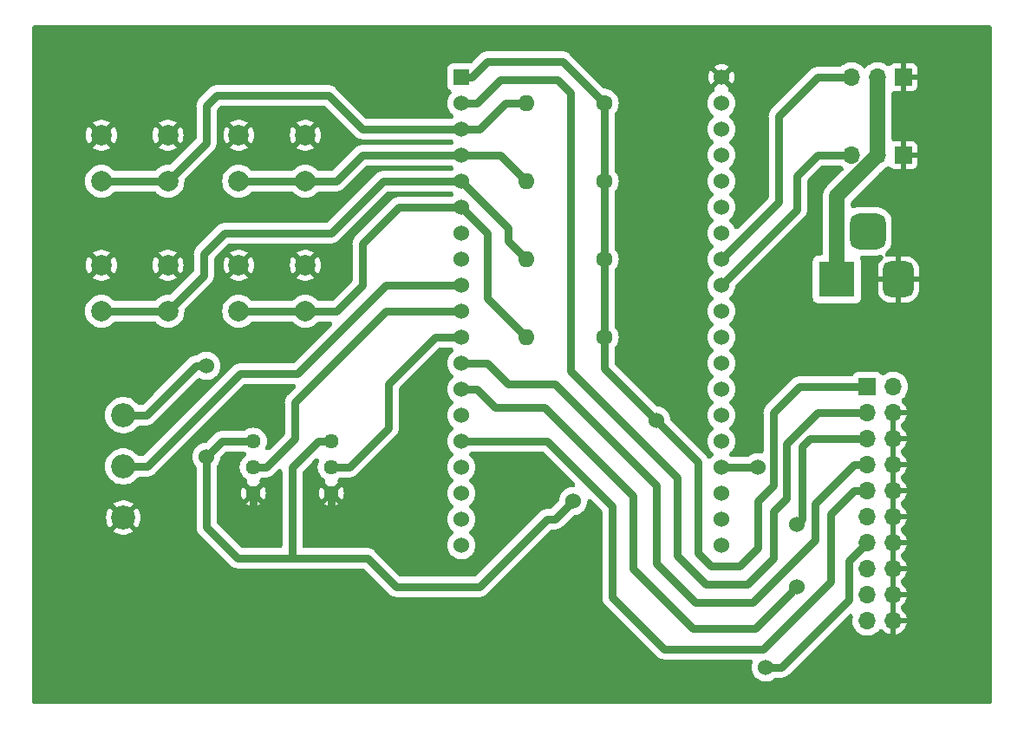
<source format=gbl>
%TF.GenerationSoftware,KiCad,Pcbnew,7.0.7*%
%TF.CreationDate,2023-09-03T15:00:53+02:00*%
%TF.ProjectId,DevelopmentBoard,44657665-6c6f-4706-9d65-6e74426f6172,v1.0*%
%TF.SameCoordinates,Original*%
%TF.FileFunction,Copper,L2,Bot*%
%TF.FilePolarity,Positive*%
%FSLAX46Y46*%
G04 Gerber Fmt 4.6, Leading zero omitted, Abs format (unit mm)*
G04 Created by KiCad (PCBNEW 7.0.7) date 2023-09-03 15:00:53*
%MOMM*%
%LPD*%
G01*
G04 APERTURE LIST*
G04 Aperture macros list*
%AMRoundRect*
0 Rectangle with rounded corners*
0 $1 Rounding radius*
0 $2 $3 $4 $5 $6 $7 $8 $9 X,Y pos of 4 corners*
0 Add a 4 corners polygon primitive as box body*
4,1,4,$2,$3,$4,$5,$6,$7,$8,$9,$2,$3,0*
0 Add four circle primitives for the rounded corners*
1,1,$1+$1,$2,$3*
1,1,$1+$1,$4,$5*
1,1,$1+$1,$6,$7*
1,1,$1+$1,$8,$9*
0 Add four rect primitives between the rounded corners*
20,1,$1+$1,$2,$3,$4,$5,0*
20,1,$1+$1,$4,$5,$6,$7,0*
20,1,$1+$1,$6,$7,$8,$9,0*
20,1,$1+$1,$8,$9,$2,$3,0*%
G04 Aperture macros list end*
%TA.AperFunction,ComponentPad*%
%ADD10R,1.524000X1.524000*%
%TD*%
%TA.AperFunction,ComponentPad*%
%ADD11C,1.524000*%
%TD*%
%TA.AperFunction,ComponentPad*%
%ADD12C,2.000000*%
%TD*%
%TA.AperFunction,ComponentPad*%
%ADD13C,1.440000*%
%TD*%
%TA.AperFunction,ComponentPad*%
%ADD14C,1.600000*%
%TD*%
%TA.AperFunction,ComponentPad*%
%ADD15O,1.600000X1.600000*%
%TD*%
%TA.AperFunction,ComponentPad*%
%ADD16R,1.700000X1.700000*%
%TD*%
%TA.AperFunction,ComponentPad*%
%ADD17O,1.700000X1.700000*%
%TD*%
%TA.AperFunction,ComponentPad*%
%ADD18R,3.500000X3.500000*%
%TD*%
%TA.AperFunction,ComponentPad*%
%ADD19RoundRect,0.750000X0.750000X1.000000X-0.750000X1.000000X-0.750000X-1.000000X0.750000X-1.000000X0*%
%TD*%
%TA.AperFunction,ComponentPad*%
%ADD20RoundRect,0.875000X0.875000X0.875000X-0.875000X0.875000X-0.875000X-0.875000X0.875000X-0.875000X0*%
%TD*%
%TA.AperFunction,ComponentPad*%
%ADD21C,2.340000*%
%TD*%
%TA.AperFunction,ViaPad*%
%ADD22C,1.524000*%
%TD*%
%TA.AperFunction,Conductor*%
%ADD23C,0.762000*%
%TD*%
%TA.AperFunction,Conductor*%
%ADD24C,1.524000*%
%TD*%
G04 APERTURE END LIST*
D10*
%TO.P,A1,1,3V3*%
%TO.N,VCC*%
X127000000Y-58420000D03*
D11*
%TO.P,A1,2,EN*%
%TO.N,Net-(A1-EN)*%
X127000000Y-60960000D03*
%TO.P,A1,3,VP*%
%TO.N,Net-(A1-VP)*%
X127000000Y-63500000D03*
%TO.P,A1,4,VN*%
%TO.N,Net-(A1-VN)*%
X127000000Y-66040000D03*
%TO.P,A1,5,34*%
%TO.N,Net-(A1-34)*%
X127000000Y-68580000D03*
%TO.P,A1,6,35*%
%TO.N,Net-(A1-35)*%
X127000000Y-71120000D03*
%TO.P,A1,7,32*%
%TO.N,unconnected-(A1-32-Pad7)*%
X127000000Y-73660000D03*
%TO.P,A1,8,33*%
%TO.N,unconnected-(A1-33-Pad8)*%
X127000000Y-76200000D03*
%TO.P,A1,9,25*%
%TO.N,Net-(A1-25)*%
X127000000Y-78740000D03*
%TO.P,A1,10,26*%
%TO.N,Net-(A1-26)*%
X127000000Y-81280000D03*
%TO.P,A1,11,27*%
%TO.N,Net-(A1-27)*%
X127000000Y-83820000D03*
%TO.P,A1,12,14*%
%TO.N,Net-(A1-14)*%
X127000000Y-86360000D03*
%TO.P,A1,13,12*%
%TO.N,Net-(A1-12)*%
X127000000Y-88900000D03*
%TO.P,A1,14,GND*%
%TO.N,unconnected-(A1-GND-Pad14)*%
X127000000Y-91440000D03*
%TO.P,A1,15,13*%
%TO.N,Net-(A1-13)*%
X127000000Y-93980000D03*
%TO.P,A1,16,D2*%
%TO.N,unconnected-(A1-D2-Pad16)*%
X127000000Y-96520000D03*
%TO.P,A1,17,D3*%
%TO.N,unconnected-(A1-D3-Pad17)*%
X127000000Y-99060000D03*
%TO.P,A1,18,CMD*%
%TO.N,unconnected-(A1-CMD-Pad18)*%
X127000000Y-101600000D03*
%TO.P,A1,19,5V*%
%TO.N,unconnected-(A1-5V-Pad19)*%
X127000000Y-104140000D03*
%TO.P,A1,20,CLK*%
%TO.N,unconnected-(A1-CLK-Pad20)*%
X152400000Y-104140000D03*
%TO.P,A1,21,D0*%
%TO.N,unconnected-(A1-D0-Pad21)*%
X152400000Y-101600000D03*
%TO.P,A1,22,D1*%
%TO.N,unconnected-(A1-D1-Pad22)*%
X152400000Y-99060000D03*
%TO.P,A1,23,15*%
%TO.N,Net-(A1-15)*%
X152400000Y-96520000D03*
%TO.P,A1,24,2*%
%TO.N,unconnected-(A1-2-Pad24)*%
X152400000Y-93980000D03*
%TO.P,A1,25,0*%
%TO.N,unconnected-(A1-0-Pad25)*%
X152400000Y-91440000D03*
%TO.P,A1,26,4*%
%TO.N,unconnected-(A1-4-Pad26)*%
X152400000Y-88900000D03*
%TO.P,A1,27,16*%
%TO.N,unconnected-(A1-16-Pad27)*%
X152400000Y-86360000D03*
%TO.P,A1,28,17*%
%TO.N,unconnected-(A1-17-Pad28)*%
X152400000Y-83820000D03*
%TO.P,A1,29,5*%
%TO.N,unconnected-(A1-5-Pad29)*%
X152400000Y-81280000D03*
%TO.P,A1,30,18*%
%TO.N,Net-(A1-18)*%
X152400000Y-78740000D03*
%TO.P,A1,31,19*%
%TO.N,Net-(A1-19)*%
X152400000Y-76200000D03*
%TO.P,A1,32,GND*%
%TO.N,unconnected-(A1-GND-Pad32)*%
X152400000Y-73660000D03*
%TO.P,A1,33,21*%
%TO.N,unconnected-(A1-21-Pad33)*%
X152400000Y-71120000D03*
%TO.P,A1,34,RX*%
%TO.N,unconnected-(A1-RX-Pad34)*%
X152400000Y-68580000D03*
%TO.P,A1,35,TX*%
%TO.N,unconnected-(A1-TX-Pad35)*%
X152400000Y-66040000D03*
%TO.P,A1,36,22*%
%TO.N,unconnected-(A1-22-Pad36)*%
X152400000Y-63500000D03*
%TO.P,A1,37,23*%
%TO.N,unconnected-(A1-23-Pad37)*%
X152400000Y-60960000D03*
%TO.P,A1,38,GND*%
%TO.N,GND*%
X152400000Y-58420000D03*
%TD*%
D12*
%TO.P,SW1,1,1*%
%TO.N,GND*%
X91850000Y-64080000D03*
X98350000Y-64080000D03*
%TO.P,SW1,2,2*%
%TO.N,Net-(A1-VP)*%
X91850000Y-68580000D03*
X98350000Y-68580000D03*
%TD*%
D13*
%TO.P,TrimPot2,1,1*%
%TO.N,VCC*%
X114300000Y-93980000D03*
%TO.P,TrimPot2,2,2*%
%TO.N,Net-(A1-27)*%
X114300000Y-96520000D03*
%TO.P,TrimPot2,3,3*%
%TO.N,GND*%
X114300000Y-99060000D03*
%TD*%
D14*
%TO.P,R2,1*%
%TO.N,VCC*%
X140970000Y-68580000D03*
D15*
%TO.P,R2,2*%
%TO.N,Net-(A1-VN)*%
X133350000Y-68580000D03*
%TD*%
D12*
%TO.P,SW4,1,1*%
%TO.N,GND*%
X105260000Y-76780000D03*
X111760000Y-76780000D03*
%TO.P,SW4,2,2*%
%TO.N,Net-(A1-35)*%
X105260000Y-81280000D03*
X111760000Y-81280000D03*
%TD*%
D14*
%TO.P,R3,1*%
%TO.N,VCC*%
X140970000Y-76200000D03*
D15*
%TO.P,R3,2*%
%TO.N,Net-(A1-34)*%
X133350000Y-76200000D03*
%TD*%
D13*
%TO.P,TrimPot1,1,1*%
%TO.N,VCC*%
X106680000Y-93980000D03*
%TO.P,TrimPot1,2,2*%
%TO.N,Net-(A1-26)*%
X106680000Y-96520000D03*
%TO.P,TrimPot1,3,3*%
%TO.N,GND*%
X106680000Y-99060000D03*
%TD*%
D16*
%TO.P,J2,1,Pin_1*%
%TO.N,GND*%
X170180000Y-58420000D03*
D17*
%TO.P,J2,2,Pin_2*%
%TO.N,Net-(J2-Pin_2)*%
X167640000Y-58420000D03*
%TO.P,J2,3,Pin_3*%
%TO.N,Net-(A1-19)*%
X165100000Y-58420000D03*
%TD*%
D16*
%TO.P,J3,1,Pin_1*%
%TO.N,GND*%
X170180000Y-66040000D03*
D17*
%TO.P,J3,2,Pin_2*%
%TO.N,Net-(J2-Pin_2)*%
X167640000Y-66040000D03*
%TO.P,J3,3,Pin_3*%
%TO.N,Net-(A1-18)*%
X165100000Y-66040000D03*
%TD*%
D12*
%TO.P,SW3,1,1*%
%TO.N,GND*%
X91850000Y-76780000D03*
X98350000Y-76780000D03*
%TO.P,SW3,2,2*%
%TO.N,Net-(A1-34)*%
X91850000Y-81280000D03*
X98350000Y-81280000D03*
%TD*%
D14*
%TO.P,R4,1*%
%TO.N,VCC*%
X140970000Y-83820000D03*
D15*
%TO.P,R4,2*%
%TO.N,Net-(A1-35)*%
X133350000Y-83820000D03*
%TD*%
D16*
%TO.P,J4,1,Pin_1*%
%TO.N,VCC*%
X166624000Y-88646000D03*
D17*
%TO.P,J4,2,Pin_2*%
%TO.N,unconnected-(J4-Pin_2-Pad2)*%
X169164000Y-88646000D03*
%TO.P,J4,3,Pin_3*%
%TO.N,Net-(A1-EN)*%
X166624000Y-91186000D03*
%TO.P,J4,4,Pin_4*%
%TO.N,GND*%
X169164000Y-91186000D03*
%TO.P,J4,5,Pin_5*%
%TO.N,Net-(A1-12)*%
X166624000Y-93726000D03*
%TO.P,J4,6,Pin_6*%
%TO.N,GND*%
X169164000Y-93726000D03*
%TO.P,J4,7,Pin_7*%
%TO.N,Net-(A1-14)*%
X166624000Y-96266000D03*
%TO.P,J4,8,Pin_8*%
%TO.N,GND*%
X169164000Y-96266000D03*
%TO.P,J4,9,Pin_9*%
%TO.N,Net-(A1-13)*%
X166624000Y-98806000D03*
%TO.P,J4,10,Pin_10*%
%TO.N,GND*%
X169164000Y-98806000D03*
%TO.P,J4,11,Pin_11*%
%TO.N,unconnected-(J4-Pin_11-Pad11)*%
X166624000Y-101346000D03*
%TO.P,J4,12,Pin_12*%
%TO.N,GND*%
X169164000Y-101346000D03*
%TO.P,J4,13,Pin_13*%
%TO.N,Net-(A1-15)*%
X166624000Y-103886000D03*
%TO.P,J4,14,Pin_14*%
%TO.N,GND*%
X169164000Y-103886000D03*
%TO.P,J4,15,Pin_15*%
%TO.N,unconnected-(J4-Pin_15-Pad15)*%
X166624000Y-106426000D03*
%TO.P,J4,16,Pin_16*%
%TO.N,GND*%
X169164000Y-106426000D03*
%TO.P,J4,17,Pin_17*%
%TO.N,unconnected-(J4-Pin_17-Pad17)*%
X166624000Y-108966000D03*
%TO.P,J4,18,Pin_18*%
%TO.N,GND*%
X169164000Y-108966000D03*
%TO.P,J4,19,Pin_19*%
%TO.N,unconnected-(J4-Pin_19-Pad19)*%
X166624000Y-111506000D03*
%TO.P,J4,20,Pin_20*%
%TO.N,GND*%
X169164000Y-111506000D03*
%TD*%
D12*
%TO.P,SW2,1,1*%
%TO.N,GND*%
X105260000Y-64080000D03*
X111760000Y-64080000D03*
%TO.P,SW2,2,2*%
%TO.N,Net-(A1-VN)*%
X105260000Y-68580000D03*
X111760000Y-68580000D03*
%TD*%
D18*
%TO.P,J1,1*%
%TO.N,Net-(J2-Pin_2)*%
X163672000Y-78173500D03*
D19*
%TO.P,J1,2*%
%TO.N,GND*%
X169672000Y-78173500D03*
D20*
%TO.P,J1,3*%
%TO.N,N/C*%
X166672000Y-73473500D03*
%TD*%
D21*
%TO.P,Pot1,1,1*%
%TO.N,VCC*%
X93980000Y-91440000D03*
%TO.P,Pot1,2,2*%
%TO.N,Net-(A1-25)*%
X93980000Y-96440000D03*
%TO.P,Pot1,3,3*%
%TO.N,GND*%
X93980000Y-101440000D03*
%TD*%
D14*
%TO.P,R1,1*%
%TO.N,VCC*%
X140970000Y-60960000D03*
D15*
%TO.P,R1,2*%
%TO.N,Net-(A1-VP)*%
X133350000Y-60960000D03*
%TD*%
D22*
%TO.N,VCC*%
X137922000Y-99822000D03*
X102108000Y-95504000D03*
X146050000Y-91948000D03*
X102108000Y-86614000D03*
%TO.N,Net-(A1-12)*%
X159766000Y-102108000D03*
X159766000Y-108204000D03*
%TO.N,Net-(A1-15)*%
X156718000Y-116078000D03*
X155956000Y-96520000D03*
%TO.N,GND*%
X114300000Y-103124000D03*
X106680000Y-108712000D03*
X114300000Y-108712000D03*
X106680000Y-103124000D03*
%TD*%
D23*
%TO.N,VCC*%
X136906000Y-56896000D02*
X140970000Y-60960000D01*
X129540000Y-56896000D02*
X136906000Y-56896000D01*
X128016000Y-58420000D02*
X129540000Y-56896000D01*
X127000000Y-58420000D02*
X128016000Y-58420000D01*
%TO.N,Net-(A1-EN)*%
X158750000Y-94234000D02*
X161798000Y-91186000D01*
X158750000Y-99568000D02*
X158750000Y-94234000D01*
X157480000Y-100838000D02*
X158750000Y-99568000D01*
X154940000Y-107950000D02*
X157480000Y-105410000D01*
X150876000Y-107950000D02*
X154940000Y-107950000D01*
X148082000Y-105156000D02*
X150876000Y-107950000D01*
X137668000Y-59944000D02*
X137668000Y-87122000D01*
X161798000Y-91186000D02*
X166624000Y-91186000D01*
X136398000Y-58674000D02*
X137668000Y-59944000D01*
X128524000Y-60960000D02*
X130810000Y-58674000D01*
X157480000Y-105410000D02*
X157480000Y-100838000D01*
X130810000Y-58674000D02*
X136398000Y-58674000D01*
X127000000Y-60960000D02*
X128524000Y-60960000D01*
X137668000Y-87122000D02*
X148082000Y-97536000D01*
X148082000Y-97536000D02*
X148082000Y-105156000D01*
%TO.N,Net-(A1-34)*%
X131572000Y-74422000D02*
X133350000Y-76200000D01*
X131572000Y-73152000D02*
X131572000Y-74422000D01*
X127000000Y-68580000D02*
X131572000Y-73152000D01*
%TO.N,Net-(A1-35)*%
X129540000Y-80010000D02*
X133350000Y-83820000D01*
X129540000Y-73660000D02*
X129540000Y-80010000D01*
X127000000Y-71120000D02*
X129540000Y-73660000D01*
%TO.N,Net-(A1-25)*%
X105410000Y-87376000D02*
X110998000Y-87376000D01*
X119634000Y-78740000D02*
X127000000Y-78740000D01*
X96346000Y-96440000D02*
X105410000Y-87376000D01*
X93980000Y-96440000D02*
X96346000Y-96440000D01*
X110998000Y-87376000D02*
X119634000Y-78740000D01*
%TO.N,Net-(A1-26)*%
X119634000Y-81280000D02*
X127000000Y-81280000D01*
X110744000Y-90170000D02*
X119634000Y-81280000D01*
X110744000Y-93726000D02*
X110744000Y-90170000D01*
X107950000Y-96520000D02*
X110744000Y-93726000D01*
X106680000Y-96520000D02*
X107950000Y-96520000D01*
%TO.N,Net-(A1-27)*%
X119888000Y-88392000D02*
X124460000Y-83820000D01*
X119888000Y-92710000D02*
X119888000Y-88392000D01*
X124460000Y-83820000D02*
X127000000Y-83820000D01*
X116078000Y-96520000D02*
X119888000Y-92710000D01*
X114300000Y-96520000D02*
X116078000Y-96520000D01*
%TO.N,Net-(A1-14)*%
X165354000Y-96266000D02*
X166624000Y-96266000D01*
X161544000Y-100076000D02*
X165354000Y-96266000D01*
X161544000Y-103632000D02*
X161544000Y-100076000D01*
X149860000Y-109728000D02*
X155448000Y-109728000D01*
X155448000Y-109728000D02*
X161544000Y-103632000D01*
X146050000Y-105918000D02*
X149860000Y-109728000D01*
X136144000Y-88392000D02*
X146050000Y-98298000D01*
X146050000Y-98298000D02*
X146050000Y-105918000D01*
X131572000Y-88392000D02*
X136144000Y-88392000D01*
X129540000Y-86360000D02*
X131572000Y-88392000D01*
X127000000Y-86360000D02*
X129540000Y-86360000D01*
%TO.N,Net-(A1-12)*%
X155702000Y-112268000D02*
X159258000Y-108712000D01*
X149606000Y-112268000D02*
X155702000Y-112268000D01*
X143764000Y-99314000D02*
X143764000Y-106426000D01*
X143764000Y-106426000D02*
X149606000Y-112268000D01*
X135128000Y-90678000D02*
X143764000Y-99314000D01*
X130302000Y-90678000D02*
X135128000Y-90678000D01*
X127000000Y-88900000D02*
X128524000Y-88900000D01*
X128524000Y-88900000D02*
X130302000Y-90678000D01*
%TO.N,Net-(A1-13)*%
X165354000Y-98806000D02*
X166624000Y-98806000D01*
X156464000Y-114300000D02*
X163068000Y-107696000D01*
X163068000Y-107696000D02*
X163068000Y-101092000D01*
X146812000Y-114300000D02*
X156464000Y-114300000D01*
X141732000Y-109220000D02*
X146812000Y-114300000D01*
X141732000Y-100330000D02*
X141732000Y-109220000D01*
X135382000Y-93980000D02*
X141732000Y-100330000D01*
X127000000Y-93980000D02*
X135382000Y-93980000D01*
X163068000Y-101092000D02*
X165354000Y-98806000D01*
%TO.N,VCC*%
X157480000Y-98298000D02*
X157480000Y-91186000D01*
X93980000Y-91440000D02*
X96266000Y-91440000D01*
X140970000Y-86868000D02*
X140970000Y-83820000D01*
X108204000Y-105410000D02*
X110490000Y-105410000D01*
X110490000Y-96520000D02*
X110490000Y-105410000D01*
X157480000Y-91186000D02*
X160020000Y-88646000D01*
X97536000Y-90170000D02*
X101092000Y-86614000D01*
X117856000Y-105410000D02*
X120650000Y-108204000D01*
X120650000Y-108204000D02*
X128778000Y-108204000D01*
X96266000Y-91440000D02*
X97536000Y-90170000D01*
X103632000Y-93980000D02*
X102108000Y-95504000D01*
X150114000Y-96012000D02*
X150114000Y-104902000D01*
X101092000Y-86614000D02*
X102108000Y-86614000D01*
X140970000Y-76200000D02*
X140970000Y-83820000D01*
X128778000Y-108204000D02*
X135382000Y-101600000D01*
X146050000Y-91948000D02*
X140970000Y-86868000D01*
X137922000Y-99822000D02*
X136144000Y-101600000D01*
X146050000Y-91948000D02*
X150114000Y-96012000D01*
X160020000Y-88646000D02*
X166624000Y-88646000D01*
X140970000Y-60960000D02*
X140970000Y-68580000D01*
X155956000Y-99822000D02*
X155956000Y-104394000D01*
X151384000Y-106172000D02*
X154178000Y-106172000D01*
X150114000Y-104902000D02*
X151384000Y-106172000D01*
X114300000Y-93980000D02*
X113030000Y-93980000D01*
X110490000Y-105410000D02*
X117856000Y-105410000D01*
X105156000Y-105410000D02*
X102108000Y-102362000D01*
X154178000Y-106172000D02*
X155956000Y-104394000D01*
X108204000Y-105410000D02*
X105156000Y-105410000D01*
X113030000Y-93980000D02*
X110490000Y-96520000D01*
X140970000Y-68580000D02*
X140970000Y-76200000D01*
X102108000Y-102362000D02*
X102108000Y-95504000D01*
X106680000Y-93980000D02*
X103632000Y-93980000D01*
X157480000Y-98298000D02*
X155956000Y-99822000D01*
X136144000Y-101600000D02*
X135382000Y-101600000D01*
%TO.N,Net-(A1-VP)*%
X114046000Y-60198000D02*
X103124000Y-60198000D01*
X117348000Y-63500000D02*
X114046000Y-60198000D01*
X124460000Y-63500000D02*
X117348000Y-63500000D01*
X131318000Y-60960000D02*
X128778000Y-63500000D01*
X98350000Y-68580000D02*
X91850000Y-68580000D01*
X103124000Y-60198000D02*
X102108000Y-61214000D01*
X102108000Y-61214000D02*
X102108000Y-64822000D01*
X128778000Y-63500000D02*
X124460000Y-63500000D01*
X133350000Y-60960000D02*
X131318000Y-60960000D01*
X102108000Y-64822000D02*
X98350000Y-68580000D01*
%TO.N,Net-(A1-VN)*%
X124460000Y-66040000D02*
X117348000Y-66040000D01*
X114808000Y-68580000D02*
X111760000Y-68580000D01*
X130810000Y-66040000D02*
X133350000Y-68580000D01*
X117348000Y-66040000D02*
X114808000Y-68580000D01*
X105260000Y-68580000D02*
X111760000Y-68580000D01*
X124460000Y-66040000D02*
X130810000Y-66040000D01*
%TO.N,Net-(A1-34)*%
X124460000Y-68580000D02*
X119380000Y-68580000D01*
X124460000Y-68580000D02*
X127000000Y-68580000D01*
X101854000Y-75692000D02*
X101854000Y-77776000D01*
X101854000Y-77776000D02*
X98350000Y-81280000D01*
X103886000Y-73660000D02*
X101854000Y-75692000D01*
X119380000Y-68580000D02*
X114300000Y-73660000D01*
X114300000Y-73660000D02*
X103886000Y-73660000D01*
X98350000Y-81280000D02*
X91850000Y-81280000D01*
%TO.N,Net-(A1-35)*%
X120904000Y-71120000D02*
X117348000Y-74676000D01*
X117348000Y-74676000D02*
X117348000Y-78740000D01*
X117348000Y-78740000D02*
X114808000Y-81280000D01*
X111760000Y-81280000D02*
X105260000Y-81280000D01*
X114808000Y-81280000D02*
X111760000Y-81280000D01*
X124460000Y-71120000D02*
X120904000Y-71120000D01*
X124460000Y-71120000D02*
X127000000Y-71120000D01*
%TO.N,Net-(A1-12)*%
X159766000Y-102108000D02*
X160274000Y-101600000D01*
X160274000Y-101600000D02*
X160274000Y-94488000D01*
X161036000Y-93726000D02*
X166624000Y-93726000D01*
X160274000Y-94488000D02*
X161036000Y-93726000D01*
%TO.N,Net-(A1-15)*%
X152400000Y-96520000D02*
X155956000Y-96520000D01*
X158242000Y-116078000D02*
X156718000Y-116078000D01*
X156718000Y-116078000D02*
X156972000Y-116078000D01*
X164846000Y-109474000D02*
X158242000Y-116078000D01*
X164846000Y-105664000D02*
X164846000Y-109474000D01*
X166624000Y-103886000D02*
X164846000Y-105664000D01*
%TO.N,Net-(A1-18)*%
X159766000Y-68072000D02*
X159766000Y-71374000D01*
X159766000Y-71374000D02*
X152400000Y-78740000D01*
X161798000Y-66040000D02*
X159766000Y-68072000D01*
X165100000Y-66040000D02*
X161798000Y-66040000D01*
%TO.N,Net-(A1-19)*%
X152400000Y-76200000D02*
X157988000Y-70612000D01*
X157988000Y-70612000D02*
X157988000Y-62230000D01*
X157988000Y-62230000D02*
X161798000Y-58420000D01*
X161798000Y-58420000D02*
X165100000Y-58420000D01*
%TO.N,GND*%
X114300000Y-99060000D02*
X114300000Y-103124000D01*
X106680000Y-99060000D02*
X106680000Y-103378000D01*
D24*
%TO.N,Net-(J2-Pin_2)*%
X167640000Y-66040000D02*
X167640000Y-58420000D01*
X163672000Y-70030555D02*
X166720868Y-66981687D01*
X163672000Y-78173500D02*
X163672000Y-70030555D01*
X166709590Y-66970410D02*
X167640000Y-66040000D01*
%TD*%
%TA.AperFunction,Conductor*%
%TO.N,GND*%
G36*
X169260288Y-109484954D02*
G01*
X169341070Y-109538930D01*
X169395046Y-109619712D01*
X169414000Y-109715000D01*
X169414000Y-110757000D01*
X169395046Y-110852288D01*
X169341070Y-110933070D01*
X169260288Y-110987046D01*
X169165000Y-111006000D01*
X169163000Y-111006000D01*
X169067712Y-110987046D01*
X168986930Y-110933070D01*
X168932954Y-110852288D01*
X168914000Y-110757000D01*
X168914000Y-109715000D01*
X168932954Y-109619712D01*
X168986930Y-109538930D01*
X169067712Y-109484954D01*
X169163000Y-109466000D01*
X169165000Y-109466000D01*
X169260288Y-109484954D01*
G37*
%TD.AperFunction*%
%TA.AperFunction,Conductor*%
G36*
X169260288Y-106944954D02*
G01*
X169341070Y-106998930D01*
X169395046Y-107079712D01*
X169414000Y-107175000D01*
X169414000Y-108217000D01*
X169395046Y-108312288D01*
X169341070Y-108393070D01*
X169260288Y-108447046D01*
X169165000Y-108466000D01*
X169163000Y-108466000D01*
X169067712Y-108447046D01*
X168986930Y-108393070D01*
X168932954Y-108312288D01*
X168914000Y-108217000D01*
X168914000Y-107175000D01*
X168932954Y-107079712D01*
X168986930Y-106998930D01*
X169067712Y-106944954D01*
X169163000Y-106926000D01*
X169165000Y-106926000D01*
X169260288Y-106944954D01*
G37*
%TD.AperFunction*%
%TA.AperFunction,Conductor*%
G36*
X126052549Y-84820454D02*
G01*
X126110201Y-84854005D01*
X126160950Y-84893505D01*
X126224504Y-84966990D01*
X126255098Y-85059202D01*
X126248075Y-85156103D01*
X126204505Y-85242940D01*
X126160951Y-85286495D01*
X126074041Y-85354140D01*
X126074033Y-85354147D01*
X125921112Y-85520264D01*
X125921109Y-85520268D01*
X125797608Y-85709302D01*
X125797606Y-85709304D01*
X125706908Y-85916079D01*
X125706905Y-85916087D01*
X125651478Y-86134960D01*
X125651476Y-86134967D01*
X125648566Y-86170087D01*
X125632830Y-86360000D01*
X125636419Y-86403311D01*
X125651476Y-86585032D01*
X125651478Y-86585039D01*
X125706905Y-86803912D01*
X125706907Y-86803919D01*
X125722308Y-86839029D01*
X125797606Y-87010695D01*
X125797608Y-87010697D01*
X125797610Y-87010701D01*
X125828455Y-87057912D01*
X125921109Y-87199731D01*
X125921112Y-87199735D01*
X126074033Y-87365852D01*
X126074036Y-87365854D01*
X126074041Y-87365860D01*
X126153273Y-87427529D01*
X126160949Y-87433503D01*
X126224504Y-87506987D01*
X126255099Y-87599199D01*
X126248077Y-87696100D01*
X126204507Y-87782937D01*
X126160952Y-87826493D01*
X126074049Y-87894133D01*
X126074033Y-87894147D01*
X125921112Y-88060264D01*
X125921109Y-88060268D01*
X125797608Y-88249302D01*
X125797606Y-88249304D01*
X125706908Y-88456079D01*
X125706905Y-88456087D01*
X125651478Y-88674960D01*
X125651476Y-88674967D01*
X125632830Y-88900000D01*
X125651476Y-89125032D01*
X125651478Y-89125039D01*
X125705592Y-89338727D01*
X125706907Y-89343919D01*
X125721964Y-89378246D01*
X125797606Y-89550695D01*
X125797608Y-89550697D01*
X125797610Y-89550701D01*
X125826900Y-89595532D01*
X125921109Y-89739731D01*
X125921112Y-89739735D01*
X126074033Y-89905852D01*
X126074036Y-89905854D01*
X126074041Y-89905860D01*
X126074050Y-89905867D01*
X126160949Y-89973503D01*
X126224504Y-90046987D01*
X126255099Y-90139199D01*
X126248077Y-90236100D01*
X126204507Y-90322937D01*
X126160952Y-90366493D01*
X126074049Y-90434133D01*
X126074033Y-90434147D01*
X125921112Y-90600264D01*
X125921109Y-90600268D01*
X125797608Y-90789302D01*
X125797606Y-90789304D01*
X125706908Y-90996079D01*
X125706905Y-90996087D01*
X125651478Y-91214960D01*
X125651476Y-91214967D01*
X125632830Y-91440000D01*
X125651476Y-91665032D01*
X125651478Y-91665039D01*
X125666149Y-91722971D01*
X125706907Y-91883919D01*
X125725029Y-91925233D01*
X125797606Y-92090695D01*
X125797608Y-92090697D01*
X125797610Y-92090701D01*
X125801243Y-92096261D01*
X125921109Y-92279731D01*
X125921112Y-92279735D01*
X126074033Y-92445852D01*
X126074036Y-92445854D01*
X126074041Y-92445860D01*
X126074050Y-92445867D01*
X126160949Y-92513503D01*
X126224504Y-92586987D01*
X126255099Y-92679199D01*
X126248077Y-92776100D01*
X126204507Y-92862937D01*
X126160952Y-92906493D01*
X126074049Y-92974133D01*
X126074033Y-92974147D01*
X125921112Y-93140264D01*
X125921109Y-93140268D01*
X125797608Y-93329302D01*
X125797606Y-93329304D01*
X125706908Y-93536079D01*
X125706905Y-93536087D01*
X125651478Y-93754960D01*
X125651476Y-93754967D01*
X125632830Y-93979999D01*
X125651476Y-94205032D01*
X125651478Y-94205039D01*
X125663366Y-94251982D01*
X125706907Y-94423919D01*
X125711050Y-94433363D01*
X125797606Y-94630695D01*
X125797608Y-94630697D01*
X125797610Y-94630701D01*
X125822959Y-94669500D01*
X125921109Y-94819731D01*
X125921112Y-94819735D01*
X126074033Y-94985852D01*
X126074037Y-94985855D01*
X126074041Y-94985860D01*
X126074045Y-94985863D01*
X126074046Y-94985864D01*
X126160951Y-95053505D01*
X126224504Y-95126989D01*
X126255099Y-95219201D01*
X126248077Y-95316102D01*
X126204506Y-95402940D01*
X126160951Y-95446495D01*
X126074046Y-95514135D01*
X126074033Y-95514147D01*
X125921112Y-95680264D01*
X125921109Y-95680268D01*
X125797608Y-95869302D01*
X125797606Y-95869304D01*
X125706908Y-96076079D01*
X125706905Y-96076087D01*
X125651478Y-96294960D01*
X125651476Y-96294967D01*
X125632830Y-96519999D01*
X125651476Y-96745032D01*
X125651478Y-96745039D01*
X125682709Y-96868365D01*
X125706907Y-96963919D01*
X125711050Y-96973363D01*
X125797606Y-97170695D01*
X125797608Y-97170697D01*
X125797610Y-97170701D01*
X125841136Y-97237322D01*
X125921109Y-97359731D01*
X125921112Y-97359735D01*
X126074033Y-97525852D01*
X126074037Y-97525855D01*
X126074041Y-97525860D01*
X126074044Y-97525862D01*
X126074046Y-97525864D01*
X126160951Y-97593505D01*
X126224504Y-97666989D01*
X126255099Y-97759201D01*
X126248077Y-97856102D01*
X126204506Y-97942940D01*
X126160951Y-97986495D01*
X126074046Y-98054135D01*
X126074033Y-98054147D01*
X125921112Y-98220264D01*
X125921109Y-98220268D01*
X125797608Y-98409302D01*
X125797606Y-98409304D01*
X125706908Y-98616079D01*
X125706905Y-98616087D01*
X125651478Y-98834960D01*
X125651476Y-98834967D01*
X125632830Y-99060000D01*
X125651476Y-99285032D01*
X125651478Y-99285039D01*
X125706905Y-99503912D01*
X125706907Y-99503919D01*
X125713794Y-99519619D01*
X125797606Y-99710695D01*
X125797608Y-99710697D01*
X125797610Y-99710701D01*
X125834005Y-99766408D01*
X125921109Y-99899731D01*
X125921112Y-99899735D01*
X126074033Y-100065852D01*
X126074037Y-100065855D01*
X126074041Y-100065860D01*
X126074044Y-100065862D01*
X126074046Y-100065864D01*
X126160951Y-100133505D01*
X126224504Y-100206989D01*
X126255099Y-100299201D01*
X126248077Y-100396102D01*
X126204506Y-100482940D01*
X126160951Y-100526495D01*
X126074046Y-100594135D01*
X126074033Y-100594147D01*
X125921112Y-100760264D01*
X125921109Y-100760268D01*
X125797608Y-100949302D01*
X125797606Y-100949304D01*
X125706908Y-101156079D01*
X125706905Y-101156087D01*
X125651478Y-101374960D01*
X125651476Y-101374967D01*
X125632830Y-101600000D01*
X125651476Y-101825032D01*
X125651478Y-101825039D01*
X125705592Y-102038727D01*
X125706907Y-102043919D01*
X125727120Y-102090000D01*
X125797606Y-102250695D01*
X125797608Y-102250697D01*
X125797610Y-102250701D01*
X125841136Y-102317322D01*
X125921109Y-102439731D01*
X125921112Y-102439735D01*
X126074033Y-102605852D01*
X126074037Y-102605855D01*
X126074041Y-102605860D01*
X126074044Y-102605862D01*
X126074046Y-102605864D01*
X126160951Y-102673505D01*
X126224504Y-102746989D01*
X126255099Y-102839201D01*
X126248077Y-102936102D01*
X126204506Y-103022940D01*
X126160951Y-103066495D01*
X126074046Y-103134135D01*
X126074033Y-103134147D01*
X125921112Y-103300264D01*
X125921109Y-103300268D01*
X125797608Y-103489302D01*
X125797606Y-103489304D01*
X125706908Y-103696079D01*
X125706905Y-103696087D01*
X125651478Y-103914960D01*
X125651476Y-103914967D01*
X125632830Y-104140000D01*
X125651476Y-104365032D01*
X125651478Y-104365039D01*
X125677725Y-104468683D01*
X125706907Y-104583919D01*
X125710614Y-104592370D01*
X125797606Y-104790695D01*
X125797608Y-104790697D01*
X125797610Y-104790701D01*
X125823083Y-104829690D01*
X125921109Y-104979731D01*
X125921112Y-104979735D01*
X126074033Y-105145852D01*
X126074035Y-105145854D01*
X126074041Y-105145860D01*
X126201071Y-105244731D01*
X126252222Y-105284544D01*
X126252223Y-105284545D01*
X126252229Y-105284549D01*
X126443190Y-105387892D01*
X126450816Y-105392019D01*
X126519809Y-105415704D01*
X126664380Y-105465335D01*
X126887100Y-105502500D01*
X127112900Y-105502500D01*
X127335620Y-105465335D01*
X127549186Y-105392018D01*
X127747771Y-105284549D01*
X127925959Y-105145860D01*
X128078889Y-104979733D01*
X128202390Y-104790701D01*
X128207098Y-104779969D01*
X128237847Y-104709867D01*
X128293093Y-104583919D01*
X128348524Y-104365029D01*
X128367170Y-104140000D01*
X128348524Y-103914971D01*
X128293093Y-103696081D01*
X128226134Y-103543430D01*
X128202393Y-103489304D01*
X128202391Y-103489302D01*
X128202390Y-103489299D01*
X128078889Y-103300267D01*
X128078887Y-103300264D01*
X127925966Y-103134147D01*
X127925962Y-103134143D01*
X127925959Y-103134140D01*
X127839047Y-103066494D01*
X127775495Y-102993012D01*
X127744900Y-102900800D01*
X127751922Y-102803899D01*
X127795492Y-102717061D01*
X127839046Y-102673506D01*
X127925959Y-102605860D01*
X128078889Y-102439733D01*
X128202390Y-102250701D01*
X128202695Y-102250007D01*
X128237847Y-102169867D01*
X128293093Y-102043919D01*
X128348524Y-101825029D01*
X128367170Y-101600000D01*
X128348524Y-101374971D01*
X128293093Y-101156081D01*
X128231298Y-101015202D01*
X128202393Y-100949304D01*
X128202391Y-100949302D01*
X128202390Y-100949299D01*
X128098492Y-100790271D01*
X128078890Y-100760268D01*
X128078887Y-100760264D01*
X127925966Y-100594147D01*
X127925962Y-100594143D01*
X127925959Y-100594140D01*
X127839047Y-100526494D01*
X127775495Y-100453012D01*
X127744900Y-100360800D01*
X127751922Y-100263899D01*
X127795492Y-100177061D01*
X127839046Y-100133506D01*
X127925959Y-100065860D01*
X128078889Y-99899733D01*
X128202390Y-99710701D01*
X128207098Y-99699969D01*
X128229910Y-99647962D01*
X128293093Y-99503919D01*
X128348524Y-99285029D01*
X128367170Y-99060000D01*
X128348524Y-98834971D01*
X128293093Y-98616081D01*
X128229278Y-98470597D01*
X128202393Y-98409304D01*
X128202391Y-98409302D01*
X128202390Y-98409299D01*
X128087254Y-98233070D01*
X128078890Y-98220268D01*
X128078887Y-98220264D01*
X127925966Y-98054147D01*
X127925962Y-98054143D01*
X127925959Y-98054140D01*
X127839047Y-97986494D01*
X127775495Y-97913012D01*
X127744900Y-97820800D01*
X127751922Y-97723899D01*
X127795492Y-97637061D01*
X127839046Y-97593506D01*
X127925959Y-97525860D01*
X128078889Y-97359733D01*
X128202390Y-97170701D01*
X128202695Y-97170007D01*
X128234392Y-97097744D01*
X128293093Y-96963919D01*
X128348524Y-96745029D01*
X128367170Y-96520000D01*
X128348524Y-96294971D01*
X128293093Y-96076081D01*
X128231298Y-95935202D01*
X128202393Y-95869304D01*
X128202391Y-95869302D01*
X128202390Y-95869299D01*
X128087254Y-95693070D01*
X128078890Y-95680268D01*
X128078887Y-95680264D01*
X127925966Y-95514147D01*
X127925962Y-95514143D01*
X127925959Y-95514140D01*
X127925953Y-95514135D01*
X127839049Y-95446495D01*
X127775496Y-95373011D01*
X127744901Y-95280799D01*
X127751923Y-95183898D01*
X127795494Y-95097060D01*
X127839051Y-95053503D01*
X127889801Y-95014003D01*
X127976638Y-94970434D01*
X128042739Y-94961500D01*
X134872309Y-94961500D01*
X134967597Y-94980454D01*
X135048379Y-95034430D01*
X138048382Y-98034433D01*
X138102356Y-98115212D01*
X138121310Y-98210500D01*
X138102356Y-98305788D01*
X138048380Y-98386570D01*
X137967598Y-98440546D01*
X137872310Y-98459500D01*
X137809100Y-98459500D01*
X137586383Y-98496664D01*
X137586379Y-98496665D01*
X137372816Y-98569980D01*
X137174222Y-98677455D01*
X136996045Y-98816137D01*
X136996033Y-98816147D01*
X136843112Y-98982264D01*
X136843109Y-98982268D01*
X136719608Y-99171302D01*
X136719606Y-99171304D01*
X136628908Y-99378079D01*
X136628905Y-99378087D01*
X136573478Y-99596960D01*
X136573475Y-99596978D01*
X136564252Y-99708271D01*
X136537493Y-99801668D01*
X136492173Y-99863775D01*
X135810381Y-100545569D01*
X135729600Y-100599546D01*
X135634311Y-100618500D01*
X135394431Y-100618500D01*
X135307091Y-100616286D01*
X135307086Y-100616287D01*
X135250235Y-100626475D01*
X135240868Y-100627789D01*
X135183408Y-100633632D01*
X135155106Y-100642511D01*
X135139789Y-100646271D01*
X135110600Y-100651502D01*
X135056956Y-100672929D01*
X135048045Y-100676102D01*
X134992944Y-100693389D01*
X134992935Y-100693393D01*
X134967007Y-100707784D01*
X134952767Y-100714547D01*
X134925221Y-100725552D01*
X134876991Y-100757337D01*
X134868903Y-100762237D01*
X134818413Y-100790262D01*
X134818400Y-100790271D01*
X134795899Y-100809587D01*
X134783309Y-100819080D01*
X134758549Y-100835398D01*
X134717707Y-100876240D01*
X134710769Y-100882670D01*
X134666946Y-100920290D01*
X134648794Y-100943741D01*
X134638369Y-100955577D01*
X128444380Y-107149570D01*
X128363598Y-107203546D01*
X128268310Y-107222500D01*
X121159690Y-107222500D01*
X121064402Y-107203546D01*
X120983620Y-107149570D01*
X118558835Y-104724785D01*
X118498617Y-104661436D01*
X118451206Y-104628436D01*
X118443650Y-104622739D01*
X118412220Y-104597112D01*
X118398898Y-104586249D01*
X118394424Y-104583912D01*
X118372608Y-104572515D01*
X118359127Y-104564349D01*
X118334780Y-104547403D01*
X118316858Y-104539712D01*
X118281698Y-104524623D01*
X118273150Y-104520563D01*
X118221967Y-104493827D01*
X118221966Y-104493826D01*
X118221965Y-104493826D01*
X118193449Y-104485666D01*
X118178596Y-104480378D01*
X118157462Y-104471309D01*
X118151343Y-104468683D01*
X118151341Y-104468682D01*
X118151340Y-104468682D01*
X118132169Y-104464742D01*
X118094774Y-104457057D01*
X118085586Y-104454802D01*
X118030048Y-104438911D01*
X118030040Y-104438910D01*
X118000469Y-104436657D01*
X117984857Y-104434468D01*
X117960969Y-104429560D01*
X117955809Y-104428500D01*
X117955808Y-104428500D01*
X117898063Y-104428500D01*
X117888605Y-104428140D01*
X117831009Y-104423754D01*
X117831008Y-104423754D01*
X117801577Y-104427502D01*
X117785838Y-104428500D01*
X111720500Y-104428500D01*
X111625212Y-104409546D01*
X111544430Y-104355570D01*
X111490454Y-104274788D01*
X111471500Y-104179500D01*
X111471500Y-97029690D01*
X111490454Y-96934402D01*
X111544430Y-96853620D01*
X112416194Y-95981856D01*
X112687553Y-95710496D01*
X112768334Y-95656522D01*
X112863622Y-95637568D01*
X112958910Y-95656522D01*
X113039692Y-95710498D01*
X113093668Y-95791280D01*
X113112622Y-95886568D01*
X113093668Y-95981856D01*
X113089293Y-95991799D01*
X113054396Y-96066636D01*
X112994594Y-96289820D01*
X112994592Y-96289834D01*
X112974456Y-96519994D01*
X112974456Y-96520005D01*
X112994592Y-96750165D01*
X112994594Y-96750179D01*
X113051865Y-96963919D01*
X113054396Y-96973363D01*
X113152045Y-97182772D01*
X113284574Y-97372043D01*
X113447957Y-97535426D01*
X113447960Y-97535428D01*
X113447961Y-97535429D01*
X113607835Y-97647375D01*
X113675019Y-97717556D01*
X113710231Y-97808105D01*
X113708112Y-97905237D01*
X113668982Y-97994164D01*
X113632661Y-98030484D01*
X113631967Y-98038414D01*
X114017863Y-98424311D01*
X114071839Y-98505092D01*
X114090793Y-98600380D01*
X114071839Y-98695668D01*
X114017863Y-98776450D01*
X114016450Y-98777863D01*
X113935668Y-98831839D01*
X113840380Y-98850793D01*
X113745092Y-98831839D01*
X113664311Y-98777863D01*
X113278414Y-98391967D01*
X113239411Y-98447672D01*
X113239410Y-98447673D01*
X113149196Y-98641140D01*
X113093945Y-98847341D01*
X113093945Y-98847342D01*
X113075340Y-99059999D01*
X113093945Y-99272657D01*
X113093945Y-99272658D01*
X113149195Y-99478856D01*
X113239413Y-99672329D01*
X113278415Y-99728030D01*
X113664309Y-99342136D01*
X113745091Y-99288159D01*
X113840379Y-99269205D01*
X113935667Y-99288159D01*
X114016448Y-99342135D01*
X114016449Y-99342135D01*
X114017863Y-99343549D01*
X114071839Y-99424331D01*
X114090793Y-99519619D01*
X114071839Y-99614907D01*
X114017863Y-99695688D01*
X113631968Y-100081583D01*
X113631968Y-100081585D01*
X113687661Y-100120581D01*
X113687671Y-100120587D01*
X113881140Y-100210803D01*
X114087341Y-100266054D01*
X114300000Y-100284659D01*
X114512657Y-100266054D01*
X114512658Y-100266054D01*
X114718859Y-100210803D01*
X114912329Y-100120587D01*
X114968030Y-100081584D01*
X114968030Y-100081583D01*
X114582136Y-99695688D01*
X114528160Y-99614907D01*
X114509206Y-99519619D01*
X114528160Y-99424331D01*
X114582133Y-99343552D01*
X114583552Y-99342133D01*
X114664331Y-99288160D01*
X114759619Y-99269206D01*
X114854907Y-99288160D01*
X114935688Y-99342136D01*
X115321583Y-99728030D01*
X115321584Y-99728030D01*
X115360587Y-99672329D01*
X115450803Y-99478859D01*
X115506054Y-99272658D01*
X115506054Y-99272657D01*
X115524659Y-99060000D01*
X115506054Y-98847342D01*
X115506054Y-98847341D01*
X115450803Y-98641140D01*
X115360587Y-98447671D01*
X115360581Y-98447661D01*
X115321585Y-98391968D01*
X115321583Y-98391968D01*
X114935688Y-98777863D01*
X114854907Y-98831839D01*
X114759619Y-98850793D01*
X114664331Y-98831839D01*
X114583549Y-98777863D01*
X114582135Y-98776449D01*
X114528159Y-98695667D01*
X114509205Y-98600379D01*
X114528159Y-98505091D01*
X114582135Y-98424309D01*
X114582136Y-98424309D01*
X114968030Y-98038415D01*
X114967230Y-98029265D01*
X114924979Y-97985130D01*
X114889767Y-97894581D01*
X114891886Y-97797449D01*
X114931016Y-97708522D01*
X114992162Y-97647375D01*
X115107232Y-97566803D01*
X115136184Y-97546531D01*
X115225112Y-97507402D01*
X115279004Y-97501500D01*
X116065546Y-97501500D01*
X116152912Y-97503714D01*
X116152912Y-97503713D01*
X116152913Y-97503714D01*
X116209791Y-97493518D01*
X116219118Y-97492210D01*
X116276593Y-97486367D01*
X116304885Y-97477489D01*
X116320210Y-97473728D01*
X116349400Y-97468497D01*
X116403057Y-97447063D01*
X116411913Y-97443910D01*
X116467057Y-97426609D01*
X116493002Y-97412208D01*
X116507235Y-97405449D01*
X116534775Y-97394449D01*
X116583001Y-97362664D01*
X116591074Y-97357773D01*
X116641592Y-97329734D01*
X116664094Y-97310414D01*
X116676680Y-97300924D01*
X116701450Y-97284601D01*
X116742292Y-97243758D01*
X116749222Y-97237335D01*
X116793053Y-97199709D01*
X116811205Y-97176256D01*
X116821631Y-97164419D01*
X120573234Y-93412817D01*
X120636560Y-93352621D01*
X120636560Y-93352620D01*
X120636562Y-93352619D01*
X120669569Y-93305195D01*
X120675247Y-93297666D01*
X120677169Y-93295309D01*
X120711751Y-93252898D01*
X120725488Y-93226597D01*
X120733646Y-93213132D01*
X120750597Y-93188780D01*
X120773382Y-93135683D01*
X120777423Y-93127173D01*
X120804174Y-93075964D01*
X120812330Y-93047454D01*
X120817621Y-93032595D01*
X120829318Y-93005340D01*
X120840947Y-92948745D01*
X120843200Y-92939570D01*
X120859088Y-92884048D01*
X120861340Y-92854472D01*
X120863531Y-92838853D01*
X120869500Y-92809809D01*
X120869500Y-92752061D01*
X120869860Y-92742603D01*
X120871159Y-92725546D01*
X120874246Y-92685008D01*
X120870497Y-92655572D01*
X120869499Y-92639855D01*
X120869499Y-88901689D01*
X120888453Y-88806402D01*
X120942426Y-88725623D01*
X124793620Y-84874430D01*
X124874403Y-84820454D01*
X124969691Y-84801500D01*
X125957261Y-84801500D01*
X126052549Y-84820454D01*
G37*
%TD.AperFunction*%
%TA.AperFunction,Conductor*%
G36*
X169260288Y-104404954D02*
G01*
X169341070Y-104458930D01*
X169395046Y-104539712D01*
X169414000Y-104635000D01*
X169414000Y-105677000D01*
X169395046Y-105772288D01*
X169341070Y-105853070D01*
X169260288Y-105907046D01*
X169165000Y-105926000D01*
X169163000Y-105926000D01*
X169067712Y-105907046D01*
X168986930Y-105853070D01*
X168932954Y-105772288D01*
X168914000Y-105677000D01*
X168914000Y-104635000D01*
X168932954Y-104539712D01*
X168986930Y-104458930D01*
X169067712Y-104404954D01*
X169163000Y-104386000D01*
X169165000Y-104386000D01*
X169260288Y-104404954D01*
G37*
%TD.AperFunction*%
%TA.AperFunction,Conductor*%
G36*
X105796284Y-94980454D02*
G01*
X105843816Y-95006531D01*
X105900228Y-95046031D01*
X105967412Y-95116212D01*
X106002625Y-95206761D01*
X106000506Y-95303893D01*
X105961377Y-95392820D01*
X105900230Y-95453967D01*
X105869352Y-95475589D01*
X105827958Y-95504573D01*
X105664573Y-95667958D01*
X105532046Y-95857226D01*
X105434395Y-96066639D01*
X105374594Y-96289820D01*
X105374592Y-96289834D01*
X105354456Y-96519994D01*
X105354456Y-96520005D01*
X105374592Y-96750165D01*
X105374594Y-96750179D01*
X105431865Y-96963919D01*
X105434396Y-96973363D01*
X105532045Y-97182772D01*
X105664574Y-97372043D01*
X105827957Y-97535426D01*
X105827960Y-97535428D01*
X105827961Y-97535429D01*
X105987835Y-97647375D01*
X106055019Y-97717556D01*
X106090231Y-97808105D01*
X106088112Y-97905237D01*
X106048982Y-97994164D01*
X106012661Y-98030484D01*
X106011967Y-98038414D01*
X106397863Y-98424311D01*
X106451839Y-98505092D01*
X106470793Y-98600380D01*
X106451839Y-98695668D01*
X106397863Y-98776450D01*
X106396450Y-98777863D01*
X106315668Y-98831839D01*
X106220380Y-98850793D01*
X106125092Y-98831839D01*
X106044311Y-98777863D01*
X105658414Y-98391967D01*
X105619411Y-98447672D01*
X105619410Y-98447673D01*
X105529196Y-98641140D01*
X105473945Y-98847341D01*
X105473945Y-98847342D01*
X105455340Y-99059999D01*
X105473945Y-99272657D01*
X105473945Y-99272658D01*
X105529195Y-99478856D01*
X105619413Y-99672329D01*
X105658415Y-99728030D01*
X106044309Y-99342136D01*
X106125091Y-99288159D01*
X106220379Y-99269205D01*
X106315667Y-99288159D01*
X106396448Y-99342135D01*
X106396449Y-99342135D01*
X106397863Y-99343549D01*
X106451839Y-99424331D01*
X106470793Y-99519619D01*
X106451839Y-99614907D01*
X106397863Y-99695688D01*
X106011968Y-100081583D01*
X106011968Y-100081585D01*
X106067661Y-100120581D01*
X106067671Y-100120587D01*
X106261140Y-100210803D01*
X106467341Y-100266054D01*
X106680000Y-100284659D01*
X106892657Y-100266054D01*
X106892658Y-100266054D01*
X107098859Y-100210803D01*
X107292329Y-100120587D01*
X107348030Y-100081584D01*
X107348030Y-100081583D01*
X106962136Y-99695688D01*
X106908160Y-99614907D01*
X106889206Y-99519619D01*
X106908160Y-99424331D01*
X106962133Y-99343552D01*
X106963552Y-99342133D01*
X107044331Y-99288160D01*
X107139619Y-99269206D01*
X107234907Y-99288160D01*
X107315688Y-99342136D01*
X107701583Y-99728030D01*
X107701584Y-99728030D01*
X107740587Y-99672329D01*
X107830803Y-99478859D01*
X107886054Y-99272658D01*
X107886054Y-99272657D01*
X107904659Y-99059999D01*
X107886054Y-98847342D01*
X107886054Y-98847341D01*
X107830803Y-98641140D01*
X107740587Y-98447671D01*
X107740581Y-98447661D01*
X107701585Y-98391968D01*
X107701583Y-98391968D01*
X107315688Y-98777863D01*
X107234907Y-98831839D01*
X107139619Y-98850793D01*
X107044331Y-98831839D01*
X106963549Y-98777863D01*
X106962135Y-98776449D01*
X106908159Y-98695667D01*
X106889205Y-98600379D01*
X106908159Y-98505091D01*
X106962135Y-98424309D01*
X106962136Y-98424309D01*
X107348030Y-98038415D01*
X107347230Y-98029265D01*
X107304979Y-97985130D01*
X107269767Y-97894581D01*
X107271886Y-97797449D01*
X107311016Y-97708522D01*
X107372162Y-97647375D01*
X107487232Y-97566803D01*
X107516184Y-97546531D01*
X107605112Y-97507402D01*
X107659004Y-97501500D01*
X107937546Y-97501500D01*
X108024912Y-97503714D01*
X108024912Y-97503713D01*
X108024913Y-97503714D01*
X108081791Y-97493518D01*
X108091118Y-97492210D01*
X108148593Y-97486367D01*
X108176885Y-97477489D01*
X108192210Y-97473728D01*
X108221400Y-97468497D01*
X108275057Y-97447063D01*
X108283913Y-97443910D01*
X108339057Y-97426609D01*
X108365002Y-97412208D01*
X108379235Y-97405449D01*
X108406775Y-97394449D01*
X108455001Y-97362664D01*
X108463074Y-97357773D01*
X108513592Y-97329734D01*
X108536094Y-97310414D01*
X108548680Y-97300924D01*
X108573450Y-97284601D01*
X108614292Y-97243758D01*
X108621222Y-97237335D01*
X108665053Y-97199709D01*
X108683205Y-97176256D01*
X108693631Y-97164419D01*
X108885642Y-96972408D01*
X109083432Y-96774617D01*
X109164211Y-96720644D01*
X109259499Y-96701690D01*
X109354787Y-96720644D01*
X109435569Y-96774620D01*
X109489545Y-96855402D01*
X109508499Y-96950690D01*
X109508500Y-104179500D01*
X109489546Y-104274788D01*
X109435570Y-104355570D01*
X109354788Y-104409546D01*
X109259500Y-104428500D01*
X105665691Y-104428500D01*
X105570403Y-104409546D01*
X105489621Y-104355570D01*
X103162430Y-102028379D01*
X103108454Y-101947597D01*
X103089500Y-101852309D01*
X103089500Y-96546686D01*
X103108454Y-96451398D01*
X103155305Y-96378042D01*
X103186889Y-96343733D01*
X103310390Y-96154701D01*
X103401093Y-95947919D01*
X103456524Y-95729029D01*
X103465746Y-95617727D01*
X103492503Y-95524335D01*
X103537822Y-95462227D01*
X103965620Y-95034430D01*
X104046402Y-94980454D01*
X104141690Y-94961500D01*
X105700996Y-94961500D01*
X105796284Y-94980454D01*
G37*
%TD.AperFunction*%
%TA.AperFunction,Conductor*%
G36*
X169260288Y-101864954D02*
G01*
X169341070Y-101918930D01*
X169395046Y-101999712D01*
X169414000Y-102095000D01*
X169414000Y-103137000D01*
X169395046Y-103232288D01*
X169341070Y-103313070D01*
X169260288Y-103367046D01*
X169165000Y-103386000D01*
X169163000Y-103386000D01*
X169067712Y-103367046D01*
X168986930Y-103313070D01*
X168932954Y-103232288D01*
X168914000Y-103137000D01*
X168914000Y-102095000D01*
X168932954Y-101999712D01*
X168986930Y-101918930D01*
X169067712Y-101864954D01*
X169163000Y-101846000D01*
X169165000Y-101846000D01*
X169260288Y-101864954D01*
G37*
%TD.AperFunction*%
%TA.AperFunction,Conductor*%
G36*
X169260288Y-99324954D02*
G01*
X169341070Y-99378930D01*
X169395046Y-99459712D01*
X169414000Y-99555000D01*
X169414000Y-100597000D01*
X169395046Y-100692288D01*
X169341070Y-100773070D01*
X169260288Y-100827046D01*
X169165000Y-100846000D01*
X169163000Y-100846000D01*
X169067712Y-100827046D01*
X168986930Y-100773070D01*
X168932954Y-100692288D01*
X168914000Y-100597000D01*
X168914000Y-99555000D01*
X168932954Y-99459712D01*
X168986930Y-99378930D01*
X169067712Y-99324954D01*
X169163000Y-99306000D01*
X169165000Y-99306000D01*
X169260288Y-99324954D01*
G37*
%TD.AperFunction*%
%TA.AperFunction,Conductor*%
G36*
X169260288Y-96784954D02*
G01*
X169341070Y-96838930D01*
X169395046Y-96919712D01*
X169414000Y-97015000D01*
X169414000Y-98057000D01*
X169395046Y-98152288D01*
X169341070Y-98233070D01*
X169260288Y-98287046D01*
X169165000Y-98306000D01*
X169163000Y-98306000D01*
X169067712Y-98287046D01*
X168986930Y-98233070D01*
X168932954Y-98152288D01*
X168914000Y-98057000D01*
X168914000Y-97015000D01*
X168932954Y-96919712D01*
X168986930Y-96838930D01*
X169067712Y-96784954D01*
X169163000Y-96766000D01*
X169165000Y-96766000D01*
X169260288Y-96784954D01*
G37*
%TD.AperFunction*%
%TA.AperFunction,Conductor*%
G36*
X169260288Y-94244954D02*
G01*
X169341070Y-94298930D01*
X169395046Y-94379712D01*
X169414000Y-94475000D01*
X169414000Y-95517000D01*
X169395046Y-95612288D01*
X169341070Y-95693070D01*
X169260288Y-95747046D01*
X169165000Y-95766000D01*
X169163000Y-95766000D01*
X169067712Y-95747046D01*
X168986930Y-95693070D01*
X168932954Y-95612288D01*
X168914000Y-95517000D01*
X168914000Y-94475000D01*
X168932954Y-94379712D01*
X168986930Y-94298930D01*
X169067712Y-94244954D01*
X169163000Y-94226000D01*
X169165000Y-94226000D01*
X169260288Y-94244954D01*
G37*
%TD.AperFunction*%
%TA.AperFunction,Conductor*%
G36*
X169260288Y-91704954D02*
G01*
X169341070Y-91758930D01*
X169395046Y-91839712D01*
X169414000Y-91935000D01*
X169414000Y-92977000D01*
X169395046Y-93072288D01*
X169341070Y-93153070D01*
X169260288Y-93207046D01*
X169165000Y-93226000D01*
X169163000Y-93226000D01*
X169067712Y-93207046D01*
X168986930Y-93153070D01*
X168932954Y-93072288D01*
X168914000Y-92977000D01*
X168914000Y-91935000D01*
X168932954Y-91839712D01*
X168986930Y-91758930D01*
X169067712Y-91704954D01*
X169163000Y-91686000D01*
X169165000Y-91686000D01*
X169260288Y-91704954D01*
G37*
%TD.AperFunction*%
%TA.AperFunction,Conductor*%
G36*
X178661788Y-53359454D02*
G01*
X178742570Y-53413430D01*
X178796546Y-53494212D01*
X178815500Y-53589500D01*
X178815500Y-119384500D01*
X178796546Y-119479788D01*
X178742570Y-119560570D01*
X178661788Y-119614546D01*
X178566500Y-119633500D01*
X85339500Y-119633500D01*
X85244212Y-119614546D01*
X85163430Y-119560570D01*
X85109454Y-119479788D01*
X85090500Y-119384500D01*
X85090500Y-101440000D01*
X92305317Y-101440000D01*
X92324023Y-101689602D01*
X92379715Y-101933613D01*
X92471161Y-102166614D01*
X92471167Y-102166626D01*
X92596310Y-102383380D01*
X92596315Y-102383387D01*
X92634799Y-102431645D01*
X93167197Y-101899248D01*
X93247979Y-101845272D01*
X93343267Y-101826318D01*
X93438555Y-101845272D01*
X93513709Y-101893795D01*
X93515167Y-101895164D01*
X93571659Y-101974207D01*
X93593602Y-102068852D01*
X93577655Y-102164689D01*
X93526248Y-102247129D01*
X93520795Y-102252756D01*
X92988402Y-102785148D01*
X93142657Y-102890316D01*
X93142667Y-102890322D01*
X93368162Y-102998915D01*
X93368168Y-102998917D01*
X93607342Y-103072693D01*
X93854854Y-103110000D01*
X94105146Y-103110000D01*
X94352657Y-103072693D01*
X94591828Y-102998918D01*
X94817345Y-102890315D01*
X94971596Y-102785149D01*
X94441812Y-102255364D01*
X94387836Y-102174583D01*
X94368882Y-102079295D01*
X94387836Y-101984007D01*
X94426037Y-101920561D01*
X94427317Y-101919014D01*
X94502665Y-101857681D01*
X94595749Y-101829851D01*
X94692397Y-101839761D01*
X94777896Y-101885903D01*
X94795232Y-101901678D01*
X95325198Y-102431644D01*
X95363688Y-102383381D01*
X95488837Y-102166615D01*
X95488838Y-102166614D01*
X95580284Y-101933613D01*
X95635976Y-101689602D01*
X95654682Y-101440000D01*
X95635976Y-101190397D01*
X95580284Y-100946386D01*
X95488838Y-100713385D01*
X95488832Y-100713373D01*
X95363690Y-100496620D01*
X95325198Y-100448353D01*
X94792800Y-100980751D01*
X94712019Y-101034727D01*
X94616731Y-101053681D01*
X94521443Y-101034727D01*
X94446289Y-100986204D01*
X94444831Y-100984835D01*
X94388339Y-100905792D01*
X94366396Y-100811147D01*
X94382343Y-100715310D01*
X94433750Y-100632870D01*
X94439203Y-100627242D01*
X94971595Y-100094849D01*
X94817343Y-99989683D01*
X94817338Y-99989680D01*
X94591828Y-99881081D01*
X94352657Y-99807306D01*
X94105146Y-99770000D01*
X93854854Y-99770000D01*
X93607342Y-99807306D01*
X93368168Y-99881082D01*
X93368162Y-99881084D01*
X93142662Y-99989679D01*
X93142661Y-99989680D01*
X92988402Y-100094850D01*
X93518187Y-100624635D01*
X93572163Y-100705416D01*
X93591117Y-100800704D01*
X93572163Y-100895992D01*
X93533912Y-100959499D01*
X93532632Y-100961045D01*
X93457264Y-101022354D01*
X93364171Y-101050154D01*
X93267526Y-101040213D01*
X93182042Y-100994045D01*
X93164767Y-100978320D01*
X92634800Y-100448353D01*
X92596310Y-100496619D01*
X92471167Y-100713373D01*
X92471161Y-100713385D01*
X92379715Y-100946386D01*
X92324023Y-101190397D01*
X92305317Y-101440000D01*
X85090500Y-101440000D01*
X85090500Y-91440000D01*
X92204535Y-91440000D01*
X92224364Y-91704614D01*
X92224364Y-91704617D01*
X92224365Y-91704619D01*
X92228553Y-91722969D01*
X92283412Y-91963323D01*
X92380357Y-92210337D01*
X92380365Y-92210353D01*
X92513040Y-92440153D01*
X92678491Y-92647622D01*
X92678495Y-92647626D01*
X92704301Y-92671570D01*
X92873016Y-92828114D01*
X92873019Y-92828116D01*
X93092264Y-92977596D01*
X93092266Y-92977597D01*
X93092268Y-92977598D01*
X93204203Y-93031503D01*
X93331345Y-93092732D01*
X93331353Y-93092735D01*
X93584918Y-93170949D01*
X93584919Y-93170949D01*
X93584922Y-93170950D01*
X93847319Y-93210500D01*
X93847322Y-93210500D01*
X94112678Y-93210500D01*
X94112681Y-93210500D01*
X94375078Y-93170950D01*
X94517062Y-93127154D01*
X94628644Y-93092736D01*
X94628645Y-93092735D01*
X94628650Y-93092734D01*
X94867733Y-92977598D01*
X95086984Y-92828114D01*
X95281508Y-92647623D01*
X95387071Y-92515250D01*
X95461301Y-92452569D01*
X95553868Y-92423066D01*
X95581747Y-92421500D01*
X96253546Y-92421500D01*
X96340912Y-92423714D01*
X96340912Y-92423713D01*
X96340913Y-92423714D01*
X96397791Y-92413518D01*
X96407118Y-92412210D01*
X96464593Y-92406367D01*
X96492885Y-92397489D01*
X96508210Y-92393728D01*
X96537400Y-92388497D01*
X96591057Y-92367063D01*
X96599913Y-92363910D01*
X96655057Y-92346609D01*
X96680999Y-92332209D01*
X96695235Y-92325449D01*
X96722775Y-92314449D01*
X96771001Y-92282664D01*
X96779074Y-92277773D01*
X96829592Y-92249734D01*
X96852094Y-92230414D01*
X96864680Y-92220924D01*
X96889450Y-92204601D01*
X96930292Y-92163758D01*
X96937222Y-92157335D01*
X96981053Y-92119709D01*
X96999212Y-92096247D01*
X97009622Y-92084427D01*
X98159447Y-90934602D01*
X98159450Y-90934601D01*
X101212898Y-87881151D01*
X101293677Y-87827178D01*
X101388965Y-87808224D01*
X101484253Y-87827178D01*
X101507477Y-87838236D01*
X101558811Y-87866017D01*
X101558814Y-87866018D01*
X101772380Y-87939335D01*
X101995100Y-87976500D01*
X102220900Y-87976500D01*
X102443620Y-87939335D01*
X102657186Y-87866018D01*
X102855771Y-87758549D01*
X103033959Y-87619860D01*
X103186889Y-87453733D01*
X103310390Y-87264701D01*
X103313143Y-87258426D01*
X103337998Y-87201760D01*
X103401093Y-87057919D01*
X103456524Y-86839029D01*
X103475170Y-86614000D01*
X103456524Y-86388971D01*
X103401093Y-86170081D01*
X103348316Y-86049763D01*
X103310393Y-85963304D01*
X103310391Y-85963302D01*
X103310390Y-85963299D01*
X103206492Y-85804271D01*
X103186890Y-85774268D01*
X103186887Y-85774264D01*
X103033966Y-85608147D01*
X103033963Y-85608145D01*
X103033959Y-85608140D01*
X102891684Y-85497403D01*
X102855777Y-85469455D01*
X102855774Y-85469453D01*
X102855771Y-85469451D01*
X102706948Y-85388912D01*
X102657183Y-85361980D01*
X102443620Y-85288665D01*
X102443616Y-85288664D01*
X102220900Y-85251500D01*
X101995100Y-85251500D01*
X101772383Y-85288664D01*
X101772379Y-85288665D01*
X101558816Y-85361980D01*
X101360222Y-85469455D01*
X101219533Y-85578958D01*
X101132696Y-85622527D01*
X101060290Y-85631381D01*
X101017094Y-85630286D01*
X101017089Y-85630287D01*
X101017088Y-85630287D01*
X101017087Y-85630287D01*
X100981186Y-85636720D01*
X100960244Y-85640474D01*
X100950878Y-85641787D01*
X100947687Y-85642112D01*
X100893406Y-85647632D01*
X100865093Y-85656514D01*
X100849783Y-85660272D01*
X100820602Y-85665503D01*
X100820598Y-85665504D01*
X100766971Y-85686923D01*
X100758064Y-85690095D01*
X100702940Y-85707391D01*
X100702940Y-85707392D01*
X100677014Y-85721781D01*
X100662767Y-85728547D01*
X100635227Y-85739548D01*
X100586990Y-85771337D01*
X100578902Y-85776237D01*
X100528414Y-85804262D01*
X100528400Y-85804271D01*
X100505899Y-85823587D01*
X100493309Y-85833080D01*
X100468549Y-85849398D01*
X100427707Y-85890240D01*
X100420769Y-85896670D01*
X100376946Y-85934290D01*
X100358794Y-85957741D01*
X100348369Y-85969577D01*
X96912552Y-89405397D01*
X95932380Y-90385569D01*
X95851598Y-90439546D01*
X95756310Y-90458500D01*
X95581747Y-90458500D01*
X95486459Y-90439546D01*
X95405677Y-90385570D01*
X95387071Y-90364749D01*
X95281508Y-90232377D01*
X95281504Y-90232373D01*
X95086983Y-90051885D01*
X94867730Y-89902400D01*
X94628651Y-89787266D01*
X94628644Y-89787263D01*
X94375081Y-89709050D01*
X94243879Y-89689274D01*
X94112681Y-89669500D01*
X93847319Y-89669500D01*
X93734863Y-89686449D01*
X93584918Y-89709050D01*
X93331353Y-89787264D01*
X93331345Y-89787267D01*
X93092269Y-89902401D01*
X93092264Y-89902403D01*
X92873019Y-90051883D01*
X92678495Y-90232373D01*
X92678491Y-90232377D01*
X92513040Y-90439846D01*
X92380365Y-90669646D01*
X92380357Y-90669662D01*
X92283412Y-90916676D01*
X92224365Y-91175381D01*
X92224364Y-91175385D01*
X92204535Y-91440000D01*
X85090500Y-91440000D01*
X85090500Y-81280005D01*
X90244551Y-81280005D01*
X90264316Y-81531145D01*
X90323126Y-81776108D01*
X90323129Y-81776116D01*
X90419533Y-82008858D01*
X90419537Y-82008864D01*
X90551158Y-82223652D01*
X90551160Y-82223654D01*
X90551163Y-82223657D01*
X90551164Y-82223659D01*
X90714776Y-82415224D01*
X90893633Y-82567982D01*
X90906345Y-82578839D01*
X90906347Y-82578841D01*
X91060017Y-82673009D01*
X91121141Y-82710466D01*
X91353889Y-82806873D01*
X91598852Y-82865683D01*
X91670608Y-82871330D01*
X91849995Y-82885449D01*
X91850000Y-82885449D01*
X91850005Y-82885449D01*
X92006967Y-82873095D01*
X92101148Y-82865683D01*
X92346111Y-82806873D01*
X92578859Y-82710466D01*
X92732847Y-82616102D01*
X92793652Y-82578841D01*
X92793654Y-82578839D01*
X92793653Y-82578839D01*
X92793659Y-82578836D01*
X92985224Y-82415224D01*
X92985231Y-82415215D01*
X92985235Y-82415212D01*
X93041966Y-82348788D01*
X93118263Y-82288639D01*
X93211771Y-82262268D01*
X93231307Y-82261500D01*
X96968693Y-82261500D01*
X97063981Y-82280454D01*
X97144763Y-82334430D01*
X97158034Y-82348788D01*
X97214765Y-82415212D01*
X97214770Y-82415217D01*
X97214776Y-82415224D01*
X97393633Y-82567982D01*
X97406345Y-82578839D01*
X97406347Y-82578841D01*
X97560017Y-82673009D01*
X97621141Y-82710466D01*
X97853889Y-82806873D01*
X98098852Y-82865683D01*
X98170608Y-82871330D01*
X98349995Y-82885449D01*
X98350000Y-82885449D01*
X98350005Y-82885449D01*
X98506967Y-82873095D01*
X98601148Y-82865683D01*
X98846111Y-82806873D01*
X99078859Y-82710466D01*
X99232847Y-82616102D01*
X99293652Y-82578841D01*
X99293654Y-82578839D01*
X99293653Y-82578839D01*
X99293659Y-82578836D01*
X99485224Y-82415224D01*
X99648836Y-82223659D01*
X99648839Y-82223653D01*
X99648841Y-82223652D01*
X99712523Y-82119731D01*
X99780466Y-82008859D01*
X99876873Y-81776111D01*
X99935683Y-81531148D01*
X99955449Y-81280000D01*
X99948593Y-81192901D01*
X99960013Y-81096419D01*
X100007484Y-81011651D01*
X100020744Y-80997305D01*
X101277595Y-79740454D01*
X102539214Y-78478836D01*
X102560329Y-78458763D01*
X102602562Y-78418619D01*
X102635572Y-78371190D01*
X102641239Y-78363674D01*
X102677751Y-78318898D01*
X102691482Y-78292609D01*
X102699657Y-78279118D01*
X102701080Y-78277072D01*
X102716597Y-78254780D01*
X102739372Y-78201705D01*
X102743430Y-78193163D01*
X102765664Y-78150598D01*
X102770174Y-78141965D01*
X102778335Y-78113438D01*
X102783619Y-78098598D01*
X102795318Y-78071340D01*
X102806950Y-78014729D01*
X102809193Y-78005595D01*
X102825088Y-77950049D01*
X102827339Y-77920470D01*
X102829529Y-77904860D01*
X102835500Y-77875809D01*
X102835500Y-77818052D01*
X102835860Y-77808595D01*
X102840245Y-77751008D01*
X102836498Y-77721593D01*
X102835499Y-77705845D01*
X102835499Y-76933554D01*
X102835499Y-76779999D01*
X103754859Y-76779999D01*
X103775387Y-77027741D01*
X103775389Y-77027748D01*
X103836410Y-77268714D01*
X103836413Y-77268722D01*
X103936266Y-77496364D01*
X104036564Y-77649882D01*
X104517939Y-77168507D01*
X104598721Y-77114530D01*
X104694009Y-77095576D01*
X104789297Y-77114530D01*
X104870078Y-77168506D01*
X104875946Y-77174577D01*
X104877321Y-77176049D01*
X104928522Y-77258614D01*
X104944230Y-77354491D01*
X104922052Y-77449080D01*
X104871444Y-77522106D01*
X104389941Y-78003610D01*
X104436766Y-78040054D01*
X104436770Y-78040057D01*
X104655388Y-78158366D01*
X104655390Y-78158367D01*
X104890509Y-78239083D01*
X104890512Y-78239084D01*
X105135706Y-78280000D01*
X105384294Y-78280000D01*
X105629487Y-78239084D01*
X105629490Y-78239083D01*
X105864607Y-78158368D01*
X106083230Y-78040055D01*
X106083238Y-78040050D01*
X106130056Y-78003610D01*
X105651106Y-77524660D01*
X105597130Y-77443878D01*
X105578176Y-77348590D01*
X105597130Y-77253302D01*
X105651106Y-77172520D01*
X105670060Y-77155417D01*
X105671619Y-77154149D01*
X105757503Y-77108728D01*
X105854231Y-77099631D01*
X105947078Y-77128242D01*
X106004804Y-77171252D01*
X106483434Y-77649881D01*
X106483435Y-77649881D01*
X106583731Y-77496368D01*
X106683586Y-77268722D01*
X106683589Y-77268714D01*
X106744610Y-77027748D01*
X106744612Y-77027741D01*
X106765140Y-76779999D01*
X110254859Y-76779999D01*
X110275387Y-77027741D01*
X110275389Y-77027748D01*
X110336410Y-77268714D01*
X110336413Y-77268722D01*
X110436266Y-77496364D01*
X110536564Y-77649882D01*
X111017939Y-77168507D01*
X111098721Y-77114530D01*
X111194009Y-77095576D01*
X111289297Y-77114530D01*
X111370078Y-77168506D01*
X111375946Y-77174577D01*
X111377321Y-77176049D01*
X111428522Y-77258614D01*
X111444230Y-77354491D01*
X111422052Y-77449080D01*
X111371444Y-77522106D01*
X110889941Y-78003610D01*
X110936766Y-78040054D01*
X110936770Y-78040057D01*
X111155388Y-78158366D01*
X111155390Y-78158367D01*
X111390509Y-78239083D01*
X111390512Y-78239084D01*
X111635706Y-78280000D01*
X111884294Y-78280000D01*
X112129487Y-78239084D01*
X112129490Y-78239083D01*
X112364607Y-78158368D01*
X112583230Y-78040055D01*
X112583238Y-78040050D01*
X112630056Y-78003610D01*
X112151106Y-77524660D01*
X112097130Y-77443878D01*
X112078176Y-77348590D01*
X112097130Y-77253302D01*
X112151106Y-77172520D01*
X112170060Y-77155417D01*
X112171619Y-77154149D01*
X112257503Y-77108728D01*
X112354231Y-77099631D01*
X112447078Y-77128242D01*
X112504804Y-77171252D01*
X112983434Y-77649881D01*
X112983435Y-77649881D01*
X113083731Y-77496368D01*
X113183586Y-77268722D01*
X113183589Y-77268714D01*
X113244610Y-77027748D01*
X113244612Y-77027741D01*
X113265140Y-76779999D01*
X113244612Y-76532258D01*
X113244610Y-76532251D01*
X113183589Y-76291285D01*
X113183586Y-76291277D01*
X113083730Y-76063628D01*
X112983436Y-75910117D01*
X112983434Y-75910117D01*
X112502058Y-76391492D01*
X112421277Y-76445468D01*
X112325989Y-76464422D01*
X112230700Y-76445468D01*
X112149919Y-76391491D01*
X112143999Y-76385365D01*
X112142619Y-76383887D01*
X112091446Y-76301303D01*
X112075770Y-76205421D01*
X112097981Y-76110839D01*
X112148555Y-76037890D01*
X112630057Y-75556388D01*
X112583241Y-75519951D01*
X112583230Y-75519944D01*
X112364607Y-75401631D01*
X112129490Y-75320916D01*
X112129487Y-75320915D01*
X111884294Y-75280000D01*
X111635706Y-75280000D01*
X111390512Y-75320915D01*
X111390509Y-75320916D01*
X111155392Y-75401631D01*
X110936768Y-75519944D01*
X110936758Y-75519951D01*
X110889941Y-75556388D01*
X111368893Y-76035340D01*
X111422869Y-76116122D01*
X111441823Y-76211410D01*
X111422869Y-76306698D01*
X111368893Y-76387480D01*
X111349864Y-76404643D01*
X111348305Y-76405910D01*
X111262404Y-76451298D01*
X111165672Y-76460358D01*
X111072837Y-76431711D01*
X111015195Y-76388747D01*
X110536564Y-75910117D01*
X110436268Y-76063630D01*
X110436268Y-76063631D01*
X110336413Y-76291277D01*
X110336410Y-76291285D01*
X110275389Y-76532251D01*
X110275387Y-76532258D01*
X110254859Y-76779999D01*
X106765140Y-76779999D01*
X106744612Y-76532258D01*
X106744610Y-76532251D01*
X106683589Y-76291285D01*
X106683586Y-76291277D01*
X106583730Y-76063628D01*
X106483436Y-75910117D01*
X106483434Y-75910117D01*
X106002058Y-76391492D01*
X105921277Y-76445468D01*
X105825989Y-76464422D01*
X105730700Y-76445468D01*
X105649919Y-76391491D01*
X105643999Y-76385365D01*
X105642619Y-76383887D01*
X105591446Y-76301303D01*
X105575770Y-76205421D01*
X105597981Y-76110839D01*
X105648555Y-76037890D01*
X106130057Y-75556388D01*
X106083241Y-75519951D01*
X106083230Y-75519944D01*
X105864607Y-75401631D01*
X105629490Y-75320916D01*
X105629487Y-75320915D01*
X105384294Y-75280000D01*
X105135706Y-75280000D01*
X104890512Y-75320915D01*
X104890509Y-75320916D01*
X104655392Y-75401631D01*
X104436768Y-75519944D01*
X104436758Y-75519951D01*
X104389941Y-75556388D01*
X104868893Y-76035340D01*
X104922869Y-76116122D01*
X104941823Y-76211410D01*
X104922869Y-76306698D01*
X104868893Y-76387480D01*
X104849864Y-76404643D01*
X104848305Y-76405910D01*
X104762404Y-76451298D01*
X104665672Y-76460358D01*
X104572837Y-76431711D01*
X104515195Y-76388747D01*
X104036564Y-75910117D01*
X103936268Y-76063630D01*
X103936268Y-76063631D01*
X103836413Y-76291277D01*
X103836410Y-76291285D01*
X103775389Y-76532251D01*
X103775387Y-76532258D01*
X103754859Y-76779999D01*
X102835499Y-76779999D01*
X102835499Y-76201685D01*
X102854453Y-76106402D01*
X102908426Y-76025623D01*
X104219619Y-74714430D01*
X104300402Y-74660454D01*
X104395690Y-74641500D01*
X114287546Y-74641500D01*
X114374912Y-74643714D01*
X114374912Y-74643713D01*
X114374913Y-74643714D01*
X114431791Y-74633518D01*
X114441118Y-74632210D01*
X114498593Y-74626367D01*
X114526885Y-74617489D01*
X114542210Y-74613728D01*
X114571400Y-74608497D01*
X114625057Y-74587063D01*
X114633913Y-74583910D01*
X114689057Y-74566609D01*
X114714999Y-74552209D01*
X114729235Y-74545449D01*
X114756775Y-74534449D01*
X114805001Y-74502664D01*
X114813074Y-74497773D01*
X114863592Y-74469734D01*
X114886094Y-74450414D01*
X114898680Y-74440924D01*
X114923450Y-74424601D01*
X114964292Y-74383758D01*
X114971222Y-74377335D01*
X115015053Y-74339709D01*
X115033212Y-74316247D01*
X115043631Y-74304419D01*
X119713620Y-69634430D01*
X119794402Y-69580454D01*
X119889690Y-69561500D01*
X124360191Y-69561500D01*
X125957261Y-69561500D01*
X126052549Y-69580454D01*
X126110201Y-69614005D01*
X126160950Y-69653505D01*
X126224504Y-69726990D01*
X126255098Y-69819202D01*
X126248075Y-69916103D01*
X126204505Y-70002940D01*
X126160950Y-70046495D01*
X126110201Y-70085995D01*
X126023364Y-70129565D01*
X125957261Y-70138500D01*
X120916431Y-70138500D01*
X120829093Y-70136286D01*
X120829089Y-70136287D01*
X120829088Y-70136287D01*
X120829087Y-70136287D01*
X120793186Y-70142720D01*
X120772244Y-70146474D01*
X120762878Y-70147787D01*
X120759687Y-70148112D01*
X120705406Y-70153632D01*
X120677093Y-70162514D01*
X120661783Y-70166272D01*
X120632602Y-70171503D01*
X120632598Y-70171504D01*
X120578971Y-70192923D01*
X120570064Y-70196095D01*
X120514940Y-70213391D01*
X120514940Y-70213392D01*
X120489014Y-70227781D01*
X120474767Y-70234547D01*
X120447227Y-70245548D01*
X120398990Y-70277337D01*
X120390902Y-70282237D01*
X120340414Y-70310262D01*
X120340400Y-70310271D01*
X120317899Y-70329587D01*
X120305309Y-70339080D01*
X120280549Y-70355398D01*
X120239707Y-70396240D01*
X120232769Y-70402670D01*
X120188946Y-70440290D01*
X120170794Y-70463741D01*
X120160369Y-70475577D01*
X116662785Y-73973164D01*
X116599436Y-74033382D01*
X116566443Y-74080785D01*
X116560747Y-74088340D01*
X116524252Y-74133097D01*
X116524247Y-74133104D01*
X116510516Y-74159390D01*
X116502347Y-74172873D01*
X116485407Y-74197212D01*
X116485401Y-74197222D01*
X116462628Y-74250291D01*
X116458569Y-74258836D01*
X116431827Y-74310031D01*
X116431824Y-74310040D01*
X116423665Y-74338551D01*
X116418377Y-74353404D01*
X116406684Y-74380652D01*
X116406683Y-74380655D01*
X116395056Y-74437230D01*
X116392801Y-74446418D01*
X116376912Y-74501951D01*
X116376910Y-74501962D01*
X116374657Y-74531532D01*
X116372468Y-74547144D01*
X116366500Y-74576189D01*
X116366499Y-74576191D01*
X116366499Y-74633942D01*
X116366139Y-74643396D01*
X116361753Y-74700988D01*
X116361754Y-74700993D01*
X116365501Y-74730417D01*
X116366500Y-74746162D01*
X116366500Y-78230309D01*
X116347546Y-78325597D01*
X116293570Y-78406379D01*
X114474380Y-80225570D01*
X114393598Y-80279546D01*
X114298310Y-80298500D01*
X113141307Y-80298500D01*
X113046019Y-80279546D01*
X112965237Y-80225570D01*
X112951966Y-80211212D01*
X112895232Y-80144785D01*
X112895229Y-80144782D01*
X112895224Y-80144776D01*
X112703659Y-79981164D01*
X112703657Y-79981163D01*
X112703654Y-79981160D01*
X112703652Y-79981158D01*
X112488864Y-79849537D01*
X112488858Y-79849533D01*
X112256116Y-79753129D01*
X112256108Y-79753126D01*
X112011145Y-79694316D01*
X111760005Y-79674551D01*
X111759995Y-79674551D01*
X111508854Y-79694316D01*
X111263891Y-79753126D01*
X111263883Y-79753129D01*
X111031141Y-79849533D01*
X111031135Y-79849537D01*
X110816347Y-79981158D01*
X110816345Y-79981160D01*
X110624779Y-80144773D01*
X110624767Y-80144785D01*
X110568034Y-80211212D01*
X110491737Y-80271361D01*
X110398229Y-80297732D01*
X110378693Y-80298500D01*
X106641307Y-80298500D01*
X106546019Y-80279546D01*
X106465237Y-80225570D01*
X106451966Y-80211212D01*
X106395232Y-80144785D01*
X106395229Y-80144782D01*
X106395224Y-80144776D01*
X106203659Y-79981164D01*
X106203657Y-79981163D01*
X106203654Y-79981160D01*
X106203652Y-79981158D01*
X105988864Y-79849537D01*
X105988858Y-79849533D01*
X105756116Y-79753129D01*
X105756108Y-79753126D01*
X105511145Y-79694316D01*
X105260005Y-79674551D01*
X105259995Y-79674551D01*
X105008854Y-79694316D01*
X104763891Y-79753126D01*
X104763883Y-79753129D01*
X104531141Y-79849533D01*
X104531135Y-79849537D01*
X104316347Y-79981158D01*
X104316345Y-79981160D01*
X104124779Y-80144773D01*
X104124773Y-80144779D01*
X103961160Y-80336345D01*
X103961158Y-80336347D01*
X103829537Y-80551135D01*
X103829533Y-80551141D01*
X103733129Y-80783883D01*
X103733126Y-80783891D01*
X103674316Y-81028854D01*
X103654551Y-81279994D01*
X103654551Y-81280005D01*
X103674316Y-81531145D01*
X103733126Y-81776108D01*
X103733129Y-81776116D01*
X103829533Y-82008858D01*
X103829537Y-82008864D01*
X103961158Y-82223652D01*
X103961160Y-82223654D01*
X103961163Y-82223657D01*
X103961164Y-82223659D01*
X104124776Y-82415224D01*
X104303633Y-82567982D01*
X104316345Y-82578839D01*
X104316347Y-82578841D01*
X104470017Y-82673009D01*
X104531141Y-82710466D01*
X104763889Y-82806873D01*
X105008852Y-82865683D01*
X105080608Y-82871330D01*
X105259995Y-82885449D01*
X105260000Y-82885449D01*
X105260005Y-82885449D01*
X105416967Y-82873095D01*
X105511148Y-82865683D01*
X105756111Y-82806873D01*
X105988859Y-82710466D01*
X106142847Y-82616102D01*
X106203652Y-82578841D01*
X106203654Y-82578839D01*
X106203653Y-82578839D01*
X106203659Y-82578836D01*
X106395224Y-82415224D01*
X106395231Y-82415215D01*
X106395235Y-82415212D01*
X106451966Y-82348788D01*
X106528263Y-82288639D01*
X106621771Y-82262268D01*
X106641307Y-82261500D01*
X110378693Y-82261500D01*
X110473981Y-82280454D01*
X110554763Y-82334430D01*
X110568034Y-82348788D01*
X110624765Y-82415212D01*
X110624770Y-82415217D01*
X110624776Y-82415224D01*
X110803633Y-82567982D01*
X110816345Y-82578839D01*
X110816347Y-82578841D01*
X110970017Y-82673009D01*
X111031141Y-82710466D01*
X111263889Y-82806873D01*
X111508852Y-82865683D01*
X111580608Y-82871330D01*
X111759995Y-82885449D01*
X111760000Y-82885449D01*
X111760005Y-82885449D01*
X111916967Y-82873095D01*
X112011148Y-82865683D01*
X112256111Y-82806873D01*
X112488859Y-82710466D01*
X112642847Y-82616102D01*
X112703652Y-82578841D01*
X112703654Y-82578839D01*
X112703653Y-82578839D01*
X112703659Y-82578836D01*
X112895224Y-82415224D01*
X112895231Y-82415215D01*
X112895235Y-82415212D01*
X112951966Y-82348788D01*
X113028263Y-82288639D01*
X113121771Y-82262268D01*
X113141307Y-82261500D01*
X114123309Y-82261500D01*
X114218597Y-82280454D01*
X114299379Y-82334430D01*
X114353355Y-82415212D01*
X114372309Y-82510500D01*
X114353355Y-82605788D01*
X114299379Y-82686570D01*
X110664380Y-86321570D01*
X110583598Y-86375546D01*
X110488310Y-86394500D01*
X105422453Y-86394500D01*
X105335089Y-86392285D01*
X105278236Y-86402475D01*
X105268871Y-86403789D01*
X105250798Y-86405627D01*
X105211412Y-86409632D01*
X105211407Y-86409633D01*
X105183103Y-86418512D01*
X105167794Y-86422269D01*
X105138607Y-86427501D01*
X105138596Y-86427504D01*
X105084976Y-86448922D01*
X105076067Y-86452094D01*
X105020940Y-86469391D01*
X105020938Y-86469392D01*
X104995007Y-86483784D01*
X104980767Y-86490547D01*
X104953226Y-86501549D01*
X104953226Y-86501550D01*
X104905001Y-86533332D01*
X104896910Y-86538234D01*
X104846406Y-86566266D01*
X104846404Y-86566268D01*
X104823898Y-86585589D01*
X104811306Y-86595083D01*
X104786549Y-86611399D01*
X104745714Y-86652234D01*
X104738776Y-86658664D01*
X104694946Y-86696290D01*
X104676791Y-86719745D01*
X104666366Y-86731581D01*
X96012380Y-95385570D01*
X95931598Y-95439546D01*
X95836310Y-95458500D01*
X95581747Y-95458500D01*
X95486459Y-95439546D01*
X95405677Y-95385570D01*
X95387071Y-95364749D01*
X95281508Y-95232377D01*
X95281504Y-95232373D01*
X95086983Y-95051885D01*
X94867730Y-94902400D01*
X94628651Y-94787266D01*
X94628644Y-94787263D01*
X94375081Y-94709050D01*
X94243879Y-94689274D01*
X94112681Y-94669500D01*
X93847319Y-94669500D01*
X93734863Y-94686449D01*
X93584918Y-94709050D01*
X93331353Y-94787264D01*
X93331345Y-94787267D01*
X93092269Y-94902401D01*
X93092264Y-94902403D01*
X92873019Y-95051883D01*
X92678495Y-95232373D01*
X92678491Y-95232377D01*
X92513040Y-95439846D01*
X92380365Y-95669646D01*
X92380357Y-95669662D01*
X92283412Y-95916676D01*
X92224365Y-96175381D01*
X92224364Y-96175385D01*
X92204535Y-96440000D01*
X92224364Y-96704614D01*
X92224365Y-96704618D01*
X92283412Y-96963323D01*
X92380357Y-97210337D01*
X92380365Y-97210353D01*
X92513040Y-97440153D01*
X92678491Y-97647622D01*
X92678495Y-97647626D01*
X92696734Y-97664549D01*
X92873016Y-97828114D01*
X92873019Y-97828116D01*
X93092264Y-97977596D01*
X93092266Y-97977597D01*
X93092268Y-97977598D01*
X93202087Y-98030484D01*
X93331345Y-98092732D01*
X93331353Y-98092735D01*
X93584918Y-98170949D01*
X93584919Y-98170949D01*
X93584922Y-98170950D01*
X93847319Y-98210500D01*
X93847322Y-98210500D01*
X94112678Y-98210500D01*
X94112681Y-98210500D01*
X94375078Y-98170950D01*
X94562067Y-98113272D01*
X94628644Y-98092736D01*
X94628645Y-98092735D01*
X94628650Y-98092734D01*
X94867733Y-97977598D01*
X95086984Y-97828114D01*
X95281508Y-97647623D01*
X95387071Y-97515250D01*
X95461301Y-97452569D01*
X95553868Y-97423066D01*
X95581747Y-97421500D01*
X96333546Y-97421500D01*
X96420912Y-97423714D01*
X96420912Y-97423713D01*
X96420913Y-97423714D01*
X96477791Y-97413518D01*
X96487118Y-97412210D01*
X96544593Y-97406367D01*
X96572885Y-97397489D01*
X96588210Y-97393728D01*
X96617400Y-97388497D01*
X96671057Y-97367063D01*
X96679913Y-97363910D01*
X96735057Y-97346609D01*
X96760999Y-97332209D01*
X96775235Y-97325449D01*
X96802775Y-97314449D01*
X96851001Y-97282664D01*
X96859074Y-97277773D01*
X96909592Y-97249734D01*
X96932094Y-97230414D01*
X96944680Y-97220924D01*
X96969450Y-97204601D01*
X97010292Y-97163758D01*
X97017222Y-97157335D01*
X97061053Y-97119709D01*
X97079205Y-97096256D01*
X97089631Y-97084419D01*
X105743621Y-88430430D01*
X105824403Y-88376454D01*
X105919691Y-88357500D01*
X110567309Y-88357500D01*
X110662597Y-88376454D01*
X110743379Y-88430430D01*
X110797355Y-88511212D01*
X110816309Y-88606500D01*
X110797355Y-88701788D01*
X110743379Y-88782569D01*
X110058785Y-89467164D01*
X109995436Y-89527382D01*
X109962443Y-89574785D01*
X109956747Y-89582340D01*
X109920252Y-89627097D01*
X109920247Y-89627104D01*
X109906516Y-89653390D01*
X109898347Y-89666873D01*
X109881407Y-89691212D01*
X109881401Y-89691222D01*
X109858628Y-89744291D01*
X109854569Y-89752836D01*
X109827827Y-89804031D01*
X109827824Y-89804040D01*
X109819665Y-89832551D01*
X109814377Y-89847404D01*
X109802684Y-89874652D01*
X109802683Y-89874655D01*
X109791056Y-89931230D01*
X109788801Y-89940418D01*
X109772912Y-89995951D01*
X109772910Y-89995962D01*
X109770657Y-90025531D01*
X109768467Y-90041145D01*
X109762500Y-90070188D01*
X109762500Y-90127936D01*
X109762140Y-90137394D01*
X109759657Y-90170000D01*
X109757754Y-90194992D01*
X109761501Y-90224424D01*
X109762499Y-90240154D01*
X109762499Y-93216310D01*
X109743545Y-93311598D01*
X109689569Y-93392380D01*
X108292447Y-94789501D01*
X108211665Y-94843477D01*
X108116377Y-94862431D01*
X108021089Y-94843477D01*
X107940307Y-94789501D01*
X107886331Y-94708719D01*
X107867377Y-94613431D01*
X107886331Y-94518143D01*
X107890684Y-94508247D01*
X107925604Y-94433363D01*
X107985406Y-94210178D01*
X107991570Y-94139724D01*
X108005544Y-93980005D01*
X108005544Y-93979994D01*
X107985856Y-93754967D01*
X107985406Y-93749822D01*
X107925604Y-93526637D01*
X107827955Y-93317228D01*
X107695426Y-93127957D01*
X107532043Y-92964574D01*
X107342772Y-92832045D01*
X107133363Y-92734396D01*
X107133360Y-92734395D01*
X106910179Y-92674594D01*
X106910165Y-92674592D01*
X106680006Y-92654456D01*
X106679994Y-92654456D01*
X106449834Y-92674592D01*
X106449820Y-92674594D01*
X106226639Y-92734395D01*
X106017226Y-92832046D01*
X105973105Y-92862940D01*
X105857162Y-92944125D01*
X105843817Y-92953469D01*
X105754890Y-92992598D01*
X105700996Y-92998500D01*
X103644431Y-92998500D01*
X103557093Y-92996286D01*
X103557089Y-92996287D01*
X103557088Y-92996287D01*
X103557087Y-92996287D01*
X103521186Y-93002720D01*
X103500244Y-93006474D01*
X103490878Y-93007787D01*
X103487687Y-93008112D01*
X103433406Y-93013632D01*
X103405093Y-93022514D01*
X103389783Y-93026272D01*
X103360602Y-93031503D01*
X103360598Y-93031504D01*
X103306971Y-93052923D01*
X103298064Y-93056095D01*
X103242940Y-93073391D01*
X103242940Y-93073392D01*
X103217014Y-93087781D01*
X103202767Y-93094547D01*
X103175227Y-93105548D01*
X103126990Y-93137337D01*
X103118902Y-93142237D01*
X103068414Y-93170262D01*
X103068400Y-93170271D01*
X103045899Y-93189587D01*
X103033309Y-93199080D01*
X103008549Y-93215398D01*
X102967707Y-93256240D01*
X102960769Y-93262670D01*
X102916946Y-93300290D01*
X102898791Y-93323745D01*
X102888366Y-93335581D01*
X102154884Y-94069065D01*
X102074102Y-94123042D01*
X102005244Y-94139724D01*
X102005258Y-94139805D01*
X102004146Y-94139990D01*
X101999381Y-94141145D01*
X101995102Y-94141499D01*
X101772383Y-94178664D01*
X101772379Y-94178665D01*
X101558816Y-94251980D01*
X101360222Y-94359455D01*
X101182045Y-94498137D01*
X101182033Y-94498147D01*
X101029112Y-94664264D01*
X101029109Y-94664268D01*
X100905608Y-94853302D01*
X100905606Y-94853304D01*
X100814908Y-95060079D01*
X100814905Y-95060087D01*
X100759478Y-95278960D01*
X100759476Y-95278967D01*
X100740830Y-95504000D01*
X100759476Y-95729032D01*
X100759478Y-95729039D01*
X100812164Y-95937087D01*
X100814907Y-95947919D01*
X100829793Y-95981856D01*
X100905606Y-96154695D01*
X100905608Y-96154697D01*
X100905610Y-96154701D01*
X100919121Y-96175381D01*
X101029108Y-96343730D01*
X101060695Y-96378042D01*
X101111287Y-96460985D01*
X101126500Y-96546686D01*
X101126500Y-102349547D01*
X101124285Y-102436910D01*
X101124286Y-102436917D01*
X101134475Y-102493762D01*
X101135790Y-102503134D01*
X101141632Y-102560588D01*
X101141633Y-102560596D01*
X101150510Y-102588890D01*
X101154268Y-102604203D01*
X101159502Y-102633397D01*
X101159503Y-102633400D01*
X101180927Y-102687036D01*
X101184096Y-102695938D01*
X101201390Y-102751054D01*
X101201394Y-102751063D01*
X101215782Y-102776985D01*
X101222548Y-102791233D01*
X101233549Y-102818771D01*
X101233549Y-102818772D01*
X101233551Y-102818775D01*
X101252740Y-102847892D01*
X101265331Y-102866996D01*
X101270226Y-102875075D01*
X101298266Y-102925592D01*
X101317584Y-102948095D01*
X101327081Y-102960690D01*
X101343395Y-102985445D01*
X101343397Y-102985447D01*
X101343399Y-102985450D01*
X101372872Y-103014923D01*
X101384236Y-103026287D01*
X101390660Y-103033218D01*
X101428291Y-103077053D01*
X101451743Y-103095206D01*
X101463576Y-103105628D01*
X103705916Y-105347966D01*
X104453165Y-106095215D01*
X104513381Y-106158562D01*
X104560786Y-106191556D01*
X104568333Y-106197246D01*
X104613102Y-106233751D01*
X104639388Y-106247481D01*
X104652872Y-106255650D01*
X104677220Y-106272597D01*
X104730292Y-106295372D01*
X104738825Y-106299423D01*
X104790036Y-106326174D01*
X104808308Y-106331402D01*
X104818544Y-106334331D01*
X104833410Y-106339624D01*
X104860651Y-106351315D01*
X104860657Y-106351317D01*
X104860660Y-106351318D01*
X104917232Y-106362943D01*
X104926414Y-106365197D01*
X104951504Y-106372376D01*
X104981951Y-106381088D01*
X105011523Y-106383339D01*
X105027136Y-106385529D01*
X105045846Y-106389374D01*
X105056185Y-106391499D01*
X105056187Y-106391499D01*
X105056191Y-106391500D01*
X105113937Y-106391500D01*
X105123395Y-106391860D01*
X105139120Y-106393057D01*
X105180992Y-106396246D01*
X105210422Y-106392497D01*
X105226162Y-106391500D01*
X108104191Y-106391500D01*
X110390191Y-106391500D01*
X110461974Y-106391500D01*
X110468272Y-106391659D01*
X110539969Y-106395296D01*
X110546009Y-106394371D01*
X110583712Y-106391500D01*
X117346309Y-106391500D01*
X117441597Y-106410454D01*
X117522379Y-106464430D01*
X119947183Y-108889234D01*
X120007381Y-108952562D01*
X120025251Y-108965000D01*
X120054783Y-108985555D01*
X120062334Y-108991248D01*
X120107102Y-109027751D01*
X120107104Y-109027752D01*
X120133386Y-109041480D01*
X120146881Y-109049656D01*
X120171220Y-109066597D01*
X120224292Y-109089372D01*
X120232825Y-109093423D01*
X120284036Y-109120174D01*
X120302308Y-109125402D01*
X120312544Y-109128331D01*
X120327410Y-109133624D01*
X120354649Y-109145314D01*
X120354654Y-109145315D01*
X120354660Y-109145318D01*
X120411258Y-109156948D01*
X120420407Y-109159194D01*
X120475952Y-109175088D01*
X120505526Y-109177340D01*
X120521127Y-109179527D01*
X120550191Y-109185500D01*
X120607937Y-109185500D01*
X120617395Y-109185860D01*
X120633120Y-109187057D01*
X120674992Y-109190246D01*
X120704422Y-109186497D01*
X120720162Y-109185500D01*
X128765546Y-109185500D01*
X128852912Y-109187714D01*
X128852912Y-109187713D01*
X128852913Y-109187714D01*
X128909791Y-109177518D01*
X128919118Y-109176210D01*
X128976593Y-109170367D01*
X129004885Y-109161489D01*
X129020210Y-109157728D01*
X129049400Y-109152497D01*
X129103057Y-109131063D01*
X129111913Y-109127910D01*
X129167057Y-109110609D01*
X129192999Y-109096209D01*
X129207235Y-109089449D01*
X129234775Y-109078449D01*
X129283001Y-109046664D01*
X129291074Y-109041773D01*
X129341592Y-109013734D01*
X129364094Y-108994414D01*
X129376680Y-108984924D01*
X129401450Y-108968601D01*
X129442292Y-108927758D01*
X129449222Y-108921335D01*
X129493053Y-108883709D01*
X129511212Y-108860247D01*
X129521631Y-108848419D01*
X135715620Y-102654430D01*
X135796402Y-102600454D01*
X135891690Y-102581500D01*
X136131546Y-102581500D01*
X136218912Y-102583714D01*
X136218912Y-102583713D01*
X136218913Y-102583714D01*
X136275791Y-102573518D01*
X136285118Y-102572210D01*
X136342593Y-102566367D01*
X136370885Y-102557489D01*
X136386210Y-102553728D01*
X136415400Y-102548497D01*
X136469057Y-102527063D01*
X136477913Y-102523910D01*
X136533057Y-102506609D01*
X136558999Y-102492209D01*
X136573235Y-102485449D01*
X136600775Y-102474449D01*
X136649001Y-102442664D01*
X136657074Y-102437773D01*
X136707592Y-102409734D01*
X136730094Y-102390414D01*
X136742680Y-102380924D01*
X136767450Y-102364601D01*
X136808292Y-102323758D01*
X136815222Y-102317335D01*
X136859053Y-102279709D01*
X136877205Y-102256256D01*
X136887631Y-102244419D01*
X137875118Y-101256933D01*
X137955899Y-101202957D01*
X138024755Y-101186277D01*
X138024742Y-101186195D01*
X138025879Y-101186005D01*
X138030636Y-101184853D01*
X138034889Y-101184500D01*
X138034900Y-101184500D01*
X138257620Y-101147335D01*
X138471186Y-101074018D01*
X138669771Y-100966549D01*
X138847959Y-100827860D01*
X139000889Y-100661733D01*
X139124390Y-100472701D01*
X139128026Y-100464413D01*
X139173474Y-100360800D01*
X139215093Y-100265919D01*
X139270524Y-100047029D01*
X139286649Y-99852423D01*
X139313406Y-99759029D01*
X139373869Y-99682981D01*
X139458831Y-99635859D01*
X139555359Y-99624838D01*
X139648757Y-99651596D01*
X139710868Y-99696918D01*
X140677570Y-100663620D01*
X140731546Y-100744402D01*
X140750500Y-100839690D01*
X140750500Y-109207547D01*
X140748285Y-109294910D01*
X140748286Y-109294917D01*
X140758475Y-109351762D01*
X140759790Y-109361134D01*
X140765632Y-109418588D01*
X140765633Y-109418596D01*
X140774510Y-109446890D01*
X140778268Y-109462203D01*
X140783502Y-109491397D01*
X140783503Y-109491400D01*
X140804927Y-109545036D01*
X140808096Y-109553938D01*
X140825390Y-109609054D01*
X140825394Y-109609063D01*
X140839782Y-109634985D01*
X140846548Y-109649233D01*
X140857549Y-109676771D01*
X140857549Y-109676772D01*
X140889331Y-109724996D01*
X140894226Y-109733075D01*
X140922266Y-109783592D01*
X140941584Y-109806095D01*
X140951081Y-109818690D01*
X140967395Y-109843445D01*
X140967397Y-109843447D01*
X140967399Y-109843450D01*
X141008236Y-109884287D01*
X141014660Y-109891218D01*
X141052291Y-109935053D01*
X141075743Y-109953206D01*
X141087576Y-109963628D01*
X146109164Y-114985214D01*
X146121751Y-114998456D01*
X146169381Y-115048562D01*
X146216786Y-115081556D01*
X146224333Y-115087246D01*
X146269102Y-115123751D01*
X146295388Y-115137481D01*
X146308872Y-115145650D01*
X146333220Y-115162597D01*
X146386292Y-115185372D01*
X146394825Y-115189423D01*
X146446036Y-115216174D01*
X146464308Y-115221402D01*
X146474544Y-115224331D01*
X146489410Y-115229624D01*
X146516651Y-115241315D01*
X146516657Y-115241317D01*
X146516660Y-115241318D01*
X146573232Y-115252943D01*
X146582414Y-115255197D01*
X146607504Y-115262376D01*
X146637951Y-115271088D01*
X146667523Y-115273339D01*
X146683136Y-115275529D01*
X146701846Y-115279374D01*
X146712185Y-115281499D01*
X146712187Y-115281499D01*
X146712191Y-115281500D01*
X146769937Y-115281500D01*
X146779395Y-115281860D01*
X146795120Y-115283057D01*
X146836992Y-115286246D01*
X146866422Y-115282497D01*
X146882162Y-115281500D01*
X155198441Y-115281500D01*
X155293729Y-115300454D01*
X155374511Y-115354430D01*
X155428487Y-115435212D01*
X155447441Y-115530500D01*
X155428487Y-115625788D01*
X155426468Y-115630523D01*
X155424908Y-115634078D01*
X155424905Y-115634087D01*
X155369478Y-115852960D01*
X155369476Y-115852967D01*
X155350830Y-116077999D01*
X155369476Y-116303032D01*
X155369478Y-116303039D01*
X155424905Y-116521912D01*
X155424907Y-116521919D01*
X155451295Y-116582077D01*
X155515606Y-116728695D01*
X155515608Y-116728697D01*
X155515610Y-116728701D01*
X155519243Y-116734261D01*
X155639109Y-116917731D01*
X155639112Y-116917735D01*
X155792033Y-117083852D01*
X155792035Y-117083854D01*
X155792041Y-117083860D01*
X155919071Y-117182731D01*
X155970222Y-117222544D01*
X155970223Y-117222545D01*
X155970229Y-117222549D01*
X156168814Y-117330018D01*
X156168816Y-117330019D01*
X156237809Y-117353704D01*
X156382380Y-117403335D01*
X156605100Y-117440500D01*
X156830900Y-117440500D01*
X157053620Y-117403335D01*
X157267186Y-117330018D01*
X157465771Y-117222549D01*
X157607798Y-117112004D01*
X157694638Y-117068434D01*
X157760739Y-117059500D01*
X158229546Y-117059500D01*
X158316912Y-117061714D01*
X158316912Y-117061713D01*
X158316913Y-117061714D01*
X158373791Y-117051518D01*
X158383118Y-117050210D01*
X158440593Y-117044367D01*
X158468885Y-117035489D01*
X158484210Y-117031728D01*
X158513400Y-117026497D01*
X158567057Y-117005063D01*
X158575913Y-117001910D01*
X158631057Y-116984609D01*
X158656999Y-116970209D01*
X158671235Y-116963449D01*
X158698775Y-116952449D01*
X158747001Y-116920664D01*
X158755074Y-116915773D01*
X158805592Y-116887734D01*
X158828094Y-116868414D01*
X158840680Y-116858924D01*
X158865450Y-116842601D01*
X158906292Y-116801758D01*
X158913222Y-116795335D01*
X158957053Y-116757709D01*
X158975212Y-116734247D01*
X158985622Y-116722427D01*
X164802170Y-110905878D01*
X164882949Y-110851905D01*
X164978237Y-110832951D01*
X165073525Y-110851905D01*
X165154307Y-110905881D01*
X165208283Y-110986663D01*
X165227237Y-111081951D01*
X165219618Y-111143075D01*
X165188380Y-111266431D01*
X165168529Y-111505999D01*
X165188380Y-111745566D01*
X165247389Y-111978590D01*
X165343949Y-112198725D01*
X165343950Y-112198727D01*
X165413713Y-112305506D01*
X165475429Y-112399969D01*
X165638236Y-112576825D01*
X165827933Y-112724472D01*
X166039344Y-112838882D01*
X166266703Y-112916934D01*
X166503808Y-112956500D01*
X166744192Y-112956500D01*
X166981297Y-112916934D01*
X167208656Y-112838882D01*
X167420067Y-112724472D01*
X167609764Y-112576825D01*
X167772571Y-112399969D01*
X167772574Y-112399964D01*
X167777132Y-112395013D01*
X167855613Y-112337744D01*
X167950037Y-112314868D01*
X168046027Y-112329867D01*
X168128970Y-112380459D01*
X168136398Y-112387585D01*
X168292923Y-112544110D01*
X168486423Y-112679600D01*
X168700511Y-112779431D01*
X168914000Y-112836635D01*
X168914000Y-112255000D01*
X168932954Y-112159712D01*
X168986930Y-112078930D01*
X169067712Y-112024954D01*
X169163000Y-112006000D01*
X169165000Y-112006000D01*
X169260288Y-112024954D01*
X169341070Y-112078930D01*
X169395046Y-112159712D01*
X169414000Y-112255000D01*
X169414000Y-112836635D01*
X169627488Y-112779431D01*
X169841576Y-112679600D01*
X170035076Y-112544110D01*
X170202110Y-112377076D01*
X170337600Y-112183576D01*
X170437433Y-111969485D01*
X170437433Y-111969483D01*
X170494636Y-111756001D01*
X170494636Y-111756000D01*
X169913000Y-111756000D01*
X169817712Y-111737046D01*
X169736930Y-111683070D01*
X169682954Y-111602288D01*
X169664000Y-111507000D01*
X169664000Y-111505000D01*
X169682954Y-111409712D01*
X169736930Y-111328930D01*
X169817712Y-111274954D01*
X169913000Y-111256000D01*
X170494636Y-111256000D01*
X170494636Y-111255998D01*
X170437433Y-111042516D01*
X170437429Y-111042505D01*
X170337603Y-110828428D01*
X170337599Y-110828420D01*
X170202110Y-110634923D01*
X170035076Y-110467889D01*
X169995202Y-110439969D01*
X169928018Y-110369787D01*
X169892806Y-110279238D01*
X169894925Y-110182106D01*
X169934054Y-110093179D01*
X169995202Y-110032031D01*
X170035076Y-110004110D01*
X170202110Y-109837076D01*
X170337600Y-109643576D01*
X170437433Y-109429485D01*
X170437433Y-109429483D01*
X170494636Y-109216001D01*
X170494636Y-109216000D01*
X169913000Y-109216000D01*
X169817712Y-109197046D01*
X169736930Y-109143070D01*
X169682954Y-109062288D01*
X169664000Y-108967000D01*
X169664000Y-108965000D01*
X169682954Y-108869712D01*
X169736930Y-108788930D01*
X169817712Y-108734954D01*
X169913000Y-108716000D01*
X170494636Y-108716000D01*
X170494636Y-108715998D01*
X170437433Y-108502516D01*
X170437429Y-108502505D01*
X170337603Y-108288428D01*
X170337599Y-108288420D01*
X170202110Y-108094923D01*
X170035075Y-107927888D01*
X169995203Y-107899970D01*
X169928018Y-107829789D01*
X169892805Y-107739240D01*
X169894924Y-107642108D01*
X169934052Y-107553181D01*
X169995203Y-107492030D01*
X170035075Y-107464111D01*
X170202110Y-107297076D01*
X170337600Y-107103576D01*
X170437433Y-106889485D01*
X170437433Y-106889483D01*
X170494636Y-106676001D01*
X170494636Y-106676000D01*
X169913000Y-106676000D01*
X169817712Y-106657046D01*
X169736930Y-106603070D01*
X169682954Y-106522288D01*
X169664000Y-106427000D01*
X169664000Y-106425000D01*
X169682954Y-106329712D01*
X169736930Y-106248930D01*
X169817712Y-106194954D01*
X169913000Y-106176000D01*
X170494636Y-106176000D01*
X170494636Y-106175998D01*
X170437433Y-105962516D01*
X170437429Y-105962505D01*
X170337603Y-105748428D01*
X170337599Y-105748420D01*
X170202110Y-105554923D01*
X170035075Y-105387888D01*
X169995203Y-105359970D01*
X169928018Y-105289789D01*
X169892805Y-105199240D01*
X169894924Y-105102108D01*
X169934052Y-105013181D01*
X169995203Y-104952030D01*
X170035075Y-104924111D01*
X170202110Y-104757076D01*
X170337600Y-104563576D01*
X170437433Y-104349485D01*
X170437433Y-104349483D01*
X170494636Y-104136001D01*
X170494636Y-104136000D01*
X169913000Y-104136000D01*
X169817712Y-104117046D01*
X169736930Y-104063070D01*
X169682954Y-103982288D01*
X169664000Y-103887000D01*
X169664000Y-103885000D01*
X169682954Y-103789712D01*
X169736930Y-103708930D01*
X169817712Y-103654954D01*
X169913000Y-103636000D01*
X170494636Y-103636000D01*
X170494636Y-103635998D01*
X170437433Y-103422516D01*
X170437429Y-103422505D01*
X170337603Y-103208428D01*
X170337599Y-103208420D01*
X170202110Y-103014923D01*
X170035075Y-102847888D01*
X169995203Y-102819970D01*
X169928018Y-102749789D01*
X169892805Y-102659240D01*
X169894924Y-102562108D01*
X169934052Y-102473181D01*
X169995203Y-102412030D01*
X170035075Y-102384111D01*
X170202110Y-102217076D01*
X170337600Y-102023576D01*
X170437433Y-101809485D01*
X170437433Y-101809483D01*
X170494636Y-101596001D01*
X170494636Y-101596000D01*
X169913000Y-101596000D01*
X169817712Y-101577046D01*
X169736930Y-101523070D01*
X169682954Y-101442288D01*
X169664000Y-101347000D01*
X169664000Y-101345000D01*
X169682954Y-101249712D01*
X169736930Y-101168930D01*
X169817712Y-101114954D01*
X169913000Y-101096000D01*
X170494636Y-101096000D01*
X170494636Y-101095998D01*
X170437433Y-100882516D01*
X170437429Y-100882505D01*
X170337603Y-100668428D01*
X170337599Y-100668420D01*
X170202110Y-100474923D01*
X170035075Y-100307888D01*
X169995203Y-100279970D01*
X169928018Y-100209789D01*
X169892805Y-100119240D01*
X169894924Y-100022108D01*
X169934052Y-99933181D01*
X169995203Y-99872030D01*
X170035075Y-99844111D01*
X170202110Y-99677076D01*
X170337600Y-99483576D01*
X170437433Y-99269485D01*
X170437433Y-99269483D01*
X170494636Y-99056001D01*
X170494636Y-99056000D01*
X169913000Y-99056000D01*
X169817712Y-99037046D01*
X169736930Y-98983070D01*
X169682954Y-98902288D01*
X169664000Y-98807000D01*
X169664000Y-98805000D01*
X169682954Y-98709712D01*
X169736930Y-98628930D01*
X169817712Y-98574954D01*
X169913000Y-98556000D01*
X170494636Y-98556000D01*
X170494636Y-98555998D01*
X170437433Y-98342516D01*
X170437429Y-98342505D01*
X170337603Y-98128428D01*
X170337599Y-98128420D01*
X170202110Y-97934923D01*
X170035075Y-97767888D01*
X169995203Y-97739970D01*
X169928018Y-97669789D01*
X169892805Y-97579240D01*
X169894924Y-97482108D01*
X169934052Y-97393181D01*
X169995203Y-97332030D01*
X170035075Y-97304111D01*
X170202110Y-97137076D01*
X170337600Y-96943576D01*
X170437433Y-96729485D01*
X170437433Y-96729483D01*
X170494636Y-96516001D01*
X170494636Y-96516000D01*
X169913000Y-96516000D01*
X169817712Y-96497046D01*
X169736930Y-96443070D01*
X169682954Y-96362288D01*
X169664000Y-96267000D01*
X169664000Y-96265000D01*
X169682954Y-96169712D01*
X169736930Y-96088930D01*
X169817712Y-96034954D01*
X169913000Y-96016000D01*
X170494636Y-96016000D01*
X170494636Y-96015998D01*
X170437433Y-95802516D01*
X170437429Y-95802505D01*
X170337603Y-95588428D01*
X170337599Y-95588420D01*
X170202110Y-95394923D01*
X170035075Y-95227888D01*
X169995203Y-95199970D01*
X169928018Y-95129789D01*
X169892805Y-95039240D01*
X169894924Y-94942108D01*
X169934052Y-94853181D01*
X169995203Y-94792030D01*
X170035075Y-94764111D01*
X170202110Y-94597076D01*
X170337600Y-94403576D01*
X170437433Y-94189485D01*
X170437433Y-94189483D01*
X170494636Y-93976001D01*
X170494636Y-93976000D01*
X169913000Y-93976000D01*
X169817712Y-93957046D01*
X169736930Y-93903070D01*
X169682954Y-93822288D01*
X169664000Y-93727000D01*
X169664000Y-93725000D01*
X169682954Y-93629712D01*
X169736930Y-93548930D01*
X169817712Y-93494954D01*
X169913000Y-93476000D01*
X170494636Y-93476000D01*
X170494636Y-93475998D01*
X170437433Y-93262516D01*
X170437429Y-93262505D01*
X170337603Y-93048428D01*
X170337599Y-93048420D01*
X170202110Y-92854923D01*
X170035075Y-92687888D01*
X169995203Y-92659970D01*
X169928018Y-92589789D01*
X169892805Y-92499240D01*
X169894924Y-92402108D01*
X169934052Y-92313181D01*
X169995203Y-92252030D01*
X170035075Y-92224111D01*
X170202110Y-92057076D01*
X170337600Y-91863576D01*
X170437433Y-91649485D01*
X170437433Y-91649483D01*
X170494636Y-91436001D01*
X170494636Y-91436000D01*
X169913000Y-91436000D01*
X169817712Y-91417046D01*
X169736930Y-91363070D01*
X169682954Y-91282288D01*
X169664000Y-91187000D01*
X169664000Y-91185000D01*
X169682954Y-91089712D01*
X169736930Y-91008930D01*
X169817712Y-90954954D01*
X169913000Y-90936000D01*
X170494636Y-90936000D01*
X170494636Y-90935998D01*
X170437433Y-90722516D01*
X170437429Y-90722505D01*
X170337603Y-90508428D01*
X170337599Y-90508420D01*
X170202110Y-90314923D01*
X170042253Y-90155066D01*
X169988277Y-90074284D01*
X169969323Y-89978996D01*
X169988277Y-89883708D01*
X170042253Y-89802926D01*
X170065378Y-89782504D01*
X170149764Y-89716825D01*
X170312571Y-89539969D01*
X170444049Y-89338728D01*
X170540610Y-89118591D01*
X170599620Y-88885563D01*
X170619471Y-88646000D01*
X170599620Y-88406437D01*
X170540610Y-88173409D01*
X170449759Y-87966290D01*
X170444050Y-87953274D01*
X170444049Y-87953272D01*
X170444049Y-87953271D01*
X170312571Y-87752031D01*
X170149764Y-87575175D01*
X169960067Y-87427528D01*
X169817610Y-87350434D01*
X169748655Y-87313117D01*
X169521297Y-87235066D01*
X169521294Y-87235065D01*
X169284192Y-87195500D01*
X169043808Y-87195500D01*
X168806705Y-87235065D01*
X168806702Y-87235066D01*
X168579344Y-87313117D01*
X168367929Y-87427530D01*
X168302982Y-87478080D01*
X168216144Y-87521649D01*
X168119243Y-87528669D01*
X168027031Y-87498074D01*
X167953547Y-87434519D01*
X167952500Y-87433163D01*
X167902286Y-87367723D01*
X167902285Y-87367722D01*
X167902282Y-87367718D01*
X167902277Y-87367714D01*
X167902276Y-87367713D01*
X167776844Y-87271466D01*
X167776843Y-87271465D01*
X167776841Y-87271464D01*
X167630762Y-87210956D01*
X167630760Y-87210955D01*
X167513362Y-87195500D01*
X165734639Y-87195500D01*
X165734637Y-87195501D01*
X165617238Y-87210955D01*
X165508475Y-87256006D01*
X165471159Y-87271464D01*
X165471158Y-87271464D01*
X165471155Y-87271466D01*
X165345723Y-87367713D01*
X165345713Y-87367723D01*
X165249466Y-87493155D01*
X165249463Y-87493159D01*
X165242161Y-87510790D01*
X165188184Y-87591571D01*
X165107402Y-87645547D01*
X165012116Y-87664500D01*
X160032431Y-87664500D01*
X159945093Y-87662286D01*
X159945089Y-87662287D01*
X159945088Y-87662287D01*
X159945087Y-87662287D01*
X159909186Y-87668720D01*
X159888244Y-87672474D01*
X159878878Y-87673787D01*
X159875687Y-87674112D01*
X159821406Y-87679632D01*
X159793093Y-87688514D01*
X159777783Y-87692272D01*
X159748602Y-87697503D01*
X159748598Y-87697504D01*
X159694971Y-87718923D01*
X159686064Y-87722095D01*
X159630940Y-87739391D01*
X159630940Y-87739392D01*
X159605014Y-87753781D01*
X159590767Y-87760547D01*
X159563227Y-87771548D01*
X159514990Y-87803337D01*
X159506902Y-87808237D01*
X159456414Y-87836262D01*
X159456400Y-87836271D01*
X159433899Y-87855587D01*
X159421309Y-87865080D01*
X159396549Y-87881398D01*
X159355707Y-87922240D01*
X159348769Y-87928670D01*
X159304946Y-87966290D01*
X159286794Y-87989741D01*
X159276369Y-88001577D01*
X156794784Y-90483165D01*
X156731436Y-90543382D01*
X156698443Y-90590785D01*
X156692747Y-90598340D01*
X156656252Y-90643097D01*
X156656247Y-90643104D01*
X156642516Y-90669390D01*
X156634347Y-90682873D01*
X156617407Y-90707212D01*
X156617401Y-90707222D01*
X156594628Y-90760291D01*
X156590569Y-90768836D01*
X156563827Y-90820031D01*
X156563824Y-90820040D01*
X156555665Y-90848551D01*
X156550377Y-90863404D01*
X156538684Y-90890652D01*
X156538683Y-90890655D01*
X156527056Y-90947230D01*
X156524801Y-90956418D01*
X156508912Y-91011951D01*
X156508910Y-91011962D01*
X156506657Y-91041531D01*
X156504467Y-91057145D01*
X156498500Y-91086188D01*
X156498500Y-91143936D01*
X156498140Y-91153393D01*
X156493753Y-91210990D01*
X156493754Y-91210993D01*
X156497501Y-91240417D01*
X156498500Y-91256162D01*
X156498500Y-94935193D01*
X156479546Y-95030481D01*
X156425570Y-95111263D01*
X156344788Y-95165239D01*
X156249500Y-95184193D01*
X156208518Y-95180797D01*
X156068901Y-95157500D01*
X156068900Y-95157500D01*
X155843100Y-95157500D01*
X155620383Y-95194664D01*
X155620379Y-95194665D01*
X155406816Y-95267980D01*
X155269867Y-95342094D01*
X155211310Y-95373784D01*
X155208222Y-95375455D01*
X155066200Y-95485996D01*
X154979362Y-95529566D01*
X154913261Y-95538500D01*
X153442739Y-95538500D01*
X153347451Y-95519546D01*
X153289798Y-95485995D01*
X153239048Y-95446494D01*
X153175495Y-95373009D01*
X153144901Y-95280796D01*
X153151924Y-95183896D01*
X153195494Y-95097058D01*
X153239051Y-95053503D01*
X153263556Y-95034430D01*
X153325959Y-94985860D01*
X153478889Y-94819733D01*
X153602390Y-94630701D01*
X153607098Y-94619969D01*
X153644426Y-94534868D01*
X153693093Y-94423919D01*
X153748524Y-94205029D01*
X153767170Y-93980000D01*
X153748524Y-93754971D01*
X153693093Y-93536081D01*
X153625916Y-93382933D01*
X153602393Y-93329304D01*
X153602391Y-93329302D01*
X153602390Y-93329299D01*
X153498492Y-93170271D01*
X153478890Y-93140268D01*
X153478887Y-93140264D01*
X153325966Y-92974147D01*
X153325963Y-92974144D01*
X153325959Y-92974140D01*
X153281543Y-92939570D01*
X153239048Y-92906494D01*
X153175494Y-92833009D01*
X153144900Y-92740797D01*
X153151922Y-92643896D01*
X153195493Y-92557059D01*
X153239046Y-92513506D01*
X153325959Y-92445860D01*
X153478889Y-92279733D01*
X153602390Y-92090701D01*
X153607098Y-92079969D01*
X153658261Y-91963327D01*
X153693093Y-91883919D01*
X153748524Y-91665029D01*
X153767170Y-91440000D01*
X153748524Y-91214971D01*
X153693093Y-90996081D01*
X153640316Y-90875763D01*
X153602393Y-90789304D01*
X153602391Y-90789302D01*
X153602390Y-90789299D01*
X153506871Y-90643097D01*
X153478890Y-90600268D01*
X153478887Y-90600264D01*
X153325966Y-90434147D01*
X153325963Y-90434144D01*
X153325959Y-90434140D01*
X153283036Y-90400732D01*
X153239048Y-90366494D01*
X153175494Y-90293009D01*
X153144900Y-90200797D01*
X153151922Y-90103896D01*
X153195493Y-90017059D01*
X153239046Y-89973506D01*
X153325959Y-89905860D01*
X153478889Y-89739733D01*
X153602390Y-89550701D01*
X153607098Y-89539969D01*
X153624291Y-89500772D01*
X153693093Y-89343919D01*
X153748524Y-89125029D01*
X153767170Y-88900000D01*
X153748524Y-88674971D01*
X153693093Y-88456081D01*
X153640316Y-88335763D01*
X153602393Y-88249304D01*
X153602391Y-88249302D01*
X153602390Y-88249299D01*
X153478889Y-88060267D01*
X153478887Y-88060264D01*
X153325966Y-87894147D01*
X153325963Y-87894144D01*
X153325959Y-87894140D01*
X153268088Y-87849097D01*
X153239048Y-87826494D01*
X153175494Y-87753009D01*
X153144900Y-87660797D01*
X153151922Y-87563896D01*
X153195493Y-87477059D01*
X153239046Y-87433506D01*
X153325959Y-87365860D01*
X153478889Y-87199733D01*
X153602390Y-87010701D01*
X153603078Y-87009134D01*
X153632123Y-86942917D01*
X153693093Y-86803919D01*
X153748524Y-86585029D01*
X153767170Y-86360000D01*
X153748524Y-86134971D01*
X153693093Y-85916081D01*
X153630744Y-85773939D01*
X153602393Y-85709304D01*
X153602391Y-85709302D01*
X153602390Y-85709299D01*
X153478889Y-85520267D01*
X153478887Y-85520264D01*
X153325966Y-85354147D01*
X153325963Y-85354144D01*
X153325959Y-85354140D01*
X153241837Y-85288665D01*
X153239048Y-85286494D01*
X153175494Y-85213009D01*
X153144900Y-85120797D01*
X153151922Y-85023896D01*
X153195493Y-84937059D01*
X153239046Y-84893506D01*
X153325959Y-84825860D01*
X153478889Y-84659733D01*
X153602390Y-84470701D01*
X153693093Y-84263919D01*
X153748524Y-84045029D01*
X153767170Y-83820000D01*
X153748524Y-83594971D01*
X153693093Y-83376081D01*
X153640316Y-83255763D01*
X153602393Y-83169304D01*
X153602391Y-83169302D01*
X153602390Y-83169299D01*
X153498492Y-83010271D01*
X153478890Y-82980268D01*
X153478887Y-82980264D01*
X153325966Y-82814147D01*
X153325963Y-82814144D01*
X153325959Y-82814140D01*
X153288558Y-82785030D01*
X153239048Y-82746494D01*
X153175494Y-82673009D01*
X153144900Y-82580797D01*
X153151922Y-82483896D01*
X153195493Y-82397059D01*
X153239046Y-82353506D01*
X153325959Y-82285860D01*
X153478889Y-82119733D01*
X153602390Y-81930701D01*
X153693093Y-81723919D01*
X153748524Y-81505029D01*
X153767170Y-81280000D01*
X153748524Y-81054971D01*
X153693093Y-80836081D01*
X153623592Y-80677634D01*
X153602393Y-80629304D01*
X153602391Y-80629302D01*
X153602390Y-80629299D01*
X153478889Y-80440267D01*
X153478887Y-80440264D01*
X153325966Y-80274147D01*
X153325963Y-80274144D01*
X153325959Y-80274140D01*
X153264547Y-80226341D01*
X153239048Y-80206494D01*
X153175494Y-80133009D01*
X153144900Y-80040797D01*
X153151922Y-79943896D01*
X153195493Y-79857059D01*
X153239046Y-79813506D01*
X153325959Y-79745860D01*
X153478889Y-79579733D01*
X153602390Y-79390701D01*
X153693093Y-79183919D01*
X153748524Y-78965029D01*
X153757746Y-78853729D01*
X153784503Y-78760336D01*
X153829822Y-78698227D01*
X157133869Y-75394180D01*
X160451214Y-72076836D01*
X160472329Y-72056763D01*
X160514562Y-72016619D01*
X160547572Y-71969190D01*
X160553239Y-71961674D01*
X160589751Y-71916898D01*
X160603482Y-71890609D01*
X160611657Y-71877118D01*
X160613080Y-71875072D01*
X160628597Y-71852780D01*
X160651372Y-71799705D01*
X160655430Y-71791163D01*
X160666474Y-71770019D01*
X160682174Y-71739965D01*
X160690335Y-71711438D01*
X160695619Y-71696598D01*
X160707318Y-71669340D01*
X160718950Y-71612729D01*
X160721194Y-71603589D01*
X160737088Y-71548049D01*
X160739339Y-71518475D01*
X160741531Y-71502854D01*
X160747499Y-71473812D01*
X160747500Y-71473809D01*
X160747500Y-71416061D01*
X160747860Y-71406604D01*
X160748854Y-71393549D01*
X160752246Y-71349008D01*
X160748497Y-71319577D01*
X160747500Y-71303838D01*
X160747500Y-68581689D01*
X160766454Y-68486401D01*
X160820427Y-68405622D01*
X162131619Y-67094430D01*
X162212402Y-67040454D01*
X162307690Y-67021500D01*
X163922785Y-67021500D01*
X164018073Y-67040454D01*
X164098855Y-67094430D01*
X164105968Y-67101844D01*
X164114236Y-67110825D01*
X164141553Y-67132087D01*
X164201356Y-67178633D01*
X164264911Y-67252117D01*
X164295506Y-67344329D01*
X164288484Y-67441230D01*
X164244914Y-67528067D01*
X164224488Y-67551199D01*
X162742054Y-69033632D01*
X162736275Y-69039055D01*
X162684779Y-69084379D01*
X162684778Y-69084380D01*
X162621013Y-69163350D01*
X162592592Y-69197058D01*
X162555575Y-69240963D01*
X162549474Y-69249591D01*
X162549326Y-69249486D01*
X162544849Y-69255962D01*
X162545000Y-69256064D01*
X162539073Y-69264833D01*
X162489572Y-69353441D01*
X162438200Y-69440983D01*
X162433641Y-69450526D01*
X162433477Y-69450447D01*
X162430153Y-69457597D01*
X162430318Y-69457672D01*
X162425965Y-69467301D01*
X162392150Y-69563009D01*
X162356309Y-69657980D01*
X162353426Y-69668163D01*
X162353250Y-69668113D01*
X162351185Y-69675714D01*
X162351361Y-69675760D01*
X162348697Y-69685990D01*
X162341667Y-69726989D01*
X162331541Y-69786042D01*
X162312269Y-69885696D01*
X162312268Y-69885702D01*
X162311149Y-69896215D01*
X162310968Y-69896195D01*
X162310216Y-69904038D01*
X162310397Y-69904054D01*
X162309500Y-69914592D01*
X162309500Y-70016092D01*
X162307345Y-70117573D01*
X162308019Y-70128138D01*
X162307836Y-70128149D01*
X162309499Y-70150505D01*
X162309499Y-75574000D01*
X162290545Y-75669288D01*
X162236569Y-75750070D01*
X162155787Y-75804046D01*
X162060500Y-75823000D01*
X161882638Y-75823000D01*
X161765238Y-75838455D01*
X161656475Y-75883506D01*
X161619159Y-75898964D01*
X161619158Y-75898964D01*
X161619155Y-75898966D01*
X161493723Y-75995213D01*
X161493713Y-75995223D01*
X161397466Y-76120655D01*
X161336955Y-76266739D01*
X161321500Y-76384137D01*
X161321500Y-79962860D01*
X161321501Y-79962862D01*
X161336955Y-80080261D01*
X161358806Y-80133012D01*
X161397464Y-80226341D01*
X161397465Y-80226343D01*
X161397466Y-80226344D01*
X161481872Y-80336345D01*
X161493718Y-80351782D01*
X161493722Y-80351785D01*
X161493723Y-80351786D01*
X161612273Y-80442752D01*
X161619159Y-80448036D01*
X161765238Y-80508544D01*
X161882639Y-80524000D01*
X165461360Y-80523999D01*
X165578762Y-80508544D01*
X165724841Y-80448036D01*
X165850282Y-80351782D01*
X165946536Y-80226341D01*
X166007044Y-80080262D01*
X166022500Y-79962861D01*
X166022499Y-76384140D01*
X166007044Y-76266738D01*
X165966264Y-76168287D01*
X165947310Y-76073002D01*
X165966263Y-75977714D01*
X166020239Y-75896932D01*
X166101020Y-75842955D01*
X166196308Y-75824000D01*
X167628457Y-75824000D01*
X167670819Y-75821369D01*
X167730134Y-75817687D01*
X167730147Y-75817684D01*
X167730149Y-75817684D01*
X167898386Y-75782409D01*
X167995536Y-75781404D01*
X168085675Y-75817654D01*
X168155080Y-75885640D01*
X168193185Y-75975010D01*
X168194190Y-76072160D01*
X168157940Y-76162299D01*
X168125555Y-76202178D01*
X167958564Y-76369169D01*
X167830431Y-76554120D01*
X167830429Y-76554124D01*
X167737377Y-76758982D01*
X167682400Y-76977165D01*
X167682398Y-76977178D01*
X167672000Y-77109309D01*
X167672000Y-77923498D01*
X167672001Y-77923500D01*
X168923000Y-77923500D01*
X169018288Y-77942454D01*
X169099070Y-77996430D01*
X169153046Y-78077212D01*
X169172000Y-78172500D01*
X169172000Y-78174500D01*
X169153046Y-78269788D01*
X169099070Y-78350570D01*
X169018288Y-78404546D01*
X168923000Y-78423500D01*
X167672002Y-78423500D01*
X167672001Y-78423501D01*
X167672001Y-79237688D01*
X167682400Y-79369834D01*
X167737377Y-79588017D01*
X167830429Y-79792875D01*
X167830431Y-79792879D01*
X167958564Y-79977829D01*
X168117670Y-80136935D01*
X168302620Y-80265068D01*
X168302624Y-80265070D01*
X168507482Y-80358122D01*
X168725665Y-80413099D01*
X168725678Y-80413101D01*
X168857809Y-80423500D01*
X168857810Y-80423500D01*
X169421998Y-80423499D01*
X169422000Y-80423497D01*
X169422000Y-79922500D01*
X169440954Y-79827212D01*
X169494930Y-79746430D01*
X169575712Y-79692454D01*
X169671000Y-79673500D01*
X169673000Y-79673500D01*
X169768288Y-79692454D01*
X169849070Y-79746430D01*
X169903046Y-79827212D01*
X169922000Y-79922500D01*
X169922000Y-80423498D01*
X169922001Y-80423499D01*
X170486188Y-80423499D01*
X170618334Y-80413099D01*
X170836517Y-80358122D01*
X171041375Y-80265070D01*
X171041379Y-80265068D01*
X171226329Y-80136935D01*
X171385435Y-79977829D01*
X171513568Y-79792879D01*
X171513570Y-79792875D01*
X171606622Y-79588017D01*
X171661599Y-79369834D01*
X171661601Y-79369821D01*
X171672000Y-79237691D01*
X171672000Y-78423501D01*
X171671999Y-78423500D01*
X170421000Y-78423500D01*
X170325712Y-78404546D01*
X170244930Y-78350570D01*
X170190954Y-78269788D01*
X170172000Y-78174500D01*
X170172000Y-78172500D01*
X170190954Y-78077212D01*
X170244930Y-77996430D01*
X170325712Y-77942454D01*
X170421000Y-77923500D01*
X171671998Y-77923500D01*
X171671999Y-77923499D01*
X171671999Y-77109312D01*
X171661599Y-76977165D01*
X171606622Y-76758982D01*
X171513570Y-76554124D01*
X171513568Y-76554120D01*
X171385435Y-76369170D01*
X171226329Y-76210064D01*
X171041379Y-76081931D01*
X171041375Y-76081929D01*
X170836517Y-75988877D01*
X170618334Y-75933900D01*
X170618321Y-75933898D01*
X170486191Y-75923500D01*
X169922001Y-75923500D01*
X169922000Y-75923501D01*
X169922000Y-76424500D01*
X169903046Y-76519788D01*
X169849070Y-76600570D01*
X169768288Y-76654546D01*
X169673000Y-76673500D01*
X169671000Y-76673500D01*
X169575712Y-76654546D01*
X169494930Y-76600570D01*
X169440954Y-76519788D01*
X169422000Y-76424500D01*
X169422000Y-75923501D01*
X169421999Y-75923500D01*
X168857811Y-75923501D01*
X168725662Y-75933900D01*
X168673913Y-75946940D01*
X168576882Y-75951843D01*
X168485361Y-75919239D01*
X168413283Y-75854094D01*
X168371622Y-75766325D01*
X168366719Y-75669294D01*
X168399323Y-75577773D01*
X168452144Y-75515482D01*
X168593912Y-75395412D01*
X168751949Y-75208817D01*
X168877119Y-74998756D01*
X168966007Y-74770957D01*
X169016187Y-74531634D01*
X169021760Y-74441871D01*
X169022500Y-74429957D01*
X169022500Y-72517043D01*
X169016524Y-72420800D01*
X169016187Y-72415366D01*
X169014719Y-72408367D01*
X168966006Y-72176040D01*
X168885304Y-71969221D01*
X168877119Y-71948244D01*
X168877117Y-71948240D01*
X168877116Y-71948238D01*
X168783518Y-71791163D01*
X168751949Y-71738183D01*
X168593912Y-71551588D01*
X168407317Y-71393551D01*
X168348206Y-71358328D01*
X168197261Y-71268383D01*
X168197256Y-71268381D01*
X167969459Y-71179493D01*
X167730138Y-71129313D01*
X167730127Y-71129312D01*
X167628457Y-71123000D01*
X167628452Y-71123000D01*
X165715548Y-71123000D01*
X165715543Y-71123000D01*
X165613872Y-71129312D01*
X165613861Y-71129313D01*
X165374538Y-71179494D01*
X165374536Y-71179494D01*
X165374006Y-71179702D01*
X165373597Y-71179774D01*
X165364671Y-71182432D01*
X165364367Y-71181412D01*
X165278345Y-71196680D01*
X165183470Y-71175757D01*
X165103823Y-71120120D01*
X165051531Y-71038239D01*
X165034500Y-70947733D01*
X165034500Y-70698060D01*
X165053454Y-70602772D01*
X165107427Y-70521993D01*
X167065351Y-68564070D01*
X167725224Y-67904198D01*
X167817517Y-67794732D01*
X167837285Y-67771286D01*
X167837285Y-67771284D01*
X167843039Y-67764461D01*
X167850191Y-67756674D01*
X168032730Y-67574135D01*
X168219337Y-67387527D01*
X168276890Y-67344613D01*
X168436067Y-67258472D01*
X168580323Y-67146192D01*
X168667158Y-67102624D01*
X168764059Y-67095601D01*
X168856271Y-67126195D01*
X168929756Y-67189749D01*
X168932594Y-67193467D01*
X168972806Y-67247183D01*
X168972812Y-67247189D01*
X169087912Y-67333353D01*
X169222621Y-67383596D01*
X169222628Y-67383598D01*
X169282167Y-67389999D01*
X169282175Y-67390000D01*
X169929999Y-67390000D01*
X169930000Y-67389999D01*
X169930000Y-66789000D01*
X169948954Y-66693712D01*
X170002930Y-66612930D01*
X170083712Y-66558954D01*
X170179000Y-66540000D01*
X170181000Y-66540000D01*
X170276288Y-66558954D01*
X170357070Y-66612930D01*
X170411046Y-66693712D01*
X170430000Y-66789000D01*
X170430000Y-67389999D01*
X170430001Y-67390000D01*
X171077825Y-67390000D01*
X171077832Y-67389999D01*
X171137371Y-67383598D01*
X171137378Y-67383596D01*
X171272087Y-67333353D01*
X171387187Y-67247189D01*
X171387189Y-67247187D01*
X171473353Y-67132087D01*
X171523596Y-66997378D01*
X171523598Y-66997371D01*
X171529999Y-66937832D01*
X171530000Y-66937825D01*
X171530000Y-66290000D01*
X170929000Y-66290000D01*
X170833712Y-66271046D01*
X170752930Y-66217070D01*
X170698954Y-66136288D01*
X170680000Y-66041000D01*
X170680000Y-66039000D01*
X170698954Y-65943712D01*
X170752930Y-65862930D01*
X170833712Y-65808954D01*
X170929000Y-65790000D01*
X171529999Y-65790000D01*
X171530000Y-65789999D01*
X171530000Y-65142174D01*
X171529999Y-65142167D01*
X171523598Y-65082628D01*
X171523596Y-65082621D01*
X171473353Y-64947912D01*
X171387189Y-64832812D01*
X171387187Y-64832810D01*
X171272087Y-64746646D01*
X171137378Y-64696403D01*
X171137371Y-64696401D01*
X171077832Y-64690000D01*
X170430000Y-64690000D01*
X170430000Y-65291000D01*
X170411046Y-65386288D01*
X170357070Y-65467070D01*
X170276288Y-65521046D01*
X170181000Y-65540000D01*
X170179000Y-65540000D01*
X170083712Y-65521046D01*
X170002930Y-65467070D01*
X169948954Y-65386288D01*
X169930000Y-65291000D01*
X169930000Y-64690000D01*
X169282175Y-64690000D01*
X169282154Y-64690001D01*
X169278097Y-64690437D01*
X169276571Y-64690300D01*
X169275516Y-64690357D01*
X169275507Y-64690205D01*
X169181329Y-64681770D01*
X169095245Y-64636731D01*
X169032948Y-64562178D01*
X169003925Y-64469459D01*
X169002500Y-64442862D01*
X169002500Y-60017137D01*
X169021454Y-59921849D01*
X169075430Y-59841067D01*
X169156212Y-59787091D01*
X169251500Y-59768137D01*
X169278120Y-59769564D01*
X169282174Y-59769999D01*
X169282175Y-59770000D01*
X169929999Y-59770000D01*
X169930000Y-59769999D01*
X169930000Y-59169000D01*
X169948954Y-59073712D01*
X170002930Y-58992930D01*
X170083712Y-58938954D01*
X170179000Y-58920000D01*
X170181000Y-58920000D01*
X170276288Y-58938954D01*
X170357070Y-58992930D01*
X170411046Y-59073712D01*
X170430000Y-59169000D01*
X170430000Y-59769998D01*
X170430001Y-59770000D01*
X171077825Y-59770000D01*
X171077832Y-59769999D01*
X171137371Y-59763598D01*
X171137378Y-59763596D01*
X171272087Y-59713353D01*
X171387187Y-59627189D01*
X171387189Y-59627187D01*
X171473353Y-59512087D01*
X171523596Y-59377378D01*
X171523598Y-59377371D01*
X171529999Y-59317832D01*
X171530000Y-59317825D01*
X171530000Y-58670000D01*
X170929000Y-58670000D01*
X170833712Y-58651046D01*
X170752930Y-58597070D01*
X170698954Y-58516288D01*
X170680000Y-58421000D01*
X170680000Y-58419000D01*
X170698954Y-58323712D01*
X170752930Y-58242930D01*
X170833712Y-58188954D01*
X170929000Y-58170000D01*
X171529999Y-58170000D01*
X171530000Y-58169999D01*
X171530000Y-57522175D01*
X171529999Y-57522167D01*
X171523598Y-57462628D01*
X171523596Y-57462621D01*
X171473353Y-57327912D01*
X171387189Y-57212812D01*
X171387187Y-57212810D01*
X171272087Y-57126646D01*
X171137378Y-57076403D01*
X171137371Y-57076401D01*
X171077832Y-57070000D01*
X170430000Y-57070000D01*
X170430000Y-57671000D01*
X170411046Y-57766288D01*
X170357070Y-57847070D01*
X170276288Y-57901046D01*
X170181000Y-57920000D01*
X170179000Y-57920000D01*
X170083712Y-57901046D01*
X170002930Y-57847070D01*
X169948954Y-57766288D01*
X169930000Y-57671000D01*
X169930000Y-57070000D01*
X169282167Y-57070000D01*
X169222628Y-57076401D01*
X169222621Y-57076403D01*
X169087912Y-57126646D01*
X168972812Y-57212810D01*
X168972807Y-57212815D01*
X168932593Y-57266534D01*
X168860315Y-57331456D01*
X168768693Y-57363776D01*
X168671678Y-57358574D01*
X168584037Y-57316642D01*
X168580322Y-57313806D01*
X168436071Y-57201530D01*
X168224655Y-57087117D01*
X167997297Y-57009066D01*
X167997294Y-57009065D01*
X167760192Y-56969500D01*
X167519808Y-56969500D01*
X167282705Y-57009065D01*
X167282702Y-57009066D01*
X167055344Y-57087117D01*
X166843931Y-57201529D01*
X166807714Y-57229718D01*
X166654236Y-57349175D01*
X166553193Y-57458937D01*
X166474714Y-57516204D01*
X166380290Y-57539079D01*
X166284300Y-57524079D01*
X166201357Y-57473488D01*
X166186815Y-57458946D01*
X166085764Y-57349175D01*
X165896067Y-57201528D01*
X165770296Y-57133464D01*
X165684655Y-57087117D01*
X165457297Y-57009066D01*
X165457294Y-57009065D01*
X165220192Y-56969500D01*
X164979808Y-56969500D01*
X164742705Y-57009065D01*
X164742702Y-57009066D01*
X164515344Y-57087117D01*
X164303931Y-57201529D01*
X164267714Y-57229718D01*
X164114236Y-57349175D01*
X164108728Y-57355159D01*
X164105979Y-57358145D01*
X164027497Y-57415413D01*
X163933073Y-57438287D01*
X163922785Y-57438500D01*
X161810454Y-57438500D01*
X161808395Y-57438447D01*
X161723089Y-57436285D01*
X161666236Y-57446475D01*
X161656871Y-57447789D01*
X161638798Y-57449627D01*
X161599412Y-57453632D01*
X161599407Y-57453633D01*
X161571103Y-57462512D01*
X161555794Y-57466269D01*
X161526607Y-57471501D01*
X161526596Y-57471504D01*
X161472976Y-57492922D01*
X161464067Y-57496094D01*
X161408940Y-57513391D01*
X161408938Y-57513392D01*
X161383007Y-57527784D01*
X161368767Y-57534547D01*
X161341226Y-57545549D01*
X161341226Y-57545550D01*
X161293001Y-57577332D01*
X161284910Y-57582234D01*
X161234406Y-57610266D01*
X161234404Y-57610268D01*
X161211898Y-57629589D01*
X161199306Y-57639083D01*
X161174549Y-57655399D01*
X161133714Y-57696234D01*
X161126776Y-57702664D01*
X161082946Y-57740290D01*
X161064791Y-57763745D01*
X161054366Y-57775581D01*
X157302785Y-61527164D01*
X157239436Y-61587382D01*
X157206443Y-61634785D01*
X157200747Y-61642340D01*
X157164252Y-61687097D01*
X157164247Y-61687104D01*
X157150516Y-61713390D01*
X157142347Y-61726873D01*
X157125407Y-61751212D01*
X157125401Y-61751222D01*
X157102628Y-61804291D01*
X157098569Y-61812836D01*
X157071827Y-61864031D01*
X157071824Y-61864040D01*
X157063665Y-61892551D01*
X157058377Y-61907404D01*
X157046684Y-61934652D01*
X157046683Y-61934655D01*
X157035056Y-61991230D01*
X157032801Y-62000418D01*
X157016912Y-62055951D01*
X157016910Y-62055962D01*
X157014657Y-62085531D01*
X157012467Y-62101145D01*
X157006500Y-62130188D01*
X157006500Y-62187936D01*
X157006140Y-62197393D01*
X157001753Y-62254990D01*
X157001754Y-62254993D01*
X157005501Y-62284417D01*
X157006500Y-62300162D01*
X157006500Y-70102308D01*
X156987546Y-70197596D01*
X156933570Y-70278378D01*
X154043110Y-73168838D01*
X153962328Y-73222814D01*
X153867040Y-73241768D01*
X153771752Y-73222814D01*
X153690970Y-73168838D01*
X153639012Y-73092789D01*
X153602393Y-73009304D01*
X153602391Y-73009302D01*
X153602390Y-73009299D01*
X153498489Y-72850267D01*
X153478890Y-72820268D01*
X153478887Y-72820264D01*
X153325966Y-72654147D01*
X153325962Y-72654143D01*
X153325959Y-72654140D01*
X153239047Y-72586494D01*
X153175495Y-72513012D01*
X153144900Y-72420800D01*
X153151922Y-72323899D01*
X153195492Y-72237061D01*
X153239046Y-72193506D01*
X153325959Y-72125860D01*
X153478889Y-71959733D01*
X153602390Y-71770701D01*
X153693093Y-71563919D01*
X153748524Y-71345029D01*
X153767170Y-71120000D01*
X153748524Y-70894971D01*
X153693093Y-70676081D01*
X153640316Y-70555763D01*
X153602393Y-70469304D01*
X153602391Y-70469302D01*
X153602390Y-70469299D01*
X153498492Y-70310271D01*
X153478890Y-70280268D01*
X153478887Y-70280264D01*
X153325966Y-70114147D01*
X153325962Y-70114143D01*
X153325959Y-70114140D01*
X153239047Y-70046494D01*
X153175495Y-69973012D01*
X153144900Y-69880800D01*
X153151922Y-69783899D01*
X153195492Y-69697061D01*
X153239046Y-69653506D01*
X153325959Y-69585860D01*
X153478889Y-69419733D01*
X153602390Y-69230701D01*
X153602695Y-69230007D01*
X153631933Y-69163350D01*
X153693093Y-69023919D01*
X153748524Y-68805029D01*
X153767170Y-68580000D01*
X153748524Y-68354971D01*
X153693093Y-68136081D01*
X153640316Y-68015763D01*
X153602393Y-67929304D01*
X153602391Y-67929302D01*
X153602390Y-67929299D01*
X153498489Y-67770267D01*
X153478890Y-67740268D01*
X153478887Y-67740264D01*
X153325966Y-67574147D01*
X153325962Y-67574143D01*
X153325959Y-67574140D01*
X153239047Y-67506494D01*
X153175495Y-67433012D01*
X153144900Y-67340800D01*
X153151922Y-67243899D01*
X153195492Y-67157061D01*
X153239046Y-67113506D01*
X153325959Y-67045860D01*
X153478889Y-66879733D01*
X153602390Y-66690701D01*
X153693093Y-66483919D01*
X153748524Y-66265029D01*
X153767170Y-66040000D01*
X153748524Y-65814971D01*
X153693093Y-65596081D01*
X153635429Y-65464620D01*
X153602393Y-65389304D01*
X153602391Y-65389302D01*
X153602390Y-65389299D01*
X153498489Y-65230267D01*
X153478890Y-65200268D01*
X153478887Y-65200264D01*
X153325966Y-65034147D01*
X153325962Y-65034143D01*
X153325959Y-65034140D01*
X153239046Y-64966493D01*
X153175495Y-64893012D01*
X153144900Y-64800800D01*
X153151922Y-64703899D01*
X153195492Y-64617061D01*
X153239046Y-64573506D01*
X153325959Y-64505860D01*
X153478889Y-64339733D01*
X153602390Y-64150701D01*
X153602695Y-64150007D01*
X153619698Y-64111241D01*
X153693093Y-63943919D01*
X153748524Y-63725029D01*
X153767170Y-63500000D01*
X153748524Y-63274971D01*
X153693093Y-63056081D01*
X153605500Y-62856388D01*
X153602393Y-62849304D01*
X153602391Y-62849302D01*
X153602390Y-62849299D01*
X153478889Y-62660267D01*
X153478887Y-62660264D01*
X153325966Y-62494147D01*
X153325962Y-62494143D01*
X153325959Y-62494140D01*
X153239047Y-62426494D01*
X153175495Y-62353012D01*
X153144900Y-62260800D01*
X153151922Y-62163899D01*
X153195492Y-62077061D01*
X153239046Y-62033506D01*
X153325959Y-61965860D01*
X153478889Y-61799733D01*
X153602390Y-61610701D01*
X153693093Y-61403919D01*
X153748524Y-61185029D01*
X153767170Y-60960000D01*
X153748524Y-60734971D01*
X153693093Y-60516081D01*
X153623928Y-60358401D01*
X153602393Y-60309304D01*
X153602391Y-60309302D01*
X153602390Y-60309299D01*
X153511655Y-60170419D01*
X153478890Y-60120268D01*
X153478887Y-60120264D01*
X153325966Y-59954147D01*
X153325962Y-59954143D01*
X153325959Y-59954140D01*
X153289918Y-59926088D01*
X153157881Y-59823319D01*
X153094328Y-59749835D01*
X153063733Y-59657623D01*
X153070755Y-59560722D01*
X153094551Y-59513295D01*
X153098186Y-59471740D01*
X152669110Y-59042663D01*
X152615134Y-58961882D01*
X152596180Y-58866594D01*
X152615134Y-58771306D01*
X152661981Y-58697955D01*
X152663346Y-58696473D01*
X152741823Y-58639209D01*
X152836247Y-58616334D01*
X152932237Y-58631334D01*
X153015180Y-58681926D01*
X153022606Y-58689051D01*
X153451741Y-59118186D01*
X153497096Y-59053414D01*
X153497101Y-59053405D01*
X153590421Y-58853279D01*
X153647574Y-58639979D01*
X153647576Y-58639968D01*
X153666821Y-58420005D01*
X153666821Y-58419994D01*
X153647576Y-58200031D01*
X153647574Y-58200020D01*
X153590422Y-57986723D01*
X153497097Y-57786587D01*
X153497094Y-57786583D01*
X153451742Y-57721812D01*
X153451740Y-57721812D01*
X153025788Y-58147763D01*
X152945007Y-58201739D01*
X152849719Y-58220693D01*
X152754430Y-58201739D01*
X152696822Y-58168222D01*
X152695232Y-58166985D01*
X152631662Y-58093514D01*
X152601048Y-58001308D01*
X152608049Y-57904406D01*
X152651600Y-57817559D01*
X152672059Y-57794387D01*
X153098186Y-57368258D01*
X153098186Y-57368256D01*
X153033417Y-57322904D01*
X153033410Y-57322900D01*
X152833279Y-57229578D01*
X152619979Y-57172425D01*
X152619968Y-57172423D01*
X152400006Y-57153179D01*
X152399994Y-57153179D01*
X152180031Y-57172423D01*
X152180020Y-57172425D01*
X151966723Y-57229577D01*
X151766586Y-57322903D01*
X151701811Y-57368258D01*
X152130889Y-57797336D01*
X152184865Y-57878117D01*
X152203819Y-57973405D01*
X152184865Y-58068693D01*
X152138014Y-58142049D01*
X152136658Y-58143522D01*
X152058176Y-58200790D01*
X151963752Y-58223665D01*
X151867762Y-58208665D01*
X151784819Y-58158073D01*
X151777393Y-58150948D01*
X151348257Y-57721812D01*
X151302903Y-57786586D01*
X151209577Y-57986723D01*
X151152425Y-58200020D01*
X151152423Y-58200031D01*
X151133179Y-58419994D01*
X151133179Y-58420005D01*
X151152423Y-58639968D01*
X151152425Y-58639979D01*
X151209578Y-58853279D01*
X151302900Y-59053410D01*
X151302904Y-59053417D01*
X151348257Y-59118186D01*
X151774209Y-58692235D01*
X151854991Y-58638259D01*
X151950279Y-58619305D01*
X152045567Y-58638259D01*
X152103193Y-58671790D01*
X152104784Y-58673028D01*
X152168347Y-58746504D01*
X152198954Y-58838712D01*
X152191944Y-58935614D01*
X152148385Y-59022457D01*
X152127940Y-59045612D01*
X151701812Y-59471740D01*
X151704979Y-59507944D01*
X151734394Y-59583582D01*
X151732276Y-59680714D01*
X151693149Y-59769642D01*
X151642118Y-59823319D01*
X151474047Y-59954135D01*
X151474033Y-59954147D01*
X151321112Y-60120264D01*
X151321109Y-60120268D01*
X151197608Y-60309302D01*
X151197606Y-60309304D01*
X151106908Y-60516079D01*
X151106905Y-60516087D01*
X151051478Y-60734960D01*
X151051476Y-60734967D01*
X151032830Y-60960000D01*
X151051476Y-61185032D01*
X151051478Y-61185039D01*
X151076580Y-61284162D01*
X151106907Y-61403919D01*
X151112338Y-61416300D01*
X151197606Y-61610695D01*
X151197608Y-61610697D01*
X151197610Y-61610701D01*
X151216562Y-61639709D01*
X151321109Y-61799731D01*
X151321112Y-61799735D01*
X151474033Y-61965852D01*
X151474037Y-61965855D01*
X151474041Y-61965860D01*
X151474044Y-61965862D01*
X151474046Y-61965864D01*
X151560951Y-62033505D01*
X151624504Y-62106989D01*
X151655099Y-62199201D01*
X151648077Y-62296102D01*
X151604506Y-62382940D01*
X151560951Y-62426495D01*
X151474046Y-62494135D01*
X151474033Y-62494147D01*
X151321112Y-62660264D01*
X151321109Y-62660268D01*
X151197608Y-62849302D01*
X151197606Y-62849304D01*
X151106908Y-63056079D01*
X151106905Y-63056087D01*
X151051478Y-63274960D01*
X151051476Y-63274967D01*
X151032830Y-63500000D01*
X151051476Y-63725032D01*
X151051478Y-63725039D01*
X151078630Y-63832258D01*
X151106907Y-63943919D01*
X151117052Y-63967047D01*
X151197606Y-64150695D01*
X151197608Y-64150697D01*
X151197610Y-64150701D01*
X151220160Y-64185216D01*
X151321109Y-64339731D01*
X151321112Y-64339735D01*
X151474033Y-64505852D01*
X151474036Y-64505854D01*
X151474041Y-64505860D01*
X151541819Y-64558614D01*
X151560949Y-64573503D01*
X151624504Y-64646987D01*
X151655099Y-64739199D01*
X151648077Y-64836100D01*
X151604507Y-64922937D01*
X151560952Y-64966493D01*
X151474049Y-65034133D01*
X151474033Y-65034147D01*
X151321112Y-65200264D01*
X151321109Y-65200268D01*
X151197608Y-65389302D01*
X151197606Y-65389304D01*
X151106908Y-65596079D01*
X151106905Y-65596087D01*
X151051478Y-65814960D01*
X151051476Y-65814967D01*
X151032830Y-66039999D01*
X151051476Y-66265032D01*
X151051478Y-66265039D01*
X151102104Y-66464952D01*
X151106907Y-66483919D01*
X151131506Y-66540000D01*
X151197606Y-66690695D01*
X151197608Y-66690697D01*
X151197610Y-66690701D01*
X151225068Y-66732728D01*
X151321109Y-66879731D01*
X151321112Y-66879735D01*
X151474033Y-67045852D01*
X151474037Y-67045855D01*
X151474041Y-67045860D01*
X151474044Y-67045862D01*
X151474046Y-67045864D01*
X151560951Y-67113505D01*
X151624504Y-67186989D01*
X151655099Y-67279201D01*
X151648077Y-67376102D01*
X151604506Y-67462940D01*
X151560951Y-67506495D01*
X151474046Y-67574135D01*
X151474033Y-67574147D01*
X151321112Y-67740264D01*
X151321109Y-67740268D01*
X151197608Y-67929302D01*
X151197606Y-67929304D01*
X151106908Y-68136079D01*
X151106905Y-68136087D01*
X151051478Y-68354960D01*
X151051476Y-68354967D01*
X151040047Y-68492901D01*
X151032830Y-68580000D01*
X151037491Y-68636257D01*
X151051476Y-68805032D01*
X151051478Y-68805039D01*
X151058090Y-68831148D01*
X151106907Y-69023919D01*
X151129799Y-69076108D01*
X151197606Y-69230695D01*
X151197608Y-69230697D01*
X151197610Y-69230701D01*
X151219910Y-69264833D01*
X151321109Y-69419731D01*
X151321112Y-69419735D01*
X151474033Y-69585852D01*
X151474037Y-69585855D01*
X151474041Y-69585860D01*
X151474044Y-69585862D01*
X151474046Y-69585864D01*
X151560951Y-69653505D01*
X151624504Y-69726989D01*
X151655099Y-69819201D01*
X151648077Y-69916102D01*
X151604506Y-70002940D01*
X151560951Y-70046495D01*
X151474046Y-70114135D01*
X151474033Y-70114147D01*
X151321112Y-70280264D01*
X151321109Y-70280268D01*
X151197608Y-70469302D01*
X151197606Y-70469304D01*
X151106908Y-70676079D01*
X151106905Y-70676087D01*
X151051478Y-70894960D01*
X151051476Y-70894967D01*
X151032830Y-71119999D01*
X151051476Y-71345032D01*
X151051478Y-71345039D01*
X151106905Y-71563912D01*
X151106907Y-71563919D01*
X151133295Y-71624077D01*
X151197606Y-71770695D01*
X151197608Y-71770697D01*
X151197610Y-71770701D01*
X151210979Y-71791163D01*
X151321109Y-71959731D01*
X151321112Y-71959735D01*
X151474033Y-72125852D01*
X151474037Y-72125855D01*
X151474041Y-72125860D01*
X151474044Y-72125862D01*
X151474046Y-72125864D01*
X151560951Y-72193505D01*
X151624504Y-72266989D01*
X151655099Y-72359201D01*
X151648077Y-72456102D01*
X151604506Y-72542940D01*
X151560951Y-72586495D01*
X151474046Y-72654135D01*
X151474033Y-72654147D01*
X151321112Y-72820264D01*
X151321109Y-72820268D01*
X151197608Y-73009302D01*
X151197606Y-73009304D01*
X151106908Y-73216079D01*
X151106905Y-73216087D01*
X151051478Y-73434960D01*
X151051476Y-73434967D01*
X151032830Y-73659999D01*
X151051476Y-73885032D01*
X151051478Y-73885039D01*
X151102033Y-74084672D01*
X151106907Y-74103919D01*
X151119706Y-74133097D01*
X151197606Y-74310695D01*
X151197608Y-74310697D01*
X151197610Y-74310701D01*
X151228058Y-74357305D01*
X151321109Y-74499731D01*
X151321112Y-74499735D01*
X151474033Y-74665852D01*
X151474037Y-74665855D01*
X151474041Y-74665860D01*
X151474044Y-74665862D01*
X151474046Y-74665864D01*
X151560951Y-74733505D01*
X151624504Y-74806989D01*
X151655099Y-74899201D01*
X151648077Y-74996102D01*
X151604506Y-75082940D01*
X151560951Y-75126495D01*
X151474046Y-75194135D01*
X151474033Y-75194147D01*
X151321112Y-75360264D01*
X151321109Y-75360268D01*
X151197608Y-75549302D01*
X151197606Y-75549304D01*
X151106908Y-75756079D01*
X151106905Y-75756087D01*
X151051478Y-75974960D01*
X151051476Y-75974967D01*
X151032830Y-76200000D01*
X151051476Y-76425032D01*
X151051478Y-76425039D01*
X151094287Y-76594085D01*
X151106907Y-76643919D01*
X151133295Y-76704077D01*
X151197606Y-76850695D01*
X151197608Y-76850697D01*
X151197610Y-76850701D01*
X151209465Y-76868846D01*
X151321109Y-77039731D01*
X151321112Y-77039735D01*
X151474033Y-77205852D01*
X151474037Y-77205855D01*
X151474041Y-77205860D01*
X151474044Y-77205862D01*
X151474046Y-77205864D01*
X151560951Y-77273505D01*
X151624504Y-77346989D01*
X151655099Y-77439201D01*
X151648077Y-77536102D01*
X151604506Y-77622940D01*
X151560951Y-77666495D01*
X151474046Y-77734135D01*
X151474033Y-77734147D01*
X151321112Y-77900264D01*
X151321109Y-77900268D01*
X151197608Y-78089302D01*
X151197606Y-78089304D01*
X151106908Y-78296079D01*
X151106905Y-78296087D01*
X151051478Y-78514960D01*
X151051476Y-78514967D01*
X151032830Y-78740000D01*
X151051476Y-78965032D01*
X151051478Y-78965039D01*
X151106905Y-79183912D01*
X151106907Y-79183919D01*
X151118024Y-79209263D01*
X151197606Y-79390695D01*
X151197608Y-79390697D01*
X151197610Y-79390701D01*
X151228058Y-79437305D01*
X151321109Y-79579731D01*
X151321112Y-79579735D01*
X151474033Y-79745852D01*
X151474037Y-79745855D01*
X151474041Y-79745860D01*
X151474044Y-79745862D01*
X151474046Y-79745864D01*
X151560951Y-79813505D01*
X151624504Y-79886989D01*
X151655099Y-79979201D01*
X151648077Y-80076102D01*
X151604506Y-80162940D01*
X151560951Y-80206495D01*
X151474046Y-80274135D01*
X151474033Y-80274147D01*
X151321112Y-80440264D01*
X151321109Y-80440268D01*
X151197608Y-80629302D01*
X151197606Y-80629304D01*
X151106908Y-80836079D01*
X151106905Y-80836087D01*
X151051478Y-81054960D01*
X151051476Y-81054967D01*
X151032830Y-81280000D01*
X151051476Y-81505032D01*
X151051478Y-81505039D01*
X151058090Y-81531148D01*
X151106907Y-81723919D01*
X151129799Y-81776108D01*
X151197606Y-81930695D01*
X151197608Y-81930697D01*
X151197610Y-81930701D01*
X151248673Y-82008858D01*
X151321109Y-82119731D01*
X151321112Y-82119735D01*
X151474033Y-82285852D01*
X151474037Y-82285855D01*
X151474041Y-82285860D01*
X151474044Y-82285862D01*
X151474046Y-82285864D01*
X151560951Y-82353505D01*
X151624504Y-82426989D01*
X151655099Y-82519201D01*
X151648077Y-82616102D01*
X151604506Y-82702940D01*
X151560951Y-82746495D01*
X151474046Y-82814135D01*
X151474033Y-82814147D01*
X151321112Y-82980264D01*
X151321109Y-82980268D01*
X151197608Y-83169302D01*
X151197606Y-83169304D01*
X151106908Y-83376079D01*
X151106905Y-83376087D01*
X151051478Y-83594960D01*
X151051476Y-83594967D01*
X151032830Y-83820000D01*
X151051476Y-84045032D01*
X151051478Y-84045039D01*
X151106905Y-84263912D01*
X151106907Y-84263919D01*
X151112338Y-84276300D01*
X151197606Y-84470695D01*
X151197608Y-84470697D01*
X151197610Y-84470701D01*
X151209465Y-84488846D01*
X151321109Y-84659731D01*
X151321112Y-84659735D01*
X151474033Y-84825852D01*
X151474037Y-84825855D01*
X151474041Y-84825860D01*
X151474045Y-84825863D01*
X151474046Y-84825864D01*
X151560951Y-84893505D01*
X151624504Y-84966989D01*
X151655099Y-85059201D01*
X151648077Y-85156102D01*
X151604506Y-85242940D01*
X151560951Y-85286495D01*
X151474046Y-85354135D01*
X151474033Y-85354147D01*
X151321112Y-85520264D01*
X151321109Y-85520268D01*
X151197608Y-85709302D01*
X151197606Y-85709304D01*
X151106908Y-85916079D01*
X151106905Y-85916087D01*
X151051478Y-86134960D01*
X151051476Y-86134967D01*
X151032830Y-86360000D01*
X151051476Y-86585032D01*
X151051478Y-86585039D01*
X151106905Y-86803912D01*
X151106907Y-86803919D01*
X151122308Y-86839029D01*
X151197606Y-87010695D01*
X151197608Y-87010697D01*
X151197610Y-87010701D01*
X151228455Y-87057912D01*
X151321109Y-87199731D01*
X151321112Y-87199735D01*
X151474033Y-87365852D01*
X151474037Y-87365855D01*
X151474041Y-87365860D01*
X151474045Y-87365863D01*
X151474046Y-87365864D01*
X151560951Y-87433505D01*
X151624504Y-87506989D01*
X151655099Y-87599201D01*
X151648077Y-87696102D01*
X151604506Y-87782940D01*
X151560951Y-87826495D01*
X151474046Y-87894135D01*
X151474033Y-87894147D01*
X151321112Y-88060264D01*
X151321109Y-88060268D01*
X151197608Y-88249302D01*
X151197606Y-88249304D01*
X151106908Y-88456079D01*
X151106905Y-88456087D01*
X151051478Y-88674960D01*
X151051476Y-88674967D01*
X151032830Y-88899999D01*
X151051476Y-89125032D01*
X151051478Y-89125039D01*
X151105592Y-89338727D01*
X151106907Y-89343919D01*
X151121964Y-89378246D01*
X151197606Y-89550695D01*
X151197608Y-89550697D01*
X151197610Y-89550701D01*
X151226900Y-89595532D01*
X151321109Y-89739731D01*
X151321112Y-89739735D01*
X151474033Y-89905852D01*
X151474037Y-89905855D01*
X151474041Y-89905860D01*
X151474045Y-89905863D01*
X151474046Y-89905864D01*
X151560951Y-89973505D01*
X151624504Y-90046989D01*
X151655099Y-90139201D01*
X151648077Y-90236102D01*
X151604506Y-90322940D01*
X151560951Y-90366495D01*
X151474046Y-90434135D01*
X151474033Y-90434147D01*
X151321112Y-90600264D01*
X151321109Y-90600268D01*
X151197608Y-90789302D01*
X151197606Y-90789304D01*
X151106908Y-90996079D01*
X151106905Y-90996087D01*
X151051478Y-91214960D01*
X151051476Y-91214967D01*
X151032830Y-91439999D01*
X151051476Y-91665032D01*
X151051478Y-91665039D01*
X151066149Y-91722971D01*
X151106907Y-91883919D01*
X151125029Y-91925233D01*
X151197606Y-92090695D01*
X151197608Y-92090697D01*
X151197610Y-92090701D01*
X151201243Y-92096261D01*
X151321109Y-92279731D01*
X151321112Y-92279735D01*
X151474033Y-92445852D01*
X151474037Y-92445855D01*
X151474041Y-92445860D01*
X151474045Y-92445863D01*
X151474046Y-92445864D01*
X151560951Y-92513505D01*
X151624504Y-92586989D01*
X151655099Y-92679201D01*
X151648077Y-92776102D01*
X151604506Y-92862940D01*
X151560951Y-92906495D01*
X151474046Y-92974135D01*
X151474033Y-92974147D01*
X151321112Y-93140264D01*
X151321109Y-93140268D01*
X151197608Y-93329302D01*
X151197606Y-93329304D01*
X151106908Y-93536079D01*
X151106905Y-93536087D01*
X151051478Y-93754960D01*
X151051476Y-93754967D01*
X151032830Y-93979999D01*
X151051476Y-94205032D01*
X151051478Y-94205039D01*
X151063366Y-94251982D01*
X151106907Y-94423919D01*
X151111050Y-94433363D01*
X151197606Y-94630695D01*
X151197608Y-94630697D01*
X151197610Y-94630701D01*
X151222959Y-94669500D01*
X151321109Y-94819731D01*
X151321112Y-94819735D01*
X151474033Y-94985852D01*
X151474037Y-94985855D01*
X151474041Y-94985860D01*
X151474045Y-94985863D01*
X151474046Y-94985864D01*
X151560951Y-95053505D01*
X151624504Y-95126989D01*
X151655099Y-95219201D01*
X151648077Y-95316102D01*
X151604506Y-95402940D01*
X151560951Y-95446495D01*
X151474046Y-95514135D01*
X151474032Y-95514148D01*
X151390447Y-95604946D01*
X151311965Y-95662214D01*
X151217542Y-95685089D01*
X151121552Y-95670089D01*
X151038609Y-95619496D01*
X150996739Y-95564884D01*
X150995398Y-95565769D01*
X150970005Y-95527240D01*
X150956662Y-95506994D01*
X150951769Y-95498917D01*
X150944090Y-95485083D01*
X150923734Y-95448408D01*
X150904414Y-95425903D01*
X150894915Y-95413305D01*
X150888084Y-95402940D01*
X150880578Y-95391550D01*
X150878604Y-95388554D01*
X150878602Y-95388552D01*
X150878601Y-95388550D01*
X150837762Y-95347711D01*
X150831340Y-95340782D01*
X150793709Y-95296947D01*
X150770253Y-95278791D01*
X150758419Y-95268367D01*
X147479825Y-91989775D01*
X147425849Y-91908993D01*
X147407746Y-91834270D01*
X147398524Y-91722971D01*
X147343093Y-91504081D01*
X147281312Y-91363234D01*
X147252393Y-91297304D01*
X147252391Y-91297302D01*
X147252390Y-91297299D01*
X147128889Y-91108267D01*
X147128887Y-91108264D01*
X146975966Y-90942147D01*
X146975963Y-90942145D01*
X146975959Y-90942140D01*
X146819085Y-90820040D01*
X146797777Y-90803455D01*
X146797774Y-90803453D01*
X146797771Y-90803451D01*
X146665380Y-90731805D01*
X146599183Y-90695980D01*
X146385620Y-90622665D01*
X146385616Y-90622664D01*
X146162897Y-90585499D01*
X146158619Y-90585145D01*
X146155615Y-90584284D01*
X146152742Y-90583805D01*
X146152796Y-90583476D01*
X146065222Y-90558385D01*
X146003117Y-90513066D01*
X142024430Y-86534378D01*
X141970454Y-86453596D01*
X141951500Y-86358308D01*
X141951500Y-84918791D01*
X141970454Y-84823503D01*
X142017304Y-84750149D01*
X142078979Y-84683153D01*
X142094282Y-84659731D01*
X142118043Y-84623360D01*
X142205924Y-84488849D01*
X142299157Y-84276300D01*
X142356134Y-84051305D01*
X142375300Y-83820000D01*
X142356134Y-83588695D01*
X142299157Y-83363700D01*
X142213886Y-83169302D01*
X142205925Y-83151153D01*
X142078981Y-82956849D01*
X142017303Y-82889848D01*
X141966712Y-82806904D01*
X141951500Y-82721206D01*
X141951500Y-77298791D01*
X141970454Y-77203503D01*
X142017304Y-77130149D01*
X142078979Y-77063153D01*
X142094282Y-77039731D01*
X142135158Y-76977165D01*
X142205924Y-76868849D01*
X142299157Y-76656300D01*
X142356134Y-76431305D01*
X142375300Y-76200000D01*
X142356134Y-75968695D01*
X142299157Y-75743700D01*
X142213886Y-75549302D01*
X142205925Y-75531153D01*
X142198606Y-75519951D01*
X142142491Y-75434059D01*
X142078981Y-75336849D01*
X142017303Y-75269848D01*
X141966712Y-75186904D01*
X141951500Y-75101206D01*
X141951500Y-69678791D01*
X141970454Y-69583503D01*
X142017304Y-69510149D01*
X142078979Y-69443153D01*
X142080393Y-69440990D01*
X142132708Y-69360915D01*
X142205924Y-69248849D01*
X142299157Y-69036300D01*
X142356134Y-68811305D01*
X142375300Y-68580000D01*
X142356134Y-68348695D01*
X142299157Y-68123700D01*
X142213886Y-67929302D01*
X142205925Y-67911153D01*
X142078981Y-67716849D01*
X142017303Y-67649848D01*
X141966712Y-67566904D01*
X141951500Y-67481206D01*
X141951500Y-62058791D01*
X141970454Y-61963503D01*
X142017304Y-61890149D01*
X142078979Y-61823153D01*
X142085720Y-61812836D01*
X142146115Y-61720393D01*
X142205924Y-61628849D01*
X142299157Y-61416300D01*
X142356134Y-61191305D01*
X142375300Y-60960000D01*
X142356134Y-60728695D01*
X142299157Y-60503700D01*
X142213886Y-60309302D01*
X142205925Y-60291153D01*
X142078980Y-60096848D01*
X142078977Y-60096844D01*
X141921785Y-59926088D01*
X141921779Y-59926083D01*
X141738628Y-59783531D01*
X141534512Y-59673068D01*
X141534507Y-59673066D01*
X141534503Y-59673064D01*
X141314981Y-59597702D01*
X141314978Y-59597701D01*
X141314974Y-59597700D01*
X141086049Y-59559500D01*
X141060691Y-59559500D01*
X140965403Y-59540546D01*
X140884621Y-59486570D01*
X137608835Y-56210785D01*
X137548617Y-56147436D01*
X137501206Y-56114436D01*
X137493650Y-56108739D01*
X137466083Y-56086262D01*
X137448898Y-56072249D01*
X137447292Y-56071410D01*
X137422608Y-56058515D01*
X137409127Y-56050349D01*
X137384780Y-56033403D01*
X137357155Y-56021548D01*
X137331698Y-56010623D01*
X137323150Y-56006563D01*
X137271967Y-55979827D01*
X137271966Y-55979826D01*
X137271965Y-55979826D01*
X137243449Y-55971666D01*
X137228596Y-55966378D01*
X137213754Y-55960009D01*
X137201343Y-55954683D01*
X137201341Y-55954682D01*
X137201340Y-55954682D01*
X137182169Y-55950742D01*
X137144774Y-55943057D01*
X137135586Y-55940802D01*
X137080048Y-55924911D01*
X137080040Y-55924910D01*
X137050469Y-55922657D01*
X137034857Y-55920468D01*
X137010969Y-55915560D01*
X137005809Y-55914500D01*
X137005808Y-55914500D01*
X136948063Y-55914500D01*
X136938605Y-55914140D01*
X136881009Y-55909754D01*
X136881008Y-55909754D01*
X136851577Y-55913502D01*
X136835838Y-55914500D01*
X129552431Y-55914500D01*
X129465093Y-55912286D01*
X129465089Y-55912287D01*
X129465088Y-55912287D01*
X129465087Y-55912287D01*
X129429186Y-55918720D01*
X129408244Y-55922474D01*
X129398878Y-55923787D01*
X129395687Y-55924112D01*
X129341406Y-55929632D01*
X129313093Y-55938514D01*
X129297783Y-55942272D01*
X129268602Y-55947503D01*
X129268598Y-55947504D01*
X129214971Y-55968923D01*
X129206064Y-55972095D01*
X129150940Y-55989391D01*
X129150940Y-55989392D01*
X129125014Y-56003781D01*
X129110767Y-56010547D01*
X129083227Y-56021548D01*
X129034990Y-56053337D01*
X129026902Y-56058237D01*
X128976414Y-56086262D01*
X128976400Y-56086271D01*
X128953899Y-56105587D01*
X128941309Y-56115080D01*
X128916549Y-56131398D01*
X128875707Y-56172240D01*
X128868769Y-56178670D01*
X128824946Y-56216290D01*
X128806794Y-56239741D01*
X128796369Y-56251577D01*
X128055278Y-56992669D01*
X127974496Y-57046645D01*
X127879208Y-57065599D01*
X127846711Y-57063469D01*
X127801365Y-57057500D01*
X126198639Y-57057500D01*
X126198637Y-57057501D01*
X126081238Y-57072955D01*
X125972475Y-57118006D01*
X125935159Y-57133464D01*
X125935158Y-57133464D01*
X125935155Y-57133466D01*
X125809723Y-57229713D01*
X125809713Y-57229723D01*
X125713466Y-57355155D01*
X125713464Y-57355158D01*
X125713464Y-57355159D01*
X125709895Y-57363776D01*
X125652955Y-57501239D01*
X125637500Y-57618637D01*
X125637500Y-59221360D01*
X125637501Y-59221362D01*
X125652955Y-59338761D01*
X125661966Y-59360515D01*
X125713464Y-59484841D01*
X125713465Y-59484843D01*
X125713466Y-59484844D01*
X125806183Y-59605676D01*
X125809718Y-59610282D01*
X125809722Y-59610285D01*
X125809723Y-59610286D01*
X125934047Y-59705683D01*
X125998106Y-59778728D01*
X126029336Y-59870727D01*
X126022982Y-59967674D01*
X125980011Y-60054809D01*
X125965663Y-60071870D01*
X125921108Y-60120269D01*
X125797608Y-60309302D01*
X125797606Y-60309304D01*
X125706908Y-60516079D01*
X125706905Y-60516087D01*
X125651478Y-60734960D01*
X125651476Y-60734967D01*
X125632830Y-60959999D01*
X125651476Y-61185032D01*
X125651478Y-61185039D01*
X125676580Y-61284162D01*
X125706907Y-61403919D01*
X125712338Y-61416300D01*
X125797606Y-61610695D01*
X125797608Y-61610697D01*
X125797610Y-61610701D01*
X125816562Y-61639709D01*
X125921109Y-61799731D01*
X125921112Y-61799735D01*
X126074033Y-61965852D01*
X126074035Y-61965854D01*
X126074041Y-61965860D01*
X126136444Y-62014430D01*
X126160949Y-62033503D01*
X126224503Y-62106988D01*
X126255098Y-62199200D01*
X126248076Y-62296101D01*
X126204506Y-62382938D01*
X126160953Y-62426492D01*
X126110204Y-62465993D01*
X126023367Y-62509565D01*
X125957261Y-62518500D01*
X117857691Y-62518500D01*
X117762403Y-62499546D01*
X117681621Y-62445570D01*
X114748834Y-59512783D01*
X114722276Y-59484844D01*
X114688619Y-59449438D01*
X114688618Y-59449437D01*
X114641206Y-59416437D01*
X114633661Y-59410749D01*
X114588898Y-59374249D01*
X114587292Y-59373410D01*
X114562608Y-59360515D01*
X114549127Y-59352349D01*
X114524780Y-59335403D01*
X114497162Y-59323551D01*
X114471698Y-59312623D01*
X114463150Y-59308563D01*
X114411967Y-59281827D01*
X114411966Y-59281826D01*
X114411965Y-59281826D01*
X114383449Y-59273666D01*
X114368596Y-59268378D01*
X114349219Y-59260063D01*
X114341343Y-59256683D01*
X114341341Y-59256682D01*
X114341340Y-59256682D01*
X114322169Y-59252742D01*
X114284774Y-59245057D01*
X114275586Y-59242802D01*
X114220048Y-59226911D01*
X114220040Y-59226910D01*
X114190469Y-59224657D01*
X114174857Y-59222468D01*
X114150969Y-59217560D01*
X114145809Y-59216500D01*
X114145808Y-59216500D01*
X114088063Y-59216500D01*
X114078605Y-59216140D01*
X114021009Y-59211754D01*
X114021008Y-59211754D01*
X113991577Y-59215502D01*
X113975838Y-59216500D01*
X103136453Y-59216500D01*
X103049089Y-59214286D01*
X103049082Y-59214286D01*
X102992221Y-59224477D01*
X102982853Y-59225791D01*
X102925412Y-59231632D01*
X102925403Y-59231633D01*
X102897107Y-59240511D01*
X102881791Y-59244270D01*
X102852609Y-59249500D01*
X102852591Y-59249505D01*
X102798968Y-59270924D01*
X102790060Y-59274096D01*
X102734944Y-59291389D01*
X102734941Y-59291391D01*
X102709007Y-59305785D01*
X102694764Y-59312549D01*
X102667227Y-59323549D01*
X102618997Y-59355333D01*
X102610909Y-59360233D01*
X102560405Y-59388267D01*
X102537902Y-59407585D01*
X102525311Y-59417079D01*
X102500550Y-59433398D01*
X102459707Y-59474240D01*
X102452769Y-59480670D01*
X102408946Y-59518290D01*
X102390791Y-59541745D01*
X102380366Y-59553581D01*
X101422784Y-60511165D01*
X101359436Y-60571382D01*
X101326443Y-60618785D01*
X101320747Y-60626340D01*
X101284252Y-60671097D01*
X101284247Y-60671104D01*
X101270516Y-60697390D01*
X101262347Y-60710873D01*
X101245407Y-60735212D01*
X101245401Y-60735222D01*
X101222628Y-60788291D01*
X101218569Y-60796836D01*
X101191827Y-60848031D01*
X101191824Y-60848040D01*
X101183665Y-60876551D01*
X101178377Y-60891404D01*
X101166684Y-60918652D01*
X101166683Y-60918655D01*
X101155056Y-60975230D01*
X101152801Y-60984418D01*
X101136912Y-61039951D01*
X101136910Y-61039962D01*
X101134657Y-61069532D01*
X101132468Y-61085144D01*
X101126500Y-61114189D01*
X101126499Y-61114191D01*
X101126499Y-61171942D01*
X101126139Y-61181396D01*
X101121753Y-61238988D01*
X101121754Y-61238993D01*
X101125501Y-61268417D01*
X101126500Y-61284162D01*
X101126500Y-64312309D01*
X101107546Y-64407597D01*
X101053570Y-64488379D01*
X98632705Y-66909243D01*
X98551923Y-66963219D01*
X98456635Y-66982173D01*
X98437100Y-66981405D01*
X98350007Y-66974551D01*
X98349995Y-66974551D01*
X98098854Y-66994316D01*
X97853891Y-67053126D01*
X97853883Y-67053129D01*
X97621141Y-67149533D01*
X97621135Y-67149537D01*
X97406347Y-67281158D01*
X97406345Y-67281160D01*
X97214779Y-67444773D01*
X97214767Y-67444785D01*
X97158034Y-67511212D01*
X97081737Y-67571361D01*
X96988229Y-67597732D01*
X96968693Y-67598500D01*
X93231307Y-67598500D01*
X93136019Y-67579546D01*
X93055237Y-67525570D01*
X93041966Y-67511212D01*
X92985232Y-67444785D01*
X92985229Y-67444782D01*
X92985224Y-67444776D01*
X92793659Y-67281164D01*
X92793657Y-67281163D01*
X92793654Y-67281160D01*
X92793652Y-67281158D01*
X92578864Y-67149537D01*
X92578858Y-67149533D01*
X92346116Y-67053129D01*
X92346108Y-67053126D01*
X92101145Y-66994316D01*
X91850005Y-66974551D01*
X91849995Y-66974551D01*
X91598854Y-66994316D01*
X91353891Y-67053126D01*
X91353883Y-67053129D01*
X91121141Y-67149533D01*
X91121135Y-67149537D01*
X90906347Y-67281158D01*
X90906345Y-67281160D01*
X90714779Y-67444773D01*
X90714773Y-67444779D01*
X90551160Y-67636345D01*
X90551158Y-67636347D01*
X90419537Y-67851135D01*
X90419533Y-67851141D01*
X90323129Y-68083883D01*
X90323126Y-68083891D01*
X90264316Y-68328854D01*
X90244551Y-68579994D01*
X90244551Y-68580005D01*
X90264316Y-68831145D01*
X90323126Y-69076108D01*
X90323129Y-69076116D01*
X90419533Y-69308858D01*
X90419537Y-69308864D01*
X90551158Y-69523652D01*
X90551160Y-69523654D01*
X90551163Y-69523657D01*
X90551164Y-69523659D01*
X90714776Y-69715224D01*
X90892408Y-69866936D01*
X90906345Y-69878839D01*
X90906347Y-69878841D01*
X91060022Y-69973012D01*
X91121141Y-70010466D01*
X91353889Y-70106873D01*
X91598852Y-70165683D01*
X91670608Y-70171330D01*
X91849995Y-70185449D01*
X91850000Y-70185449D01*
X91850005Y-70185449D01*
X92006967Y-70173095D01*
X92101148Y-70165683D01*
X92346111Y-70106873D01*
X92578859Y-70010466D01*
X92735316Y-69914589D01*
X92793652Y-69878841D01*
X92793654Y-69878839D01*
X92793653Y-69878839D01*
X92793659Y-69878836D01*
X92985224Y-69715224D01*
X93041965Y-69648788D01*
X93118263Y-69588639D01*
X93211771Y-69562268D01*
X93231307Y-69561500D01*
X96968693Y-69561500D01*
X97063981Y-69580454D01*
X97144763Y-69634430D01*
X97158034Y-69648788D01*
X97189807Y-69685990D01*
X97214776Y-69715224D01*
X97392408Y-69866936D01*
X97406345Y-69878839D01*
X97406347Y-69878841D01*
X97560022Y-69973012D01*
X97621141Y-70010466D01*
X97853889Y-70106873D01*
X98098852Y-70165683D01*
X98170608Y-70171330D01*
X98349995Y-70185449D01*
X98350000Y-70185449D01*
X98350005Y-70185449D01*
X98506967Y-70173095D01*
X98601148Y-70165683D01*
X98846111Y-70106873D01*
X99078859Y-70010466D01*
X99235316Y-69914589D01*
X99293652Y-69878841D01*
X99293654Y-69878839D01*
X99293653Y-69878839D01*
X99293659Y-69878836D01*
X99485224Y-69715224D01*
X99648836Y-69523659D01*
X99648839Y-69523653D01*
X99648841Y-69523652D01*
X99730904Y-69389736D01*
X99780466Y-69308859D01*
X99876873Y-69076111D01*
X99935683Y-68831148D01*
X99955449Y-68580000D01*
X99954195Y-68564070D01*
X99948594Y-68492901D01*
X99960013Y-68396419D01*
X100007484Y-68311651D01*
X100020743Y-68297306D01*
X102068206Y-66249844D01*
X102793234Y-65524817D01*
X102856560Y-65464621D01*
X102856560Y-65464620D01*
X102856562Y-65464619D01*
X102889572Y-65417190D01*
X102895231Y-65409685D01*
X102931751Y-65364898D01*
X102945484Y-65338604D01*
X102953654Y-65325119D01*
X102970597Y-65300780D01*
X102993377Y-65247692D01*
X102997416Y-65239188D01*
X103024175Y-65187964D01*
X103032336Y-65159441D01*
X103037621Y-65144595D01*
X103049318Y-65117340D01*
X103050226Y-65112924D01*
X103059770Y-65066474D01*
X103060943Y-65060761D01*
X103063194Y-65051589D01*
X103079088Y-64996048D01*
X103081340Y-64966472D01*
X103083531Y-64950853D01*
X103083731Y-64949881D01*
X103089500Y-64921809D01*
X103089500Y-64864061D01*
X103089860Y-64854603D01*
X103092140Y-64824660D01*
X103094246Y-64797008D01*
X103090497Y-64767577D01*
X103089500Y-64751838D01*
X103089500Y-64079999D01*
X103754859Y-64079999D01*
X103775387Y-64327741D01*
X103775389Y-64327748D01*
X103836410Y-64568714D01*
X103836413Y-64568722D01*
X103936266Y-64796364D01*
X104036564Y-64949882D01*
X104517939Y-64468507D01*
X104598721Y-64414530D01*
X104694009Y-64395576D01*
X104789297Y-64414530D01*
X104870078Y-64468506D01*
X104875946Y-64474577D01*
X104877321Y-64476049D01*
X104928522Y-64558614D01*
X104944230Y-64654491D01*
X104922052Y-64749080D01*
X104871444Y-64822106D01*
X104389941Y-65303610D01*
X104436766Y-65340054D01*
X104436770Y-65340057D01*
X104655388Y-65458366D01*
X104655390Y-65458367D01*
X104890509Y-65539083D01*
X104890512Y-65539084D01*
X105135706Y-65580000D01*
X105384294Y-65580000D01*
X105629487Y-65539084D01*
X105629490Y-65539083D01*
X105864607Y-65458368D01*
X106083230Y-65340055D01*
X106083238Y-65340050D01*
X106130056Y-65303610D01*
X105651106Y-64824660D01*
X105597130Y-64743878D01*
X105578176Y-64648590D01*
X105597130Y-64553302D01*
X105651106Y-64472520D01*
X105670060Y-64455417D01*
X105671619Y-64454149D01*
X105757503Y-64408728D01*
X105854231Y-64399631D01*
X105947078Y-64428242D01*
X106004804Y-64471252D01*
X106483434Y-64949881D01*
X106483435Y-64949881D01*
X106583731Y-64796368D01*
X106683586Y-64568722D01*
X106683589Y-64568714D01*
X106744610Y-64327748D01*
X106744612Y-64327741D01*
X106765140Y-64079999D01*
X110254859Y-64079999D01*
X110275387Y-64327741D01*
X110275389Y-64327748D01*
X110336410Y-64568714D01*
X110336413Y-64568722D01*
X110436266Y-64796364D01*
X110536564Y-64949882D01*
X111017939Y-64468507D01*
X111098721Y-64414530D01*
X111194009Y-64395576D01*
X111289297Y-64414530D01*
X111370078Y-64468506D01*
X111375946Y-64474577D01*
X111377321Y-64476049D01*
X111428522Y-64558614D01*
X111444230Y-64654491D01*
X111422052Y-64749080D01*
X111371444Y-64822106D01*
X110889941Y-65303610D01*
X110936766Y-65340054D01*
X110936770Y-65340057D01*
X111155388Y-65458366D01*
X111155390Y-65458367D01*
X111390509Y-65539083D01*
X111390512Y-65539084D01*
X111635706Y-65580000D01*
X111884294Y-65580000D01*
X112129487Y-65539084D01*
X112129490Y-65539083D01*
X112364607Y-65458368D01*
X112583230Y-65340055D01*
X112583238Y-65340050D01*
X112630056Y-65303610D01*
X112151106Y-64824660D01*
X112097130Y-64743878D01*
X112078176Y-64648590D01*
X112097130Y-64553302D01*
X112151106Y-64472520D01*
X112170060Y-64455417D01*
X112171619Y-64454149D01*
X112257503Y-64408728D01*
X112354231Y-64399631D01*
X112447078Y-64428242D01*
X112504804Y-64471252D01*
X112983434Y-64949881D01*
X112983435Y-64949881D01*
X113083731Y-64796368D01*
X113183586Y-64568722D01*
X113183589Y-64568714D01*
X113244610Y-64327748D01*
X113244612Y-64327741D01*
X113265140Y-64079999D01*
X113244612Y-63832258D01*
X113244610Y-63832251D01*
X113183589Y-63591285D01*
X113183586Y-63591277D01*
X113083730Y-63363628D01*
X112983436Y-63210117D01*
X112983434Y-63210117D01*
X112502058Y-63691492D01*
X112421277Y-63745468D01*
X112325989Y-63764422D01*
X112230700Y-63745468D01*
X112149919Y-63691491D01*
X112143999Y-63685365D01*
X112142619Y-63683887D01*
X112091446Y-63601303D01*
X112075770Y-63505421D01*
X112097981Y-63410839D01*
X112148555Y-63337890D01*
X112630057Y-62856388D01*
X112583241Y-62819951D01*
X112583230Y-62819944D01*
X112364607Y-62701631D01*
X112129490Y-62620916D01*
X112129487Y-62620915D01*
X111884294Y-62580000D01*
X111635706Y-62580000D01*
X111390512Y-62620915D01*
X111390509Y-62620916D01*
X111155392Y-62701631D01*
X110936768Y-62819944D01*
X110936758Y-62819951D01*
X110889941Y-62856388D01*
X111368893Y-63335340D01*
X111422869Y-63416122D01*
X111441823Y-63511410D01*
X111422869Y-63606698D01*
X111368893Y-63687480D01*
X111349864Y-63704643D01*
X111348305Y-63705910D01*
X111262404Y-63751298D01*
X111165672Y-63760358D01*
X111072837Y-63731711D01*
X111015195Y-63688747D01*
X110536564Y-63210117D01*
X110436268Y-63363630D01*
X110436268Y-63363631D01*
X110336413Y-63591277D01*
X110336410Y-63591285D01*
X110275389Y-63832251D01*
X110275387Y-63832258D01*
X110254859Y-64079999D01*
X106765140Y-64079999D01*
X106744612Y-63832258D01*
X106744610Y-63832251D01*
X106683589Y-63591285D01*
X106683586Y-63591277D01*
X106583730Y-63363628D01*
X106483436Y-63210117D01*
X106483434Y-63210117D01*
X106002058Y-63691492D01*
X105921277Y-63745468D01*
X105825989Y-63764422D01*
X105730700Y-63745468D01*
X105649919Y-63691491D01*
X105643999Y-63685365D01*
X105642619Y-63683887D01*
X105591446Y-63601303D01*
X105575770Y-63505421D01*
X105597981Y-63410839D01*
X105648555Y-63337890D01*
X106130057Y-62856388D01*
X106083241Y-62819951D01*
X106083230Y-62819944D01*
X105864607Y-62701631D01*
X105629490Y-62620916D01*
X105629487Y-62620915D01*
X105384294Y-62580000D01*
X105135706Y-62580000D01*
X104890512Y-62620915D01*
X104890509Y-62620916D01*
X104655392Y-62701631D01*
X104436768Y-62819944D01*
X104436758Y-62819951D01*
X104389941Y-62856388D01*
X104868893Y-63335340D01*
X104922869Y-63416122D01*
X104941823Y-63511410D01*
X104922869Y-63606698D01*
X104868893Y-63687480D01*
X104849864Y-63704643D01*
X104848305Y-63705910D01*
X104762404Y-63751298D01*
X104665672Y-63760358D01*
X104572837Y-63731711D01*
X104515195Y-63688747D01*
X104036564Y-63210117D01*
X103936268Y-63363630D01*
X103936268Y-63363631D01*
X103836413Y-63591277D01*
X103836410Y-63591285D01*
X103775389Y-63832251D01*
X103775387Y-63832258D01*
X103754859Y-64079999D01*
X103089500Y-64079999D01*
X103089500Y-61723689D01*
X103108454Y-61628401D01*
X103162427Y-61547622D01*
X103162431Y-61547619D01*
X103457621Y-61252430D01*
X103538402Y-61198454D01*
X103633690Y-61179500D01*
X113536309Y-61179500D01*
X113631597Y-61198454D01*
X113712379Y-61252430D01*
X116645165Y-64185216D01*
X116681803Y-64223759D01*
X116705381Y-64248562D01*
X116752786Y-64281556D01*
X116760337Y-64287250D01*
X116805094Y-64323745D01*
X116805097Y-64323747D01*
X116805102Y-64323751D01*
X116831397Y-64337486D01*
X116844873Y-64345651D01*
X116869220Y-64362597D01*
X116896834Y-64374447D01*
X116922289Y-64385371D01*
X116930839Y-64389431D01*
X116982035Y-64416174D01*
X117010551Y-64424333D01*
X117025404Y-64429621D01*
X117052660Y-64441318D01*
X117052663Y-64441318D01*
X117052664Y-64441319D01*
X117084912Y-64447945D01*
X117109232Y-64452942D01*
X117118409Y-64455194D01*
X117173951Y-64471088D01*
X117203523Y-64473339D01*
X117219132Y-64475528D01*
X117248191Y-64481500D01*
X117305937Y-64481500D01*
X117315395Y-64481860D01*
X117331120Y-64483057D01*
X117372992Y-64486246D01*
X117402422Y-64482497D01*
X117418162Y-64481500D01*
X124360191Y-64481500D01*
X125957261Y-64481500D01*
X126052549Y-64500454D01*
X126110199Y-64534003D01*
X126160946Y-64573501D01*
X126160948Y-64573502D01*
X126224502Y-64646986D01*
X126255098Y-64739198D01*
X126248076Y-64836099D01*
X126204507Y-64922937D01*
X126160953Y-64966492D01*
X126110204Y-65005993D01*
X126023367Y-65049565D01*
X125957261Y-65058500D01*
X117360431Y-65058500D01*
X117273093Y-65056286D01*
X117273089Y-65056287D01*
X117273088Y-65056287D01*
X117273087Y-65056287D01*
X117237186Y-65062720D01*
X117216244Y-65066474D01*
X117206878Y-65067787D01*
X117206847Y-65067791D01*
X117149406Y-65073632D01*
X117121093Y-65082514D01*
X117105783Y-65086272D01*
X117076602Y-65091503D01*
X117076598Y-65091504D01*
X117022971Y-65112923D01*
X117014064Y-65116095D01*
X116958940Y-65133391D01*
X116958940Y-65133392D01*
X116933014Y-65147781D01*
X116918767Y-65154547D01*
X116891227Y-65165548D01*
X116842990Y-65197337D01*
X116834902Y-65202237D01*
X116784414Y-65230262D01*
X116784400Y-65230271D01*
X116761899Y-65249587D01*
X116749309Y-65259080D01*
X116724549Y-65275398D01*
X116683707Y-65316240D01*
X116676769Y-65322670D01*
X116632946Y-65360290D01*
X116614794Y-65383741D01*
X116604369Y-65395577D01*
X114474380Y-67525569D01*
X114393598Y-67579546D01*
X114298310Y-67598500D01*
X113141307Y-67598500D01*
X113046019Y-67579546D01*
X112965237Y-67525570D01*
X112951966Y-67511212D01*
X112895232Y-67444785D01*
X112895229Y-67444782D01*
X112895224Y-67444776D01*
X112703659Y-67281164D01*
X112703657Y-67281163D01*
X112703654Y-67281160D01*
X112703652Y-67281158D01*
X112488864Y-67149537D01*
X112488858Y-67149533D01*
X112256116Y-67053129D01*
X112256108Y-67053126D01*
X112011145Y-66994316D01*
X111760005Y-66974551D01*
X111759995Y-66974551D01*
X111508854Y-66994316D01*
X111263891Y-67053126D01*
X111263883Y-67053129D01*
X111031141Y-67149533D01*
X111031135Y-67149537D01*
X110816347Y-67281158D01*
X110816345Y-67281160D01*
X110624779Y-67444773D01*
X110624767Y-67444785D01*
X110568034Y-67511212D01*
X110491737Y-67571361D01*
X110398229Y-67597732D01*
X110378693Y-67598500D01*
X106641307Y-67598500D01*
X106546019Y-67579546D01*
X106465237Y-67525570D01*
X106451966Y-67511212D01*
X106395232Y-67444785D01*
X106395229Y-67444782D01*
X106395224Y-67444776D01*
X106203659Y-67281164D01*
X106203657Y-67281163D01*
X106203654Y-67281160D01*
X106203652Y-67281158D01*
X105988864Y-67149537D01*
X105988858Y-67149533D01*
X105756116Y-67053129D01*
X105756108Y-67053126D01*
X105511145Y-66994316D01*
X105260005Y-66974551D01*
X105259995Y-66974551D01*
X105008854Y-66994316D01*
X104763891Y-67053126D01*
X104763883Y-67053129D01*
X104531141Y-67149533D01*
X104531135Y-67149537D01*
X104316347Y-67281158D01*
X104316345Y-67281160D01*
X104124779Y-67444773D01*
X104124773Y-67444779D01*
X103961160Y-67636345D01*
X103961158Y-67636347D01*
X103829537Y-67851135D01*
X103829533Y-67851141D01*
X103733129Y-68083883D01*
X103733126Y-68083891D01*
X103674316Y-68328854D01*
X103654551Y-68579994D01*
X103654551Y-68580005D01*
X103674316Y-68831145D01*
X103733126Y-69076108D01*
X103733129Y-69076116D01*
X103829533Y-69308858D01*
X103829537Y-69308864D01*
X103961158Y-69523652D01*
X103961160Y-69523654D01*
X103961163Y-69523657D01*
X103961164Y-69523659D01*
X104124776Y-69715224D01*
X104302408Y-69866936D01*
X104316345Y-69878839D01*
X104316347Y-69878841D01*
X104470022Y-69973012D01*
X104531141Y-70010466D01*
X104763889Y-70106873D01*
X105008852Y-70165683D01*
X105080608Y-70171330D01*
X105259995Y-70185449D01*
X105260000Y-70185449D01*
X105260005Y-70185449D01*
X105416967Y-70173095D01*
X105511148Y-70165683D01*
X105756111Y-70106873D01*
X105988859Y-70010466D01*
X106145316Y-69914589D01*
X106203652Y-69878841D01*
X106203654Y-69878839D01*
X106203653Y-69878839D01*
X106203659Y-69878836D01*
X106395224Y-69715224D01*
X106451965Y-69648788D01*
X106528263Y-69588639D01*
X106621771Y-69562268D01*
X106641307Y-69561500D01*
X110378693Y-69561500D01*
X110473981Y-69580454D01*
X110554763Y-69634430D01*
X110568034Y-69648788D01*
X110599807Y-69685990D01*
X110624776Y-69715224D01*
X110802408Y-69866936D01*
X110816345Y-69878839D01*
X110816347Y-69878841D01*
X110970022Y-69973012D01*
X111031141Y-70010466D01*
X111263889Y-70106873D01*
X111508852Y-70165683D01*
X111580608Y-70171330D01*
X111759995Y-70185449D01*
X111760000Y-70185449D01*
X111760005Y-70185449D01*
X111916967Y-70173095D01*
X112011148Y-70165683D01*
X112256111Y-70106873D01*
X112488859Y-70010466D01*
X112645316Y-69914589D01*
X112703652Y-69878841D01*
X112703654Y-69878839D01*
X112703653Y-69878839D01*
X112703659Y-69878836D01*
X112895224Y-69715224D01*
X112951965Y-69648788D01*
X113028263Y-69588639D01*
X113121771Y-69562268D01*
X113141307Y-69561500D01*
X114795546Y-69561500D01*
X114882912Y-69563714D01*
X114882912Y-69563713D01*
X114882913Y-69563714D01*
X114939791Y-69553518D01*
X114949118Y-69552210D01*
X115006593Y-69546367D01*
X115034885Y-69537489D01*
X115050210Y-69533728D01*
X115079400Y-69528497D01*
X115133057Y-69507063D01*
X115141913Y-69503910D01*
X115197057Y-69486609D01*
X115222999Y-69472209D01*
X115237235Y-69465449D01*
X115264775Y-69454449D01*
X115313001Y-69422664D01*
X115321074Y-69417773D01*
X115371592Y-69389734D01*
X115394094Y-69370414D01*
X115406680Y-69360924D01*
X115431450Y-69344601D01*
X115472292Y-69303758D01*
X115479222Y-69297335D01*
X115523053Y-69259709D01*
X115541205Y-69236256D01*
X115551631Y-69224419D01*
X117681621Y-67094430D01*
X117762403Y-67040454D01*
X117857691Y-67021500D01*
X124360191Y-67021500D01*
X125957261Y-67021500D01*
X126052549Y-67040454D01*
X126110201Y-67074005D01*
X126160950Y-67113505D01*
X126224504Y-67186990D01*
X126255098Y-67279202D01*
X126248075Y-67376103D01*
X126204505Y-67462940D01*
X126160950Y-67506495D01*
X126110201Y-67545995D01*
X126023364Y-67589565D01*
X125957261Y-67598500D01*
X119392453Y-67598500D01*
X119305089Y-67596286D01*
X119305082Y-67596286D01*
X119248221Y-67606477D01*
X119238853Y-67607791D01*
X119181412Y-67613632D01*
X119181403Y-67613633D01*
X119153107Y-67622511D01*
X119137791Y-67626270D01*
X119108609Y-67631500D01*
X119108591Y-67631505D01*
X119054968Y-67652924D01*
X119046060Y-67656096D01*
X118990944Y-67673389D01*
X118990941Y-67673391D01*
X118965007Y-67687785D01*
X118950764Y-67694549D01*
X118923227Y-67705549D01*
X118874997Y-67737333D01*
X118866909Y-67742233D01*
X118816405Y-67770267D01*
X118793902Y-67789585D01*
X118781311Y-67799079D01*
X118756550Y-67815398D01*
X118715707Y-67856240D01*
X118708769Y-67862670D01*
X118664946Y-67900290D01*
X118646794Y-67923741D01*
X118636369Y-67935577D01*
X113966380Y-72605570D01*
X113885598Y-72659546D01*
X113790310Y-72678500D01*
X103898453Y-72678500D01*
X103811089Y-72676286D01*
X103811082Y-72676286D01*
X103754221Y-72686477D01*
X103744853Y-72687791D01*
X103687412Y-72693632D01*
X103687403Y-72693633D01*
X103659107Y-72702511D01*
X103643791Y-72706270D01*
X103614609Y-72711500D01*
X103614591Y-72711505D01*
X103560968Y-72732924D01*
X103552060Y-72736096D01*
X103496944Y-72753389D01*
X103496941Y-72753391D01*
X103471007Y-72767785D01*
X103456764Y-72774549D01*
X103429227Y-72785549D01*
X103380997Y-72817333D01*
X103372909Y-72822233D01*
X103322405Y-72850267D01*
X103299902Y-72869585D01*
X103287311Y-72879079D01*
X103262550Y-72895398D01*
X103221707Y-72936240D01*
X103214769Y-72942670D01*
X103170946Y-72980290D01*
X103152794Y-73003741D01*
X103142369Y-73015577D01*
X101168784Y-74989165D01*
X101105436Y-75049382D01*
X101072443Y-75096785D01*
X101066747Y-75104340D01*
X101030252Y-75149097D01*
X101030247Y-75149104D01*
X101016516Y-75175390D01*
X101008347Y-75188873D01*
X100991407Y-75213212D01*
X100991401Y-75213222D01*
X100973916Y-75253967D01*
X100972191Y-75257989D01*
X100968628Y-75266291D01*
X100964569Y-75274836D01*
X100937827Y-75326031D01*
X100937824Y-75326040D01*
X100929665Y-75354551D01*
X100924377Y-75369404D01*
X100912684Y-75396652D01*
X100912683Y-75396655D01*
X100901056Y-75453230D01*
X100898801Y-75462418D01*
X100882912Y-75517951D01*
X100882910Y-75517962D01*
X100880657Y-75547531D01*
X100878467Y-75563145D01*
X100872500Y-75592188D01*
X100872500Y-75649936D01*
X100872140Y-75659393D01*
X100867753Y-75716990D01*
X100867754Y-75716993D01*
X100871501Y-75746417D01*
X100872500Y-75762162D01*
X100872500Y-77266309D01*
X100853546Y-77361597D01*
X100799570Y-77442379D01*
X98632705Y-79609243D01*
X98551923Y-79663219D01*
X98456635Y-79682173D01*
X98437100Y-79681405D01*
X98350007Y-79674551D01*
X98349995Y-79674551D01*
X98098854Y-79694316D01*
X97853891Y-79753126D01*
X97853883Y-79753129D01*
X97621141Y-79849533D01*
X97621135Y-79849537D01*
X97406347Y-79981158D01*
X97406345Y-79981160D01*
X97214779Y-80144773D01*
X97214767Y-80144785D01*
X97158034Y-80211212D01*
X97081737Y-80271361D01*
X96988229Y-80297732D01*
X96968693Y-80298500D01*
X93231307Y-80298500D01*
X93136019Y-80279546D01*
X93055237Y-80225570D01*
X93041966Y-80211212D01*
X92985232Y-80144785D01*
X92985229Y-80144782D01*
X92985224Y-80144776D01*
X92793659Y-79981164D01*
X92793657Y-79981163D01*
X92793654Y-79981160D01*
X92793652Y-79981158D01*
X92578864Y-79849537D01*
X92578858Y-79849533D01*
X92346116Y-79753129D01*
X92346108Y-79753126D01*
X92101145Y-79694316D01*
X91850005Y-79674551D01*
X91849995Y-79674551D01*
X91598854Y-79694316D01*
X91353891Y-79753126D01*
X91353883Y-79753129D01*
X91121141Y-79849533D01*
X91121135Y-79849537D01*
X90906347Y-79981158D01*
X90906345Y-79981160D01*
X90714779Y-80144773D01*
X90714773Y-80144779D01*
X90551160Y-80336345D01*
X90551158Y-80336347D01*
X90419537Y-80551135D01*
X90419533Y-80551141D01*
X90323129Y-80783883D01*
X90323126Y-80783891D01*
X90264316Y-81028854D01*
X90244551Y-81279994D01*
X90244551Y-81280005D01*
X85090500Y-81280005D01*
X85090500Y-76779999D01*
X90344859Y-76779999D01*
X90365387Y-77027741D01*
X90365389Y-77027748D01*
X90426410Y-77268714D01*
X90426413Y-77268722D01*
X90526266Y-77496364D01*
X90626564Y-77649882D01*
X91107939Y-77168507D01*
X91188721Y-77114530D01*
X91284009Y-77095576D01*
X91379297Y-77114530D01*
X91460078Y-77168506D01*
X91465946Y-77174577D01*
X91467321Y-77176049D01*
X91518522Y-77258614D01*
X91534230Y-77354491D01*
X91512052Y-77449080D01*
X91461444Y-77522106D01*
X90979941Y-78003610D01*
X91026766Y-78040054D01*
X91026770Y-78040057D01*
X91245388Y-78158366D01*
X91245390Y-78158367D01*
X91480509Y-78239083D01*
X91480512Y-78239084D01*
X91725706Y-78280000D01*
X91974294Y-78280000D01*
X92219487Y-78239084D01*
X92219490Y-78239083D01*
X92454607Y-78158368D01*
X92673230Y-78040055D01*
X92673238Y-78040050D01*
X92720056Y-78003610D01*
X92241106Y-77524660D01*
X92187130Y-77443878D01*
X92168176Y-77348590D01*
X92187130Y-77253302D01*
X92241106Y-77172520D01*
X92260060Y-77155417D01*
X92261619Y-77154149D01*
X92347503Y-77108728D01*
X92444231Y-77099631D01*
X92537078Y-77128242D01*
X92594804Y-77171252D01*
X93073434Y-77649881D01*
X93073435Y-77649881D01*
X93173731Y-77496368D01*
X93273586Y-77268722D01*
X93273589Y-77268714D01*
X93334610Y-77027748D01*
X93334612Y-77027741D01*
X93355140Y-76779999D01*
X96844859Y-76779999D01*
X96865387Y-77027741D01*
X96865389Y-77027748D01*
X96926410Y-77268714D01*
X96926413Y-77268722D01*
X97026266Y-77496364D01*
X97126564Y-77649882D01*
X97607939Y-77168507D01*
X97688721Y-77114530D01*
X97784009Y-77095576D01*
X97879297Y-77114530D01*
X97960078Y-77168506D01*
X97965946Y-77174577D01*
X97967321Y-77176049D01*
X98018522Y-77258614D01*
X98034230Y-77354491D01*
X98012052Y-77449080D01*
X97961444Y-77522106D01*
X97479941Y-78003610D01*
X97526766Y-78040054D01*
X97526770Y-78040057D01*
X97745388Y-78158366D01*
X97745390Y-78158367D01*
X97980509Y-78239083D01*
X97980512Y-78239084D01*
X98225706Y-78280000D01*
X98474294Y-78280000D01*
X98719487Y-78239084D01*
X98719490Y-78239083D01*
X98954607Y-78158368D01*
X99173230Y-78040055D01*
X99173238Y-78040050D01*
X99220056Y-78003610D01*
X98741106Y-77524660D01*
X98687130Y-77443878D01*
X98668176Y-77348590D01*
X98687130Y-77253302D01*
X98741106Y-77172520D01*
X98760060Y-77155417D01*
X98761619Y-77154149D01*
X98847503Y-77108728D01*
X98944231Y-77099631D01*
X99037078Y-77128242D01*
X99094804Y-77171252D01*
X99573434Y-77649881D01*
X99573435Y-77649881D01*
X99673731Y-77496368D01*
X99773586Y-77268722D01*
X99773589Y-77268714D01*
X99834610Y-77027748D01*
X99834612Y-77027741D01*
X99855140Y-76779999D01*
X99834612Y-76532258D01*
X99834610Y-76532251D01*
X99773589Y-76291285D01*
X99773586Y-76291277D01*
X99673730Y-76063628D01*
X99573436Y-75910117D01*
X99573434Y-75910117D01*
X99092058Y-76391492D01*
X99011277Y-76445468D01*
X98915989Y-76464422D01*
X98820700Y-76445468D01*
X98739919Y-76391491D01*
X98733999Y-76385365D01*
X98732619Y-76383887D01*
X98681446Y-76301303D01*
X98665770Y-76205421D01*
X98687981Y-76110839D01*
X98738555Y-76037890D01*
X99220057Y-75556388D01*
X99173241Y-75519951D01*
X99173230Y-75519944D01*
X98954607Y-75401631D01*
X98719490Y-75320916D01*
X98719487Y-75320915D01*
X98474294Y-75280000D01*
X98225706Y-75280000D01*
X97980512Y-75320915D01*
X97980509Y-75320916D01*
X97745392Y-75401631D01*
X97526768Y-75519944D01*
X97526758Y-75519951D01*
X97479941Y-75556388D01*
X97958893Y-76035340D01*
X98012869Y-76116122D01*
X98031823Y-76211410D01*
X98012869Y-76306698D01*
X97958893Y-76387480D01*
X97939864Y-76404643D01*
X97938305Y-76405910D01*
X97852404Y-76451298D01*
X97755672Y-76460358D01*
X97662837Y-76431711D01*
X97605195Y-76388747D01*
X97126564Y-75910117D01*
X97026268Y-76063630D01*
X97026268Y-76063631D01*
X96926413Y-76291277D01*
X96926410Y-76291285D01*
X96865389Y-76532251D01*
X96865387Y-76532258D01*
X96844859Y-76779999D01*
X93355140Y-76779999D01*
X93334612Y-76532258D01*
X93334610Y-76532251D01*
X93273589Y-76291285D01*
X93273586Y-76291277D01*
X93173730Y-76063628D01*
X93073436Y-75910117D01*
X93073434Y-75910117D01*
X92592058Y-76391492D01*
X92511277Y-76445468D01*
X92415989Y-76464422D01*
X92320700Y-76445468D01*
X92239919Y-76391491D01*
X92233999Y-76385365D01*
X92232619Y-76383887D01*
X92181446Y-76301303D01*
X92165770Y-76205421D01*
X92187981Y-76110839D01*
X92238555Y-76037890D01*
X92720057Y-75556388D01*
X92673241Y-75519951D01*
X92673230Y-75519944D01*
X92454607Y-75401631D01*
X92219490Y-75320916D01*
X92219487Y-75320915D01*
X91974294Y-75280000D01*
X91725706Y-75280000D01*
X91480512Y-75320915D01*
X91480509Y-75320916D01*
X91245392Y-75401631D01*
X91026768Y-75519944D01*
X91026758Y-75519951D01*
X90979941Y-75556388D01*
X91458893Y-76035340D01*
X91512869Y-76116122D01*
X91531823Y-76211410D01*
X91512869Y-76306698D01*
X91458893Y-76387480D01*
X91439864Y-76404643D01*
X91438305Y-76405910D01*
X91352404Y-76451298D01*
X91255672Y-76460358D01*
X91162837Y-76431711D01*
X91105195Y-76388747D01*
X90626564Y-75910117D01*
X90526268Y-76063630D01*
X90526268Y-76063631D01*
X90426413Y-76291277D01*
X90426410Y-76291285D01*
X90365389Y-76532251D01*
X90365387Y-76532258D01*
X90344859Y-76779999D01*
X85090500Y-76779999D01*
X85090500Y-64079999D01*
X90344859Y-64079999D01*
X90365387Y-64327741D01*
X90365389Y-64327748D01*
X90426410Y-64568714D01*
X90426413Y-64568722D01*
X90526266Y-64796364D01*
X90626564Y-64949882D01*
X91107939Y-64468507D01*
X91188721Y-64414530D01*
X91284009Y-64395576D01*
X91379297Y-64414530D01*
X91460078Y-64468506D01*
X91465946Y-64474577D01*
X91467321Y-64476049D01*
X91518522Y-64558614D01*
X91534230Y-64654491D01*
X91512052Y-64749080D01*
X91461444Y-64822106D01*
X90979941Y-65303610D01*
X91026766Y-65340054D01*
X91026770Y-65340057D01*
X91245388Y-65458366D01*
X91245390Y-65458367D01*
X91480509Y-65539083D01*
X91480512Y-65539084D01*
X91725706Y-65580000D01*
X91974294Y-65580000D01*
X92219487Y-65539084D01*
X92219490Y-65539083D01*
X92454607Y-65458368D01*
X92673230Y-65340055D01*
X92673238Y-65340050D01*
X92720056Y-65303610D01*
X92241106Y-64824660D01*
X92187130Y-64743878D01*
X92168176Y-64648590D01*
X92187130Y-64553302D01*
X92241106Y-64472520D01*
X92260060Y-64455417D01*
X92261619Y-64454149D01*
X92347503Y-64408728D01*
X92444231Y-64399631D01*
X92537078Y-64428242D01*
X92594804Y-64471252D01*
X93073434Y-64949881D01*
X93073435Y-64949881D01*
X93173731Y-64796368D01*
X93273586Y-64568722D01*
X93273589Y-64568714D01*
X93334610Y-64327748D01*
X93334612Y-64327741D01*
X93355140Y-64079999D01*
X96844859Y-64079999D01*
X96865387Y-64327741D01*
X96865389Y-64327748D01*
X96926410Y-64568714D01*
X96926413Y-64568722D01*
X97026266Y-64796364D01*
X97126564Y-64949882D01*
X97607939Y-64468507D01*
X97688721Y-64414530D01*
X97784009Y-64395576D01*
X97879297Y-64414530D01*
X97960078Y-64468506D01*
X97965946Y-64474577D01*
X97967321Y-64476049D01*
X98018522Y-64558614D01*
X98034230Y-64654491D01*
X98012052Y-64749080D01*
X97961444Y-64822106D01*
X97479941Y-65303610D01*
X97526766Y-65340054D01*
X97526770Y-65340057D01*
X97745388Y-65458366D01*
X97745390Y-65458367D01*
X97980509Y-65539083D01*
X97980512Y-65539084D01*
X98225706Y-65580000D01*
X98474294Y-65580000D01*
X98719487Y-65539084D01*
X98719490Y-65539083D01*
X98954607Y-65458368D01*
X99173230Y-65340055D01*
X99173238Y-65340050D01*
X99220056Y-65303610D01*
X98741106Y-64824660D01*
X98687130Y-64743878D01*
X98668176Y-64648590D01*
X98687130Y-64553302D01*
X98741106Y-64472520D01*
X98760060Y-64455417D01*
X98761619Y-64454149D01*
X98847503Y-64408728D01*
X98944231Y-64399631D01*
X99037078Y-64428242D01*
X99094804Y-64471252D01*
X99573434Y-64949881D01*
X99573435Y-64949881D01*
X99673731Y-64796368D01*
X99773586Y-64568722D01*
X99773589Y-64568714D01*
X99834610Y-64327748D01*
X99834612Y-64327741D01*
X99855140Y-64079999D01*
X99834612Y-63832258D01*
X99834610Y-63832251D01*
X99773589Y-63591285D01*
X99773586Y-63591277D01*
X99673730Y-63363628D01*
X99573436Y-63210117D01*
X99573434Y-63210117D01*
X99092058Y-63691492D01*
X99011277Y-63745468D01*
X98915989Y-63764422D01*
X98820700Y-63745468D01*
X98739919Y-63691491D01*
X98733999Y-63685365D01*
X98732619Y-63683887D01*
X98681446Y-63601303D01*
X98665770Y-63505421D01*
X98687981Y-63410839D01*
X98738555Y-63337890D01*
X99220057Y-62856388D01*
X99173241Y-62819951D01*
X99173230Y-62819944D01*
X98954607Y-62701631D01*
X98719490Y-62620916D01*
X98719487Y-62620915D01*
X98474294Y-62580000D01*
X98225706Y-62580000D01*
X97980512Y-62620915D01*
X97980509Y-62620916D01*
X97745392Y-62701631D01*
X97526768Y-62819944D01*
X97526758Y-62819951D01*
X97479941Y-62856388D01*
X97958893Y-63335340D01*
X98012869Y-63416122D01*
X98031823Y-63511410D01*
X98012869Y-63606698D01*
X97958893Y-63687480D01*
X97939864Y-63704643D01*
X97938305Y-63705910D01*
X97852404Y-63751298D01*
X97755672Y-63760358D01*
X97662837Y-63731711D01*
X97605195Y-63688747D01*
X97126564Y-63210117D01*
X97026268Y-63363630D01*
X97026268Y-63363631D01*
X96926413Y-63591277D01*
X96926410Y-63591285D01*
X96865389Y-63832251D01*
X96865387Y-63832258D01*
X96844859Y-64079999D01*
X93355140Y-64079999D01*
X93334612Y-63832258D01*
X93334610Y-63832251D01*
X93273589Y-63591285D01*
X93273586Y-63591277D01*
X93173730Y-63363628D01*
X93073436Y-63210117D01*
X93073434Y-63210117D01*
X92592058Y-63691492D01*
X92511277Y-63745468D01*
X92415989Y-63764422D01*
X92320700Y-63745468D01*
X92239919Y-63691491D01*
X92233999Y-63685365D01*
X92232619Y-63683887D01*
X92181446Y-63601303D01*
X92165770Y-63505421D01*
X92187981Y-63410839D01*
X92238555Y-63337890D01*
X92720057Y-62856388D01*
X92673241Y-62819951D01*
X92673230Y-62819944D01*
X92454607Y-62701631D01*
X92219490Y-62620916D01*
X92219487Y-62620915D01*
X91974294Y-62580000D01*
X91725706Y-62580000D01*
X91480512Y-62620915D01*
X91480509Y-62620916D01*
X91245392Y-62701631D01*
X91026768Y-62819944D01*
X91026758Y-62819951D01*
X90979941Y-62856388D01*
X91458893Y-63335340D01*
X91512869Y-63416122D01*
X91531823Y-63511410D01*
X91512869Y-63606698D01*
X91458893Y-63687480D01*
X91439864Y-63704643D01*
X91438305Y-63705910D01*
X91352404Y-63751298D01*
X91255672Y-63760358D01*
X91162837Y-63731711D01*
X91105195Y-63688747D01*
X90626564Y-63210117D01*
X90526268Y-63363630D01*
X90526268Y-63363631D01*
X90426413Y-63591277D01*
X90426410Y-63591285D01*
X90365389Y-63832251D01*
X90365387Y-63832258D01*
X90344859Y-64079999D01*
X85090500Y-64079999D01*
X85090500Y-53589500D01*
X85109454Y-53494212D01*
X85163430Y-53413430D01*
X85244212Y-53359454D01*
X85339500Y-53340500D01*
X178566500Y-53340500D01*
X178661788Y-53359454D01*
G37*
%TD.AperFunction*%
%TD*%
M02*

</source>
